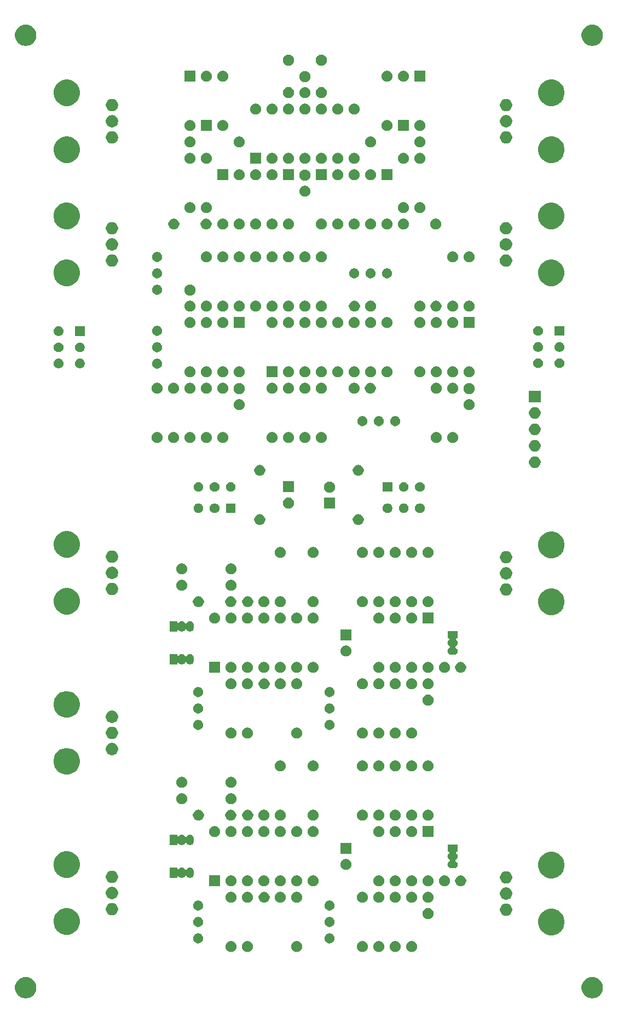
<source format=gbr>
G04 #@! TF.GenerationSoftware,KiCad,Pcbnew,(5.1.5)-3*
G04 #@! TF.CreationDate,2021-04-20T14:43:33+02:00*
G04 #@! TF.ProjectId,AnalogDrum_FM,416e616c-6f67-4447-9275-6d5f464d2e6b,rev?*
G04 #@! TF.SameCoordinates,Original*
G04 #@! TF.FileFunction,Soldermask,Top*
G04 #@! TF.FilePolarity,Negative*
%FSLAX46Y46*%
G04 Gerber Fmt 4.6, Leading zero omitted, Abs format (unit mm)*
G04 Created by KiCad (PCBNEW (5.1.5)-3) date 2021-04-20 14:43:33*
%MOMM*%
%LPD*%
G04 APERTURE LIST*
%ADD10C,0.100000*%
G04 APERTURE END LIST*
D10*
G36*
X65145256Y-171111298D02*
G01*
X65251579Y-171132447D01*
X65552042Y-171256903D01*
X65822451Y-171437585D01*
X66052415Y-171667549D01*
X66233097Y-171937958D01*
X66357553Y-172238421D01*
X66421000Y-172557391D01*
X66421000Y-172882609D01*
X66357553Y-173201579D01*
X66233097Y-173502042D01*
X66052415Y-173772451D01*
X65822451Y-174002415D01*
X65552042Y-174183097D01*
X65251579Y-174307553D01*
X65145256Y-174328702D01*
X64932611Y-174371000D01*
X64607389Y-174371000D01*
X64394744Y-174328702D01*
X64288421Y-174307553D01*
X63987958Y-174183097D01*
X63717549Y-174002415D01*
X63487585Y-173772451D01*
X63306903Y-173502042D01*
X63182447Y-173201579D01*
X63119000Y-172882609D01*
X63119000Y-172557391D01*
X63182447Y-172238421D01*
X63306903Y-171937958D01*
X63487585Y-171667549D01*
X63717549Y-171437585D01*
X63987958Y-171256903D01*
X64288421Y-171132447D01*
X64394744Y-171111298D01*
X64607389Y-171069000D01*
X64932611Y-171069000D01*
X65145256Y-171111298D01*
G37*
G36*
X152775256Y-171111298D02*
G01*
X152881579Y-171132447D01*
X153182042Y-171256903D01*
X153452451Y-171437585D01*
X153682415Y-171667549D01*
X153863097Y-171937958D01*
X153987553Y-172238421D01*
X154051000Y-172557391D01*
X154051000Y-172882609D01*
X153987553Y-173201579D01*
X153863097Y-173502042D01*
X153682415Y-173772451D01*
X153452451Y-174002415D01*
X153182042Y-174183097D01*
X152881579Y-174307553D01*
X152775256Y-174328702D01*
X152562611Y-174371000D01*
X152237389Y-174371000D01*
X152024744Y-174328702D01*
X151918421Y-174307553D01*
X151617958Y-174183097D01*
X151347549Y-174002415D01*
X151117585Y-173772451D01*
X150936903Y-173502042D01*
X150812447Y-173201579D01*
X150749000Y-172882609D01*
X150749000Y-172557391D01*
X150812447Y-172238421D01*
X150936903Y-171937958D01*
X151117585Y-171667549D01*
X151347549Y-171437585D01*
X151617958Y-171256903D01*
X151918421Y-171132447D01*
X152024744Y-171111298D01*
X152237389Y-171069000D01*
X152562611Y-171069000D01*
X152775256Y-171111298D01*
G37*
G36*
X96768228Y-165551703D02*
G01*
X96923100Y-165615853D01*
X97062481Y-165708985D01*
X97181015Y-165827519D01*
X97274147Y-165966900D01*
X97338297Y-166121772D01*
X97371000Y-166286184D01*
X97371000Y-166453816D01*
X97338297Y-166618228D01*
X97274147Y-166773100D01*
X97181015Y-166912481D01*
X97062481Y-167031015D01*
X96923100Y-167124147D01*
X96768228Y-167188297D01*
X96603816Y-167221000D01*
X96436184Y-167221000D01*
X96271772Y-167188297D01*
X96116900Y-167124147D01*
X95977519Y-167031015D01*
X95858985Y-166912481D01*
X95765853Y-166773100D01*
X95701703Y-166618228D01*
X95669000Y-166453816D01*
X95669000Y-166286184D01*
X95701703Y-166121772D01*
X95765853Y-165966900D01*
X95858985Y-165827519D01*
X95977519Y-165708985D01*
X96116900Y-165615853D01*
X96271772Y-165551703D01*
X96436184Y-165519000D01*
X96603816Y-165519000D01*
X96768228Y-165551703D01*
G37*
G36*
X106928228Y-165551703D02*
G01*
X107083100Y-165615853D01*
X107222481Y-165708985D01*
X107341015Y-165827519D01*
X107434147Y-165966900D01*
X107498297Y-166121772D01*
X107531000Y-166286184D01*
X107531000Y-166453816D01*
X107498297Y-166618228D01*
X107434147Y-166773100D01*
X107341015Y-166912481D01*
X107222481Y-167031015D01*
X107083100Y-167124147D01*
X106928228Y-167188297D01*
X106763816Y-167221000D01*
X106596184Y-167221000D01*
X106431772Y-167188297D01*
X106276900Y-167124147D01*
X106137519Y-167031015D01*
X106018985Y-166912481D01*
X105925853Y-166773100D01*
X105861703Y-166618228D01*
X105829000Y-166453816D01*
X105829000Y-166286184D01*
X105861703Y-166121772D01*
X105925853Y-165966900D01*
X106018985Y-165827519D01*
X106137519Y-165708985D01*
X106276900Y-165615853D01*
X106431772Y-165551703D01*
X106596184Y-165519000D01*
X106763816Y-165519000D01*
X106928228Y-165551703D01*
G37*
G36*
X122168228Y-165551703D02*
G01*
X122323100Y-165615853D01*
X122462481Y-165708985D01*
X122581015Y-165827519D01*
X122674147Y-165966900D01*
X122738297Y-166121772D01*
X122771000Y-166286184D01*
X122771000Y-166453816D01*
X122738297Y-166618228D01*
X122674147Y-166773100D01*
X122581015Y-166912481D01*
X122462481Y-167031015D01*
X122323100Y-167124147D01*
X122168228Y-167188297D01*
X122003816Y-167221000D01*
X121836184Y-167221000D01*
X121671772Y-167188297D01*
X121516900Y-167124147D01*
X121377519Y-167031015D01*
X121258985Y-166912481D01*
X121165853Y-166773100D01*
X121101703Y-166618228D01*
X121069000Y-166453816D01*
X121069000Y-166286184D01*
X121101703Y-166121772D01*
X121165853Y-165966900D01*
X121258985Y-165827519D01*
X121377519Y-165708985D01*
X121516900Y-165615853D01*
X121671772Y-165551703D01*
X121836184Y-165519000D01*
X122003816Y-165519000D01*
X122168228Y-165551703D01*
G37*
G36*
X99308228Y-165551703D02*
G01*
X99463100Y-165615853D01*
X99602481Y-165708985D01*
X99721015Y-165827519D01*
X99814147Y-165966900D01*
X99878297Y-166121772D01*
X99911000Y-166286184D01*
X99911000Y-166453816D01*
X99878297Y-166618228D01*
X99814147Y-166773100D01*
X99721015Y-166912481D01*
X99602481Y-167031015D01*
X99463100Y-167124147D01*
X99308228Y-167188297D01*
X99143816Y-167221000D01*
X98976184Y-167221000D01*
X98811772Y-167188297D01*
X98656900Y-167124147D01*
X98517519Y-167031015D01*
X98398985Y-166912481D01*
X98305853Y-166773100D01*
X98241703Y-166618228D01*
X98209000Y-166453816D01*
X98209000Y-166286184D01*
X98241703Y-166121772D01*
X98305853Y-165966900D01*
X98398985Y-165827519D01*
X98517519Y-165708985D01*
X98656900Y-165615853D01*
X98811772Y-165551703D01*
X98976184Y-165519000D01*
X99143816Y-165519000D01*
X99308228Y-165551703D01*
G37*
G36*
X117088228Y-165551703D02*
G01*
X117243100Y-165615853D01*
X117382481Y-165708985D01*
X117501015Y-165827519D01*
X117594147Y-165966900D01*
X117658297Y-166121772D01*
X117691000Y-166286184D01*
X117691000Y-166453816D01*
X117658297Y-166618228D01*
X117594147Y-166773100D01*
X117501015Y-166912481D01*
X117382481Y-167031015D01*
X117243100Y-167124147D01*
X117088228Y-167188297D01*
X116923816Y-167221000D01*
X116756184Y-167221000D01*
X116591772Y-167188297D01*
X116436900Y-167124147D01*
X116297519Y-167031015D01*
X116178985Y-166912481D01*
X116085853Y-166773100D01*
X116021703Y-166618228D01*
X115989000Y-166453816D01*
X115989000Y-166286184D01*
X116021703Y-166121772D01*
X116085853Y-165966900D01*
X116178985Y-165827519D01*
X116297519Y-165708985D01*
X116436900Y-165615853D01*
X116591772Y-165551703D01*
X116756184Y-165519000D01*
X116923816Y-165519000D01*
X117088228Y-165551703D01*
G37*
G36*
X124708228Y-165551703D02*
G01*
X124863100Y-165615853D01*
X125002481Y-165708985D01*
X125121015Y-165827519D01*
X125214147Y-165966900D01*
X125278297Y-166121772D01*
X125311000Y-166286184D01*
X125311000Y-166453816D01*
X125278297Y-166618228D01*
X125214147Y-166773100D01*
X125121015Y-166912481D01*
X125002481Y-167031015D01*
X124863100Y-167124147D01*
X124708228Y-167188297D01*
X124543816Y-167221000D01*
X124376184Y-167221000D01*
X124211772Y-167188297D01*
X124056900Y-167124147D01*
X123917519Y-167031015D01*
X123798985Y-166912481D01*
X123705853Y-166773100D01*
X123641703Y-166618228D01*
X123609000Y-166453816D01*
X123609000Y-166286184D01*
X123641703Y-166121772D01*
X123705853Y-165966900D01*
X123798985Y-165827519D01*
X123917519Y-165708985D01*
X124056900Y-165615853D01*
X124211772Y-165551703D01*
X124376184Y-165519000D01*
X124543816Y-165519000D01*
X124708228Y-165551703D01*
G37*
G36*
X119628228Y-165551703D02*
G01*
X119783100Y-165615853D01*
X119922481Y-165708985D01*
X120041015Y-165827519D01*
X120134147Y-165966900D01*
X120198297Y-166121772D01*
X120231000Y-166286184D01*
X120231000Y-166453816D01*
X120198297Y-166618228D01*
X120134147Y-166773100D01*
X120041015Y-166912481D01*
X119922481Y-167031015D01*
X119783100Y-167124147D01*
X119628228Y-167188297D01*
X119463816Y-167221000D01*
X119296184Y-167221000D01*
X119131772Y-167188297D01*
X118976900Y-167124147D01*
X118837519Y-167031015D01*
X118718985Y-166912481D01*
X118625853Y-166773100D01*
X118561703Y-166618228D01*
X118529000Y-166453816D01*
X118529000Y-166286184D01*
X118561703Y-166121772D01*
X118625853Y-165966900D01*
X118718985Y-165827519D01*
X118837519Y-165708985D01*
X118976900Y-165615853D01*
X119131772Y-165551703D01*
X119296184Y-165519000D01*
X119463816Y-165519000D01*
X119628228Y-165551703D01*
G37*
G36*
X111885589Y-164338876D02*
G01*
X111984893Y-164358629D01*
X112125206Y-164416748D01*
X112251484Y-164501125D01*
X112358875Y-164608516D01*
X112443252Y-164734794D01*
X112501371Y-164875107D01*
X112531000Y-165024063D01*
X112531000Y-165175937D01*
X112501371Y-165324893D01*
X112443252Y-165465206D01*
X112358875Y-165591484D01*
X112251484Y-165698875D01*
X112125206Y-165783252D01*
X111984893Y-165841371D01*
X111885589Y-165861124D01*
X111835938Y-165871000D01*
X111684062Y-165871000D01*
X111634411Y-165861124D01*
X111535107Y-165841371D01*
X111394794Y-165783252D01*
X111268516Y-165698875D01*
X111161125Y-165591484D01*
X111076748Y-165465206D01*
X111018629Y-165324893D01*
X110989000Y-165175937D01*
X110989000Y-165024063D01*
X111018629Y-164875107D01*
X111076748Y-164734794D01*
X111161125Y-164608516D01*
X111268516Y-164501125D01*
X111394794Y-164416748D01*
X111535107Y-164358629D01*
X111634411Y-164338876D01*
X111684062Y-164329000D01*
X111835938Y-164329000D01*
X111885589Y-164338876D01*
G37*
G36*
X91565589Y-164338876D02*
G01*
X91664893Y-164358629D01*
X91805206Y-164416748D01*
X91931484Y-164501125D01*
X92038875Y-164608516D01*
X92123252Y-164734794D01*
X92181371Y-164875107D01*
X92211000Y-165024063D01*
X92211000Y-165175937D01*
X92181371Y-165324893D01*
X92123252Y-165465206D01*
X92038875Y-165591484D01*
X91931484Y-165698875D01*
X91805206Y-165783252D01*
X91664893Y-165841371D01*
X91565589Y-165861124D01*
X91515938Y-165871000D01*
X91364062Y-165871000D01*
X91314411Y-165861124D01*
X91215107Y-165841371D01*
X91074794Y-165783252D01*
X90948516Y-165698875D01*
X90841125Y-165591484D01*
X90756748Y-165465206D01*
X90698629Y-165324893D01*
X90669000Y-165175937D01*
X90669000Y-165024063D01*
X90698629Y-164875107D01*
X90756748Y-164734794D01*
X90841125Y-164608516D01*
X90948516Y-164501125D01*
X91074794Y-164416748D01*
X91215107Y-164358629D01*
X91314411Y-164338876D01*
X91364062Y-164329000D01*
X91515938Y-164329000D01*
X91565589Y-164338876D01*
G37*
G36*
X146663254Y-160582818D02*
G01*
X146964311Y-160707520D01*
X147036513Y-160737427D01*
X147372436Y-160961884D01*
X147658116Y-161247564D01*
X147873196Y-161569453D01*
X147882574Y-161583489D01*
X148037182Y-161956746D01*
X148116000Y-162352993D01*
X148116000Y-162757007D01*
X148037182Y-163153254D01*
X147975830Y-163301371D01*
X147882573Y-163526513D01*
X147658116Y-163862436D01*
X147372436Y-164148116D01*
X147036513Y-164372573D01*
X147036512Y-164372574D01*
X147036511Y-164372574D01*
X146663254Y-164527182D01*
X146267007Y-164606000D01*
X145862993Y-164606000D01*
X145466746Y-164527182D01*
X145093489Y-164372574D01*
X145093488Y-164372574D01*
X145093487Y-164372573D01*
X144757564Y-164148116D01*
X144471884Y-163862436D01*
X144247427Y-163526513D01*
X144154170Y-163301371D01*
X144092818Y-163153254D01*
X144014000Y-162757007D01*
X144014000Y-162352993D01*
X144092818Y-161956746D01*
X144247426Y-161583489D01*
X144256805Y-161569453D01*
X144471884Y-161247564D01*
X144757564Y-160961884D01*
X145093487Y-160737427D01*
X145165689Y-160707520D01*
X145466746Y-160582818D01*
X145862993Y-160504000D01*
X146267007Y-160504000D01*
X146663254Y-160582818D01*
G37*
G36*
X71703254Y-160502818D02*
G01*
X72076511Y-160657426D01*
X72076513Y-160657427D01*
X72412436Y-160881884D01*
X72698116Y-161167564D01*
X72919060Y-161498229D01*
X72922574Y-161503489D01*
X73077182Y-161876746D01*
X73156000Y-162272993D01*
X73156000Y-162677007D01*
X73077182Y-163073254D01*
X72982693Y-163301371D01*
X72922573Y-163446513D01*
X72698116Y-163782436D01*
X72412436Y-164068116D01*
X72076513Y-164292573D01*
X72076512Y-164292574D01*
X72076511Y-164292574D01*
X71703254Y-164447182D01*
X71307007Y-164526000D01*
X70902993Y-164526000D01*
X70506746Y-164447182D01*
X70133489Y-164292574D01*
X70133488Y-164292574D01*
X70133487Y-164292573D01*
X69797564Y-164068116D01*
X69511884Y-163782436D01*
X69287427Y-163446513D01*
X69227307Y-163301371D01*
X69132818Y-163073254D01*
X69054000Y-162677007D01*
X69054000Y-162272993D01*
X69132818Y-161876746D01*
X69287426Y-161503489D01*
X69290941Y-161498229D01*
X69511884Y-161167564D01*
X69797564Y-160881884D01*
X70133487Y-160657427D01*
X70133489Y-160657426D01*
X70506746Y-160502818D01*
X70902993Y-160424000D01*
X71307007Y-160424000D01*
X71703254Y-160502818D01*
G37*
G36*
X111885589Y-161798876D02*
G01*
X111984893Y-161818629D01*
X112125206Y-161876748D01*
X112251484Y-161961125D01*
X112358875Y-162068516D01*
X112443252Y-162194794D01*
X112501371Y-162335107D01*
X112531000Y-162484063D01*
X112531000Y-162635937D01*
X112501371Y-162784893D01*
X112443252Y-162925206D01*
X112358875Y-163051484D01*
X112251484Y-163158875D01*
X112125206Y-163243252D01*
X111984893Y-163301371D01*
X111885589Y-163321124D01*
X111835938Y-163331000D01*
X111684062Y-163331000D01*
X111634411Y-163321124D01*
X111535107Y-163301371D01*
X111394794Y-163243252D01*
X111268516Y-163158875D01*
X111161125Y-163051484D01*
X111076748Y-162925206D01*
X111018629Y-162784893D01*
X110989000Y-162635937D01*
X110989000Y-162484063D01*
X111018629Y-162335107D01*
X111076748Y-162194794D01*
X111161125Y-162068516D01*
X111268516Y-161961125D01*
X111394794Y-161876748D01*
X111535107Y-161818629D01*
X111634411Y-161798876D01*
X111684062Y-161789000D01*
X111835938Y-161789000D01*
X111885589Y-161798876D01*
G37*
G36*
X91565589Y-161798876D02*
G01*
X91664893Y-161818629D01*
X91805206Y-161876748D01*
X91931484Y-161961125D01*
X92038875Y-162068516D01*
X92123252Y-162194794D01*
X92181371Y-162335107D01*
X92211000Y-162484063D01*
X92211000Y-162635937D01*
X92181371Y-162784893D01*
X92123252Y-162925206D01*
X92038875Y-163051484D01*
X91931484Y-163158875D01*
X91805206Y-163243252D01*
X91664893Y-163301371D01*
X91565589Y-163321124D01*
X91515938Y-163331000D01*
X91364062Y-163331000D01*
X91314411Y-163321124D01*
X91215107Y-163301371D01*
X91074794Y-163243252D01*
X90948516Y-163158875D01*
X90841125Y-163051484D01*
X90756748Y-162925206D01*
X90698629Y-162784893D01*
X90669000Y-162635937D01*
X90669000Y-162484063D01*
X90698629Y-162335107D01*
X90756748Y-162194794D01*
X90841125Y-162068516D01*
X90948516Y-161961125D01*
X91074794Y-161876748D01*
X91215107Y-161818629D01*
X91314411Y-161798876D01*
X91364062Y-161789000D01*
X91515938Y-161789000D01*
X91565589Y-161798876D01*
G37*
G36*
X127248228Y-160431703D02*
G01*
X127403100Y-160495853D01*
X127542481Y-160588985D01*
X127661015Y-160707519D01*
X127754147Y-160846900D01*
X127818297Y-161001772D01*
X127851000Y-161166184D01*
X127851000Y-161333816D01*
X127818297Y-161498228D01*
X127754147Y-161653100D01*
X127661015Y-161792481D01*
X127542481Y-161911015D01*
X127403100Y-162004147D01*
X127248228Y-162068297D01*
X127083816Y-162101000D01*
X126916184Y-162101000D01*
X126751772Y-162068297D01*
X126596900Y-162004147D01*
X126457519Y-161911015D01*
X126338985Y-161792481D01*
X126245853Y-161653100D01*
X126181703Y-161498228D01*
X126149000Y-161333816D01*
X126149000Y-161166184D01*
X126181703Y-161001772D01*
X126245853Y-160846900D01*
X126338985Y-160707519D01*
X126457519Y-160588985D01*
X126596900Y-160495853D01*
X126751772Y-160431703D01*
X126916184Y-160399000D01*
X127083816Y-160399000D01*
X127248228Y-160431703D01*
G37*
G36*
X139342395Y-159740546D02*
G01*
X139515466Y-159812234D01*
X139551498Y-159836310D01*
X139671227Y-159916310D01*
X139803690Y-160048773D01*
X139803691Y-160048775D01*
X139907766Y-160204534D01*
X139979454Y-160377605D01*
X140016000Y-160561333D01*
X140016000Y-160748667D01*
X139979454Y-160932395D01*
X139907766Y-161105466D01*
X139907765Y-161105467D01*
X139803690Y-161261227D01*
X139671227Y-161393690D01*
X139592818Y-161446081D01*
X139515466Y-161497766D01*
X139342395Y-161569454D01*
X139158667Y-161606000D01*
X138971333Y-161606000D01*
X138787605Y-161569454D01*
X138614534Y-161497766D01*
X138537182Y-161446081D01*
X138458773Y-161393690D01*
X138326310Y-161261227D01*
X138222235Y-161105467D01*
X138222234Y-161105466D01*
X138150546Y-160932395D01*
X138114000Y-160748667D01*
X138114000Y-160561333D01*
X138150546Y-160377605D01*
X138222234Y-160204534D01*
X138326309Y-160048775D01*
X138326310Y-160048773D01*
X138458773Y-159916310D01*
X138578502Y-159836310D01*
X138614534Y-159812234D01*
X138787605Y-159740546D01*
X138971333Y-159704000D01*
X139158667Y-159704000D01*
X139342395Y-159740546D01*
G37*
G36*
X78382395Y-159660546D02*
G01*
X78555466Y-159732234D01*
X78567907Y-159740547D01*
X78711227Y-159836310D01*
X78843690Y-159968773D01*
X78843691Y-159968775D01*
X78947766Y-160124534D01*
X79019454Y-160297605D01*
X79056000Y-160481333D01*
X79056000Y-160668667D01*
X79019454Y-160852395D01*
X78947766Y-161025466D01*
X78947765Y-161025467D01*
X78843690Y-161181227D01*
X78711227Y-161313690D01*
X78681106Y-161333816D01*
X78555466Y-161417766D01*
X78382395Y-161489454D01*
X78198667Y-161526000D01*
X78011333Y-161526000D01*
X77827605Y-161489454D01*
X77654534Y-161417766D01*
X77528894Y-161333816D01*
X77498773Y-161313690D01*
X77366310Y-161181227D01*
X77262235Y-161025467D01*
X77262234Y-161025466D01*
X77190546Y-160852395D01*
X77154000Y-160668667D01*
X77154000Y-160481333D01*
X77190546Y-160297605D01*
X77262234Y-160124534D01*
X77366309Y-159968775D01*
X77366310Y-159968773D01*
X77498773Y-159836310D01*
X77642093Y-159740547D01*
X77654534Y-159732234D01*
X77827605Y-159660546D01*
X78011333Y-159624000D01*
X78198667Y-159624000D01*
X78382395Y-159660546D01*
G37*
G36*
X111885589Y-159258876D02*
G01*
X111984893Y-159278629D01*
X112125206Y-159336748D01*
X112251484Y-159421125D01*
X112358875Y-159528516D01*
X112443252Y-159654794D01*
X112501371Y-159795107D01*
X112509567Y-159836310D01*
X112525480Y-159916309D01*
X112531000Y-159944063D01*
X112531000Y-160095937D01*
X112501371Y-160244893D01*
X112443252Y-160385206D01*
X112358875Y-160511484D01*
X112251484Y-160618875D01*
X112125206Y-160703252D01*
X111984893Y-160761371D01*
X111885589Y-160781124D01*
X111835938Y-160791000D01*
X111684062Y-160791000D01*
X111634411Y-160781124D01*
X111535107Y-160761371D01*
X111394794Y-160703252D01*
X111268516Y-160618875D01*
X111161125Y-160511484D01*
X111076748Y-160385206D01*
X111018629Y-160244893D01*
X110989000Y-160095937D01*
X110989000Y-159944063D01*
X110994521Y-159916309D01*
X111010433Y-159836310D01*
X111018629Y-159795107D01*
X111076748Y-159654794D01*
X111161125Y-159528516D01*
X111268516Y-159421125D01*
X111394794Y-159336748D01*
X111535107Y-159278629D01*
X111634411Y-159258876D01*
X111684062Y-159249000D01*
X111835938Y-159249000D01*
X111885589Y-159258876D01*
G37*
G36*
X91565589Y-159258876D02*
G01*
X91664893Y-159278629D01*
X91805206Y-159336748D01*
X91931484Y-159421125D01*
X92038875Y-159528516D01*
X92123252Y-159654794D01*
X92181371Y-159795107D01*
X92189567Y-159836310D01*
X92205480Y-159916309D01*
X92211000Y-159944063D01*
X92211000Y-160095937D01*
X92181371Y-160244893D01*
X92123252Y-160385206D01*
X92038875Y-160511484D01*
X91931484Y-160618875D01*
X91805206Y-160703252D01*
X91664893Y-160761371D01*
X91565589Y-160781124D01*
X91515938Y-160791000D01*
X91364062Y-160791000D01*
X91314411Y-160781124D01*
X91215107Y-160761371D01*
X91074794Y-160703252D01*
X90948516Y-160618875D01*
X90841125Y-160511484D01*
X90756748Y-160385206D01*
X90698629Y-160244893D01*
X90669000Y-160095937D01*
X90669000Y-159944063D01*
X90674521Y-159916309D01*
X90690433Y-159836310D01*
X90698629Y-159795107D01*
X90756748Y-159654794D01*
X90841125Y-159528516D01*
X90948516Y-159421125D01*
X91074794Y-159336748D01*
X91215107Y-159278629D01*
X91314411Y-159258876D01*
X91364062Y-159249000D01*
X91515938Y-159249000D01*
X91565589Y-159258876D01*
G37*
G36*
X117088228Y-157931703D02*
G01*
X117243100Y-157995853D01*
X117382481Y-158088985D01*
X117501015Y-158207519D01*
X117594147Y-158346900D01*
X117658297Y-158501772D01*
X117691000Y-158666184D01*
X117691000Y-158833816D01*
X117658297Y-158998228D01*
X117594147Y-159153100D01*
X117501015Y-159292481D01*
X117382481Y-159411015D01*
X117243100Y-159504147D01*
X117088228Y-159568297D01*
X116923816Y-159601000D01*
X116756184Y-159601000D01*
X116591772Y-159568297D01*
X116436900Y-159504147D01*
X116297519Y-159411015D01*
X116178985Y-159292481D01*
X116085853Y-159153100D01*
X116021703Y-158998228D01*
X115989000Y-158833816D01*
X115989000Y-158666184D01*
X116021703Y-158501772D01*
X116085853Y-158346900D01*
X116178985Y-158207519D01*
X116297519Y-158088985D01*
X116436900Y-157995853D01*
X116591772Y-157931703D01*
X116756184Y-157899000D01*
X116923816Y-157899000D01*
X117088228Y-157931703D01*
G37*
G36*
X106928228Y-157931703D02*
G01*
X107083100Y-157995853D01*
X107222481Y-158088985D01*
X107341015Y-158207519D01*
X107434147Y-158346900D01*
X107498297Y-158501772D01*
X107531000Y-158666184D01*
X107531000Y-158833816D01*
X107498297Y-158998228D01*
X107434147Y-159153100D01*
X107341015Y-159292481D01*
X107222481Y-159411015D01*
X107083100Y-159504147D01*
X106928228Y-159568297D01*
X106763816Y-159601000D01*
X106596184Y-159601000D01*
X106431772Y-159568297D01*
X106276900Y-159504147D01*
X106137519Y-159411015D01*
X106018985Y-159292481D01*
X105925853Y-159153100D01*
X105861703Y-158998228D01*
X105829000Y-158833816D01*
X105829000Y-158666184D01*
X105861703Y-158501772D01*
X105925853Y-158346900D01*
X106018985Y-158207519D01*
X106137519Y-158088985D01*
X106276900Y-157995853D01*
X106431772Y-157931703D01*
X106596184Y-157899000D01*
X106763816Y-157899000D01*
X106928228Y-157931703D01*
G37*
G36*
X124708228Y-157931703D02*
G01*
X124863100Y-157995853D01*
X125002481Y-158088985D01*
X125121015Y-158207519D01*
X125214147Y-158346900D01*
X125278297Y-158501772D01*
X125311000Y-158666184D01*
X125311000Y-158833816D01*
X125278297Y-158998228D01*
X125214147Y-159153100D01*
X125121015Y-159292481D01*
X125002481Y-159411015D01*
X124863100Y-159504147D01*
X124708228Y-159568297D01*
X124543816Y-159601000D01*
X124376184Y-159601000D01*
X124211772Y-159568297D01*
X124056900Y-159504147D01*
X123917519Y-159411015D01*
X123798985Y-159292481D01*
X123705853Y-159153100D01*
X123641703Y-158998228D01*
X123609000Y-158833816D01*
X123609000Y-158666184D01*
X123641703Y-158501772D01*
X123705853Y-158346900D01*
X123798985Y-158207519D01*
X123917519Y-158088985D01*
X124056900Y-157995853D01*
X124211772Y-157931703D01*
X124376184Y-157899000D01*
X124543816Y-157899000D01*
X124708228Y-157931703D01*
G37*
G36*
X96768228Y-157931703D02*
G01*
X96923100Y-157995853D01*
X97062481Y-158088985D01*
X97181015Y-158207519D01*
X97274147Y-158346900D01*
X97338297Y-158501772D01*
X97371000Y-158666184D01*
X97371000Y-158833816D01*
X97338297Y-158998228D01*
X97274147Y-159153100D01*
X97181015Y-159292481D01*
X97062481Y-159411015D01*
X96923100Y-159504147D01*
X96768228Y-159568297D01*
X96603816Y-159601000D01*
X96436184Y-159601000D01*
X96271772Y-159568297D01*
X96116900Y-159504147D01*
X95977519Y-159411015D01*
X95858985Y-159292481D01*
X95765853Y-159153100D01*
X95701703Y-158998228D01*
X95669000Y-158833816D01*
X95669000Y-158666184D01*
X95701703Y-158501772D01*
X95765853Y-158346900D01*
X95858985Y-158207519D01*
X95977519Y-158088985D01*
X96116900Y-157995853D01*
X96271772Y-157931703D01*
X96436184Y-157899000D01*
X96603816Y-157899000D01*
X96768228Y-157931703D01*
G37*
G36*
X119628228Y-157931703D02*
G01*
X119783100Y-157995853D01*
X119922481Y-158088985D01*
X120041015Y-158207519D01*
X120134147Y-158346900D01*
X120198297Y-158501772D01*
X120231000Y-158666184D01*
X120231000Y-158833816D01*
X120198297Y-158998228D01*
X120134147Y-159153100D01*
X120041015Y-159292481D01*
X119922481Y-159411015D01*
X119783100Y-159504147D01*
X119628228Y-159568297D01*
X119463816Y-159601000D01*
X119296184Y-159601000D01*
X119131772Y-159568297D01*
X118976900Y-159504147D01*
X118837519Y-159411015D01*
X118718985Y-159292481D01*
X118625853Y-159153100D01*
X118561703Y-158998228D01*
X118529000Y-158833816D01*
X118529000Y-158666184D01*
X118561703Y-158501772D01*
X118625853Y-158346900D01*
X118718985Y-158207519D01*
X118837519Y-158088985D01*
X118976900Y-157995853D01*
X119131772Y-157931703D01*
X119296184Y-157899000D01*
X119463816Y-157899000D01*
X119628228Y-157931703D01*
G37*
G36*
X101888228Y-157931703D02*
G01*
X102043100Y-157995853D01*
X102182481Y-158088985D01*
X102301015Y-158207519D01*
X102394147Y-158346900D01*
X102458297Y-158501772D01*
X102491000Y-158666184D01*
X102491000Y-158833816D01*
X102458297Y-158998228D01*
X102394147Y-159153100D01*
X102301015Y-159292481D01*
X102182481Y-159411015D01*
X102043100Y-159504147D01*
X101888228Y-159568297D01*
X101723816Y-159601000D01*
X101556184Y-159601000D01*
X101391772Y-159568297D01*
X101236900Y-159504147D01*
X101097519Y-159411015D01*
X100978985Y-159292481D01*
X100885853Y-159153100D01*
X100821703Y-158998228D01*
X100789000Y-158833816D01*
X100789000Y-158666184D01*
X100821703Y-158501772D01*
X100885853Y-158346900D01*
X100978985Y-158207519D01*
X101097519Y-158088985D01*
X101236900Y-157995853D01*
X101391772Y-157931703D01*
X101556184Y-157899000D01*
X101723816Y-157899000D01*
X101888228Y-157931703D01*
G37*
G36*
X127248228Y-157931703D02*
G01*
X127403100Y-157995853D01*
X127542481Y-158088985D01*
X127661015Y-158207519D01*
X127754147Y-158346900D01*
X127818297Y-158501772D01*
X127851000Y-158666184D01*
X127851000Y-158833816D01*
X127818297Y-158998228D01*
X127754147Y-159153100D01*
X127661015Y-159292481D01*
X127542481Y-159411015D01*
X127403100Y-159504147D01*
X127248228Y-159568297D01*
X127083816Y-159601000D01*
X126916184Y-159601000D01*
X126751772Y-159568297D01*
X126596900Y-159504147D01*
X126457519Y-159411015D01*
X126338985Y-159292481D01*
X126245853Y-159153100D01*
X126181703Y-158998228D01*
X126149000Y-158833816D01*
X126149000Y-158666184D01*
X126181703Y-158501772D01*
X126245853Y-158346900D01*
X126338985Y-158207519D01*
X126457519Y-158088985D01*
X126596900Y-157995853D01*
X126751772Y-157931703D01*
X126916184Y-157899000D01*
X127083816Y-157899000D01*
X127248228Y-157931703D01*
G37*
G36*
X99308228Y-157931703D02*
G01*
X99463100Y-157995853D01*
X99602481Y-158088985D01*
X99721015Y-158207519D01*
X99814147Y-158346900D01*
X99878297Y-158501772D01*
X99911000Y-158666184D01*
X99911000Y-158833816D01*
X99878297Y-158998228D01*
X99814147Y-159153100D01*
X99721015Y-159292481D01*
X99602481Y-159411015D01*
X99463100Y-159504147D01*
X99308228Y-159568297D01*
X99143816Y-159601000D01*
X98976184Y-159601000D01*
X98811772Y-159568297D01*
X98656900Y-159504147D01*
X98517519Y-159411015D01*
X98398985Y-159292481D01*
X98305853Y-159153100D01*
X98241703Y-158998228D01*
X98209000Y-158833816D01*
X98209000Y-158666184D01*
X98241703Y-158501772D01*
X98305853Y-158346900D01*
X98398985Y-158207519D01*
X98517519Y-158088985D01*
X98656900Y-157995853D01*
X98811772Y-157931703D01*
X98976184Y-157899000D01*
X99143816Y-157899000D01*
X99308228Y-157931703D01*
G37*
G36*
X122168228Y-157931703D02*
G01*
X122323100Y-157995853D01*
X122462481Y-158088985D01*
X122581015Y-158207519D01*
X122674147Y-158346900D01*
X122738297Y-158501772D01*
X122771000Y-158666184D01*
X122771000Y-158833816D01*
X122738297Y-158998228D01*
X122674147Y-159153100D01*
X122581015Y-159292481D01*
X122462481Y-159411015D01*
X122323100Y-159504147D01*
X122168228Y-159568297D01*
X122003816Y-159601000D01*
X121836184Y-159601000D01*
X121671772Y-159568297D01*
X121516900Y-159504147D01*
X121377519Y-159411015D01*
X121258985Y-159292481D01*
X121165853Y-159153100D01*
X121101703Y-158998228D01*
X121069000Y-158833816D01*
X121069000Y-158666184D01*
X121101703Y-158501772D01*
X121165853Y-158346900D01*
X121258985Y-158207519D01*
X121377519Y-158088985D01*
X121516900Y-157995853D01*
X121671772Y-157931703D01*
X121836184Y-157899000D01*
X122003816Y-157899000D01*
X122168228Y-157931703D01*
G37*
G36*
X104388228Y-157931703D02*
G01*
X104543100Y-157995853D01*
X104682481Y-158088985D01*
X104801015Y-158207519D01*
X104894147Y-158346900D01*
X104958297Y-158501772D01*
X104991000Y-158666184D01*
X104991000Y-158833816D01*
X104958297Y-158998228D01*
X104894147Y-159153100D01*
X104801015Y-159292481D01*
X104682481Y-159411015D01*
X104543100Y-159504147D01*
X104388228Y-159568297D01*
X104223816Y-159601000D01*
X104056184Y-159601000D01*
X103891772Y-159568297D01*
X103736900Y-159504147D01*
X103597519Y-159411015D01*
X103478985Y-159292481D01*
X103385853Y-159153100D01*
X103321703Y-158998228D01*
X103289000Y-158833816D01*
X103289000Y-158666184D01*
X103321703Y-158501772D01*
X103385853Y-158346900D01*
X103478985Y-158207519D01*
X103597519Y-158088985D01*
X103736900Y-157995853D01*
X103891772Y-157931703D01*
X104056184Y-157899000D01*
X104223816Y-157899000D01*
X104388228Y-157931703D01*
G37*
G36*
X139342395Y-157240546D02*
G01*
X139515466Y-157312234D01*
X139551498Y-157336310D01*
X139671227Y-157416310D01*
X139803690Y-157548773D01*
X139803691Y-157548775D01*
X139907766Y-157704534D01*
X139979454Y-157877605D01*
X140016000Y-158061333D01*
X140016000Y-158248667D01*
X139979454Y-158432395D01*
X139907766Y-158605466D01*
X139907765Y-158605467D01*
X139803690Y-158761227D01*
X139671227Y-158893690D01*
X139592818Y-158946081D01*
X139515466Y-158997766D01*
X139342395Y-159069454D01*
X139158667Y-159106000D01*
X138971333Y-159106000D01*
X138787605Y-159069454D01*
X138614534Y-158997766D01*
X138537182Y-158946081D01*
X138458773Y-158893690D01*
X138326310Y-158761227D01*
X138222235Y-158605467D01*
X138222234Y-158605466D01*
X138150546Y-158432395D01*
X138114000Y-158248667D01*
X138114000Y-158061333D01*
X138150546Y-157877605D01*
X138222234Y-157704534D01*
X138326309Y-157548775D01*
X138326310Y-157548773D01*
X138458773Y-157416310D01*
X138578502Y-157336310D01*
X138614534Y-157312234D01*
X138787605Y-157240546D01*
X138971333Y-157204000D01*
X139158667Y-157204000D01*
X139342395Y-157240546D01*
G37*
G36*
X78382395Y-157160546D02*
G01*
X78555466Y-157232234D01*
X78567907Y-157240547D01*
X78711227Y-157336310D01*
X78843690Y-157468773D01*
X78843691Y-157468775D01*
X78947766Y-157624534D01*
X79019454Y-157797605D01*
X79056000Y-157981333D01*
X79056000Y-158168667D01*
X79019454Y-158352395D01*
X78947766Y-158525466D01*
X78947765Y-158525467D01*
X78843690Y-158681227D01*
X78711227Y-158813690D01*
X78681106Y-158833816D01*
X78555466Y-158917766D01*
X78382395Y-158989454D01*
X78198667Y-159026000D01*
X78011333Y-159026000D01*
X77827605Y-158989454D01*
X77654534Y-158917766D01*
X77528894Y-158833816D01*
X77498773Y-158813690D01*
X77366310Y-158681227D01*
X77262235Y-158525467D01*
X77262234Y-158525466D01*
X77190546Y-158352395D01*
X77154000Y-158168667D01*
X77154000Y-157981333D01*
X77190546Y-157797605D01*
X77262234Y-157624534D01*
X77366309Y-157468775D01*
X77366310Y-157468773D01*
X77498773Y-157336310D01*
X77642093Y-157240547D01*
X77654534Y-157232234D01*
X77827605Y-157160546D01*
X78011333Y-157124000D01*
X78198667Y-157124000D01*
X78382395Y-157160546D01*
G37*
G36*
X119628228Y-155391703D02*
G01*
X119783100Y-155455853D01*
X119922481Y-155548985D01*
X120041015Y-155667519D01*
X120134147Y-155806900D01*
X120198297Y-155961772D01*
X120231000Y-156126184D01*
X120231000Y-156293816D01*
X120198297Y-156458228D01*
X120134147Y-156613100D01*
X120041015Y-156752481D01*
X119922481Y-156871015D01*
X119783100Y-156964147D01*
X119628228Y-157028297D01*
X119463816Y-157061000D01*
X119296184Y-157061000D01*
X119131772Y-157028297D01*
X118976900Y-156964147D01*
X118837519Y-156871015D01*
X118718985Y-156752481D01*
X118625853Y-156613100D01*
X118561703Y-156458228D01*
X118529000Y-156293816D01*
X118529000Y-156126184D01*
X118561703Y-155961772D01*
X118625853Y-155806900D01*
X118718985Y-155667519D01*
X118837519Y-155548985D01*
X118976900Y-155455853D01*
X119131772Y-155391703D01*
X119296184Y-155359000D01*
X119463816Y-155359000D01*
X119628228Y-155391703D01*
G37*
G36*
X94831000Y-157061000D02*
G01*
X93129000Y-157061000D01*
X93129000Y-155359000D01*
X94831000Y-155359000D01*
X94831000Y-157061000D01*
G37*
G36*
X96768228Y-155391703D02*
G01*
X96923100Y-155455853D01*
X97062481Y-155548985D01*
X97181015Y-155667519D01*
X97274147Y-155806900D01*
X97338297Y-155961772D01*
X97371000Y-156126184D01*
X97371000Y-156293816D01*
X97338297Y-156458228D01*
X97274147Y-156613100D01*
X97181015Y-156752481D01*
X97062481Y-156871015D01*
X96923100Y-156964147D01*
X96768228Y-157028297D01*
X96603816Y-157061000D01*
X96436184Y-157061000D01*
X96271772Y-157028297D01*
X96116900Y-156964147D01*
X95977519Y-156871015D01*
X95858985Y-156752481D01*
X95765853Y-156613100D01*
X95701703Y-156458228D01*
X95669000Y-156293816D01*
X95669000Y-156126184D01*
X95701703Y-155961772D01*
X95765853Y-155806900D01*
X95858985Y-155667519D01*
X95977519Y-155548985D01*
X96116900Y-155455853D01*
X96271772Y-155391703D01*
X96436184Y-155359000D01*
X96603816Y-155359000D01*
X96768228Y-155391703D01*
G37*
G36*
X99308228Y-155391703D02*
G01*
X99463100Y-155455853D01*
X99602481Y-155548985D01*
X99721015Y-155667519D01*
X99814147Y-155806900D01*
X99878297Y-155961772D01*
X99911000Y-156126184D01*
X99911000Y-156293816D01*
X99878297Y-156458228D01*
X99814147Y-156613100D01*
X99721015Y-156752481D01*
X99602481Y-156871015D01*
X99463100Y-156964147D01*
X99308228Y-157028297D01*
X99143816Y-157061000D01*
X98976184Y-157061000D01*
X98811772Y-157028297D01*
X98656900Y-156964147D01*
X98517519Y-156871015D01*
X98398985Y-156752481D01*
X98305853Y-156613100D01*
X98241703Y-156458228D01*
X98209000Y-156293816D01*
X98209000Y-156126184D01*
X98241703Y-155961772D01*
X98305853Y-155806900D01*
X98398985Y-155667519D01*
X98517519Y-155548985D01*
X98656900Y-155455853D01*
X98811772Y-155391703D01*
X98976184Y-155359000D01*
X99143816Y-155359000D01*
X99308228Y-155391703D01*
G37*
G36*
X104388228Y-155391703D02*
G01*
X104543100Y-155455853D01*
X104682481Y-155548985D01*
X104801015Y-155667519D01*
X104894147Y-155806900D01*
X104958297Y-155961772D01*
X104991000Y-156126184D01*
X104991000Y-156293816D01*
X104958297Y-156458228D01*
X104894147Y-156613100D01*
X104801015Y-156752481D01*
X104682481Y-156871015D01*
X104543100Y-156964147D01*
X104388228Y-157028297D01*
X104223816Y-157061000D01*
X104056184Y-157061000D01*
X103891772Y-157028297D01*
X103736900Y-156964147D01*
X103597519Y-156871015D01*
X103478985Y-156752481D01*
X103385853Y-156613100D01*
X103321703Y-156458228D01*
X103289000Y-156293816D01*
X103289000Y-156126184D01*
X103321703Y-155961772D01*
X103385853Y-155806900D01*
X103478985Y-155667519D01*
X103597519Y-155548985D01*
X103736900Y-155455853D01*
X103891772Y-155391703D01*
X104056184Y-155359000D01*
X104223816Y-155359000D01*
X104388228Y-155391703D01*
G37*
G36*
X106928228Y-155391703D02*
G01*
X107083100Y-155455853D01*
X107222481Y-155548985D01*
X107341015Y-155667519D01*
X107434147Y-155806900D01*
X107498297Y-155961772D01*
X107531000Y-156126184D01*
X107531000Y-156293816D01*
X107498297Y-156458228D01*
X107434147Y-156613100D01*
X107341015Y-156752481D01*
X107222481Y-156871015D01*
X107083100Y-156964147D01*
X106928228Y-157028297D01*
X106763816Y-157061000D01*
X106596184Y-157061000D01*
X106431772Y-157028297D01*
X106276900Y-156964147D01*
X106137519Y-156871015D01*
X106018985Y-156752481D01*
X105925853Y-156613100D01*
X105861703Y-156458228D01*
X105829000Y-156293816D01*
X105829000Y-156126184D01*
X105861703Y-155961772D01*
X105925853Y-155806900D01*
X106018985Y-155667519D01*
X106137519Y-155548985D01*
X106276900Y-155455853D01*
X106431772Y-155391703D01*
X106596184Y-155359000D01*
X106763816Y-155359000D01*
X106928228Y-155391703D01*
G37*
G36*
X109468228Y-155391703D02*
G01*
X109623100Y-155455853D01*
X109762481Y-155548985D01*
X109881015Y-155667519D01*
X109974147Y-155806900D01*
X110038297Y-155961772D01*
X110071000Y-156126184D01*
X110071000Y-156293816D01*
X110038297Y-156458228D01*
X109974147Y-156613100D01*
X109881015Y-156752481D01*
X109762481Y-156871015D01*
X109623100Y-156964147D01*
X109468228Y-157028297D01*
X109303816Y-157061000D01*
X109136184Y-157061000D01*
X108971772Y-157028297D01*
X108816900Y-156964147D01*
X108677519Y-156871015D01*
X108558985Y-156752481D01*
X108465853Y-156613100D01*
X108401703Y-156458228D01*
X108369000Y-156293816D01*
X108369000Y-156126184D01*
X108401703Y-155961772D01*
X108465853Y-155806900D01*
X108558985Y-155667519D01*
X108677519Y-155548985D01*
X108816900Y-155455853D01*
X108971772Y-155391703D01*
X109136184Y-155359000D01*
X109303816Y-155359000D01*
X109468228Y-155391703D01*
G37*
G36*
X129788228Y-155391703D02*
G01*
X129943100Y-155455853D01*
X130082481Y-155548985D01*
X130201015Y-155667519D01*
X130294147Y-155806900D01*
X130358297Y-155961772D01*
X130391000Y-156126184D01*
X130391000Y-156293816D01*
X130358297Y-156458228D01*
X130294147Y-156613100D01*
X130201015Y-156752481D01*
X130082481Y-156871015D01*
X129943100Y-156964147D01*
X129788228Y-157028297D01*
X129623816Y-157061000D01*
X129456184Y-157061000D01*
X129291772Y-157028297D01*
X129136900Y-156964147D01*
X128997519Y-156871015D01*
X128878985Y-156752481D01*
X128785853Y-156613100D01*
X128721703Y-156458228D01*
X128689000Y-156293816D01*
X128689000Y-156126184D01*
X128721703Y-155961772D01*
X128785853Y-155806900D01*
X128878985Y-155667519D01*
X128997519Y-155548985D01*
X129136900Y-155455853D01*
X129291772Y-155391703D01*
X129456184Y-155359000D01*
X129623816Y-155359000D01*
X129788228Y-155391703D01*
G37*
G36*
X122168228Y-155391703D02*
G01*
X122323100Y-155455853D01*
X122462481Y-155548985D01*
X122581015Y-155667519D01*
X122674147Y-155806900D01*
X122738297Y-155961772D01*
X122771000Y-156126184D01*
X122771000Y-156293816D01*
X122738297Y-156458228D01*
X122674147Y-156613100D01*
X122581015Y-156752481D01*
X122462481Y-156871015D01*
X122323100Y-156964147D01*
X122168228Y-157028297D01*
X122003816Y-157061000D01*
X121836184Y-157061000D01*
X121671772Y-157028297D01*
X121516900Y-156964147D01*
X121377519Y-156871015D01*
X121258985Y-156752481D01*
X121165853Y-156613100D01*
X121101703Y-156458228D01*
X121069000Y-156293816D01*
X121069000Y-156126184D01*
X121101703Y-155961772D01*
X121165853Y-155806900D01*
X121258985Y-155667519D01*
X121377519Y-155548985D01*
X121516900Y-155455853D01*
X121671772Y-155391703D01*
X121836184Y-155359000D01*
X122003816Y-155359000D01*
X122168228Y-155391703D01*
G37*
G36*
X124708228Y-155391703D02*
G01*
X124863100Y-155455853D01*
X125002481Y-155548985D01*
X125121015Y-155667519D01*
X125214147Y-155806900D01*
X125278297Y-155961772D01*
X125311000Y-156126184D01*
X125311000Y-156293816D01*
X125278297Y-156458228D01*
X125214147Y-156613100D01*
X125121015Y-156752481D01*
X125002481Y-156871015D01*
X124863100Y-156964147D01*
X124708228Y-157028297D01*
X124543816Y-157061000D01*
X124376184Y-157061000D01*
X124211772Y-157028297D01*
X124056900Y-156964147D01*
X123917519Y-156871015D01*
X123798985Y-156752481D01*
X123705853Y-156613100D01*
X123641703Y-156458228D01*
X123609000Y-156293816D01*
X123609000Y-156126184D01*
X123641703Y-155961772D01*
X123705853Y-155806900D01*
X123798985Y-155667519D01*
X123917519Y-155548985D01*
X124056900Y-155455853D01*
X124211772Y-155391703D01*
X124376184Y-155359000D01*
X124543816Y-155359000D01*
X124708228Y-155391703D01*
G37*
G36*
X132288228Y-155391703D02*
G01*
X132443100Y-155455853D01*
X132582481Y-155548985D01*
X132701015Y-155667519D01*
X132794147Y-155806900D01*
X132858297Y-155961772D01*
X132891000Y-156126184D01*
X132891000Y-156293816D01*
X132858297Y-156458228D01*
X132794147Y-156613100D01*
X132701015Y-156752481D01*
X132582481Y-156871015D01*
X132443100Y-156964147D01*
X132288228Y-157028297D01*
X132123816Y-157061000D01*
X131956184Y-157061000D01*
X131791772Y-157028297D01*
X131636900Y-156964147D01*
X131497519Y-156871015D01*
X131378985Y-156752481D01*
X131285853Y-156613100D01*
X131221703Y-156458228D01*
X131189000Y-156293816D01*
X131189000Y-156126184D01*
X131221703Y-155961772D01*
X131285853Y-155806900D01*
X131378985Y-155667519D01*
X131497519Y-155548985D01*
X131636900Y-155455853D01*
X131791772Y-155391703D01*
X131956184Y-155359000D01*
X132123816Y-155359000D01*
X132288228Y-155391703D01*
G37*
G36*
X127248228Y-155391703D02*
G01*
X127403100Y-155455853D01*
X127542481Y-155548985D01*
X127661015Y-155667519D01*
X127754147Y-155806900D01*
X127818297Y-155961772D01*
X127851000Y-156126184D01*
X127851000Y-156293816D01*
X127818297Y-156458228D01*
X127754147Y-156613100D01*
X127661015Y-156752481D01*
X127542481Y-156871015D01*
X127403100Y-156964147D01*
X127248228Y-157028297D01*
X127083816Y-157061000D01*
X126916184Y-157061000D01*
X126751772Y-157028297D01*
X126596900Y-156964147D01*
X126457519Y-156871015D01*
X126338985Y-156752481D01*
X126245853Y-156613100D01*
X126181703Y-156458228D01*
X126149000Y-156293816D01*
X126149000Y-156126184D01*
X126181703Y-155961772D01*
X126245853Y-155806900D01*
X126338985Y-155667519D01*
X126457519Y-155548985D01*
X126596900Y-155455853D01*
X126751772Y-155391703D01*
X126916184Y-155359000D01*
X127083816Y-155359000D01*
X127248228Y-155391703D01*
G37*
G36*
X101848228Y-155391703D02*
G01*
X102003100Y-155455853D01*
X102142481Y-155548985D01*
X102261015Y-155667519D01*
X102354147Y-155806900D01*
X102418297Y-155961772D01*
X102451000Y-156126184D01*
X102451000Y-156293816D01*
X102418297Y-156458228D01*
X102354147Y-156613100D01*
X102261015Y-156752481D01*
X102142481Y-156871015D01*
X102003100Y-156964147D01*
X101848228Y-157028297D01*
X101683816Y-157061000D01*
X101516184Y-157061000D01*
X101351772Y-157028297D01*
X101196900Y-156964147D01*
X101057519Y-156871015D01*
X100938985Y-156752481D01*
X100845853Y-156613100D01*
X100781703Y-156458228D01*
X100749000Y-156293816D01*
X100749000Y-156126184D01*
X100781703Y-155961772D01*
X100845853Y-155806900D01*
X100938985Y-155667519D01*
X101057519Y-155548985D01*
X101196900Y-155455853D01*
X101351772Y-155391703D01*
X101516184Y-155359000D01*
X101683816Y-155359000D01*
X101848228Y-155391703D01*
G37*
G36*
X139342395Y-154740546D02*
G01*
X139515466Y-154812234D01*
X139551498Y-154836310D01*
X139671227Y-154916310D01*
X139803690Y-155048773D01*
X139803691Y-155048775D01*
X139907766Y-155204534D01*
X139979454Y-155377605D01*
X140016000Y-155561333D01*
X140016000Y-155748667D01*
X139979454Y-155932395D01*
X139907766Y-156105466D01*
X139893922Y-156126185D01*
X139803690Y-156261227D01*
X139671227Y-156393690D01*
X139592818Y-156446081D01*
X139515466Y-156497766D01*
X139342395Y-156569454D01*
X139158667Y-156606000D01*
X138971333Y-156606000D01*
X138787605Y-156569454D01*
X138614534Y-156497766D01*
X138537182Y-156446081D01*
X138458773Y-156393690D01*
X138326310Y-156261227D01*
X138236078Y-156126185D01*
X138222234Y-156105466D01*
X138150546Y-155932395D01*
X138114000Y-155748667D01*
X138114000Y-155561333D01*
X138150546Y-155377605D01*
X138222234Y-155204534D01*
X138326309Y-155048775D01*
X138326310Y-155048773D01*
X138458773Y-154916310D01*
X138578502Y-154836310D01*
X138614534Y-154812234D01*
X138787605Y-154740546D01*
X138971333Y-154704000D01*
X139158667Y-154704000D01*
X139342395Y-154740546D01*
G37*
G36*
X78382395Y-154660546D02*
G01*
X78555466Y-154732234D01*
X78567907Y-154740547D01*
X78711227Y-154836310D01*
X78843690Y-154968773D01*
X78843691Y-154968775D01*
X78947766Y-155124534D01*
X79019454Y-155297605D01*
X79056000Y-155481333D01*
X79056000Y-155668667D01*
X79019454Y-155852395D01*
X78947766Y-156025466D01*
X78947765Y-156025467D01*
X78843690Y-156181227D01*
X78711227Y-156313690D01*
X78632818Y-156366081D01*
X78555466Y-156417766D01*
X78382395Y-156489454D01*
X78198667Y-156526000D01*
X78011333Y-156526000D01*
X77827605Y-156489454D01*
X77654534Y-156417766D01*
X77577182Y-156366081D01*
X77498773Y-156313690D01*
X77366310Y-156181227D01*
X77262235Y-156025467D01*
X77262234Y-156025466D01*
X77190546Y-155852395D01*
X77154000Y-155668667D01*
X77154000Y-155481333D01*
X77190546Y-155297605D01*
X77262234Y-155124534D01*
X77366309Y-154968775D01*
X77366310Y-154968773D01*
X77498773Y-154836310D01*
X77642093Y-154740547D01*
X77654534Y-154732234D01*
X77827605Y-154660546D01*
X78011333Y-154624000D01*
X78198667Y-154624000D01*
X78382395Y-154660546D01*
G37*
G36*
X146663254Y-151782818D02*
G01*
X147012849Y-151927625D01*
X147036513Y-151937427D01*
X147372436Y-152161884D01*
X147658116Y-152447564D01*
X147841193Y-152721557D01*
X147882574Y-152783489D01*
X148037182Y-153156746D01*
X148116000Y-153552993D01*
X148116000Y-153957007D01*
X148037182Y-154353254D01*
X147891898Y-154704000D01*
X147882573Y-154726513D01*
X147658116Y-155062436D01*
X147372436Y-155348116D01*
X147036513Y-155572573D01*
X147036512Y-155572574D01*
X147036511Y-155572574D01*
X146663254Y-155727182D01*
X146267007Y-155806000D01*
X145862993Y-155806000D01*
X145466746Y-155727182D01*
X145093489Y-155572574D01*
X145093488Y-155572574D01*
X145093487Y-155572573D01*
X144757564Y-155348116D01*
X144471884Y-155062436D01*
X144247427Y-154726513D01*
X144238102Y-154704000D01*
X144092818Y-154353254D01*
X144014000Y-153957007D01*
X144014000Y-153552993D01*
X144092818Y-153156746D01*
X144247426Y-152783489D01*
X144288808Y-152721557D01*
X144471884Y-152447564D01*
X144757564Y-152161884D01*
X145093487Y-151937427D01*
X145117151Y-151927625D01*
X145466746Y-151782818D01*
X145862993Y-151704000D01*
X146267007Y-151704000D01*
X146663254Y-151782818D01*
G37*
G36*
X90282915Y-154147334D02*
G01*
X90391491Y-154180271D01*
X90391494Y-154180272D01*
X90427600Y-154199571D01*
X90491556Y-154233756D01*
X90579264Y-154305736D01*
X90651244Y-154393443D01*
X90685429Y-154457399D01*
X90704728Y-154493505D01*
X90704729Y-154493508D01*
X90737666Y-154602084D01*
X90746000Y-154686702D01*
X90746000Y-155193297D01*
X90737666Y-155277916D01*
X90705252Y-155384767D01*
X90704728Y-155386495D01*
X90701944Y-155391703D01*
X90651244Y-155486557D01*
X90579264Y-155574264D01*
X90491557Y-155646244D01*
X90427601Y-155680429D01*
X90391495Y-155699728D01*
X90391492Y-155699729D01*
X90282916Y-155732666D01*
X90170000Y-155743787D01*
X90057085Y-155732666D01*
X89948509Y-155699729D01*
X89948506Y-155699728D01*
X89912400Y-155680429D01*
X89848444Y-155646244D01*
X89760737Y-155574264D01*
X89688757Y-155486557D01*
X89645239Y-155405141D01*
X89631625Y-155384766D01*
X89614298Y-155367439D01*
X89593924Y-155353826D01*
X89571285Y-155344448D01*
X89547252Y-155339668D01*
X89522748Y-155339668D01*
X89498715Y-155344448D01*
X89476076Y-155353826D01*
X89455701Y-155367440D01*
X89438374Y-155384767D01*
X89424761Y-155405141D01*
X89381244Y-155486557D01*
X89309264Y-155574264D01*
X89221557Y-155646244D01*
X89157601Y-155680429D01*
X89121495Y-155699728D01*
X89121492Y-155699729D01*
X89012916Y-155732666D01*
X88900000Y-155743787D01*
X88787085Y-155732666D01*
X88678509Y-155699729D01*
X88678506Y-155699728D01*
X88642400Y-155680429D01*
X88578444Y-155646244D01*
X88490737Y-155574264D01*
X88427622Y-155497359D01*
X88410297Y-155480034D01*
X88389923Y-155466420D01*
X88367284Y-155457043D01*
X88343250Y-155452263D01*
X88318746Y-155452263D01*
X88294713Y-155457044D01*
X88272074Y-155466421D01*
X88251700Y-155480035D01*
X88234373Y-155497362D01*
X88220759Y-155517736D01*
X88211382Y-155540375D01*
X88206000Y-155576660D01*
X88206000Y-155741000D01*
X87054000Y-155741000D01*
X87054000Y-154139000D01*
X88206000Y-154139000D01*
X88206000Y-154303341D01*
X88208402Y-154327727D01*
X88215515Y-154351176D01*
X88227066Y-154372787D01*
X88242611Y-154391729D01*
X88261553Y-154407274D01*
X88283164Y-154418825D01*
X88306613Y-154425938D01*
X88330999Y-154428340D01*
X88355385Y-154425938D01*
X88378834Y-154418825D01*
X88400445Y-154407274D01*
X88419387Y-154391729D01*
X88427608Y-154382657D01*
X88490736Y-154305736D01*
X88578443Y-154233756D01*
X88642399Y-154199571D01*
X88678505Y-154180272D01*
X88678508Y-154180271D01*
X88787084Y-154147334D01*
X88900000Y-154136213D01*
X89012915Y-154147334D01*
X89121491Y-154180271D01*
X89121494Y-154180272D01*
X89157600Y-154199571D01*
X89221556Y-154233756D01*
X89309264Y-154305736D01*
X89381244Y-154393443D01*
X89424761Y-154474859D01*
X89438375Y-154495234D01*
X89455702Y-154512561D01*
X89476076Y-154526174D01*
X89498715Y-154535552D01*
X89522748Y-154540332D01*
X89547252Y-154540332D01*
X89571285Y-154535552D01*
X89593924Y-154526174D01*
X89614299Y-154512560D01*
X89631626Y-154495233D01*
X89645239Y-154474860D01*
X89688756Y-154393444D01*
X89760736Y-154305736D01*
X89848443Y-154233756D01*
X89912399Y-154199571D01*
X89948505Y-154180272D01*
X89948508Y-154180271D01*
X90057084Y-154147334D01*
X90170000Y-154136213D01*
X90282915Y-154147334D01*
G37*
G36*
X71703254Y-151702818D02*
G01*
X72076511Y-151857426D01*
X72076513Y-151857427D01*
X72412436Y-152081884D01*
X72698116Y-152367564D01*
X72867788Y-152621495D01*
X72922574Y-152703489D01*
X73077182Y-153076746D01*
X73156000Y-153472993D01*
X73156000Y-153877007D01*
X73077182Y-154273254D01*
X72940976Y-154602084D01*
X72922573Y-154646513D01*
X72698116Y-154982436D01*
X72412436Y-155268116D01*
X72076513Y-155492573D01*
X72076512Y-155492574D01*
X72076511Y-155492574D01*
X71703254Y-155647182D01*
X71307007Y-155726000D01*
X70902993Y-155726000D01*
X70506746Y-155647182D01*
X70133489Y-155492574D01*
X70133488Y-155492574D01*
X70133487Y-155492573D01*
X69797564Y-155268116D01*
X69511884Y-154982436D01*
X69287427Y-154646513D01*
X69269024Y-154602084D01*
X69132818Y-154273254D01*
X69054000Y-153877007D01*
X69054000Y-153472993D01*
X69132818Y-153076746D01*
X69287426Y-152703489D01*
X69342213Y-152621495D01*
X69511884Y-152367564D01*
X69797564Y-152081884D01*
X70133487Y-151857427D01*
X70133489Y-151857426D01*
X70506746Y-151702818D01*
X70902993Y-151624000D01*
X71307007Y-151624000D01*
X71703254Y-151702818D01*
G37*
G36*
X114548228Y-152851703D02*
G01*
X114703100Y-152915853D01*
X114842481Y-153008985D01*
X114961015Y-153127519D01*
X115054147Y-153266900D01*
X115118297Y-153421772D01*
X115151000Y-153586184D01*
X115151000Y-153753816D01*
X115118297Y-153918228D01*
X115054147Y-154073100D01*
X114961015Y-154212481D01*
X114842481Y-154331015D01*
X114703100Y-154424147D01*
X114548228Y-154488297D01*
X114383816Y-154521000D01*
X114216184Y-154521000D01*
X114051772Y-154488297D01*
X113896900Y-154424147D01*
X113757519Y-154331015D01*
X113638985Y-154212481D01*
X113545853Y-154073100D01*
X113481703Y-153918228D01*
X113449000Y-153753816D01*
X113449000Y-153586184D01*
X113481703Y-153421772D01*
X113545853Y-153266900D01*
X113638985Y-153127519D01*
X113757519Y-153008985D01*
X113896900Y-152915853D01*
X114051772Y-152851703D01*
X114216184Y-152819000D01*
X114383816Y-152819000D01*
X114548228Y-152851703D01*
G37*
G36*
X131611000Y-151706000D02*
G01*
X131446660Y-151706000D01*
X131422274Y-151708402D01*
X131398825Y-151715515D01*
X131377214Y-151727066D01*
X131358272Y-151742611D01*
X131342727Y-151761553D01*
X131331176Y-151783164D01*
X131324063Y-151806613D01*
X131321661Y-151830999D01*
X131324063Y-151855385D01*
X131331176Y-151878834D01*
X131342727Y-151900445D01*
X131358272Y-151919387D01*
X131367345Y-151927609D01*
X131444264Y-151990736D01*
X131516244Y-152078443D01*
X131550429Y-152142399D01*
X131569728Y-152178505D01*
X131569729Y-152178508D01*
X131602666Y-152287084D01*
X131613787Y-152400000D01*
X131602666Y-152512916D01*
X131569729Y-152621492D01*
X131569728Y-152621495D01*
X131550429Y-152657601D01*
X131516244Y-152721557D01*
X131444264Y-152809264D01*
X131356557Y-152881244D01*
X131291807Y-152915853D01*
X131275141Y-152924761D01*
X131254766Y-152938375D01*
X131237439Y-152955702D01*
X131223826Y-152976076D01*
X131214448Y-152998715D01*
X131209668Y-153022748D01*
X131209668Y-153047252D01*
X131214448Y-153071285D01*
X131223826Y-153093924D01*
X131237440Y-153114299D01*
X131254767Y-153131626D01*
X131275141Y-153145239D01*
X131356557Y-153188756D01*
X131444264Y-153260736D01*
X131516244Y-153348443D01*
X131550429Y-153412399D01*
X131569728Y-153448505D01*
X131569729Y-153448508D01*
X131602666Y-153557084D01*
X131613787Y-153670000D01*
X131602666Y-153782916D01*
X131574123Y-153877006D01*
X131569728Y-153891495D01*
X131555439Y-153918228D01*
X131516244Y-153991557D01*
X131444264Y-154079264D01*
X131356557Y-154151244D01*
X131292601Y-154185429D01*
X131256495Y-154204728D01*
X131256492Y-154204729D01*
X131147916Y-154237666D01*
X131063298Y-154246000D01*
X130556702Y-154246000D01*
X130472084Y-154237666D01*
X130363508Y-154204729D01*
X130363505Y-154204728D01*
X130327399Y-154185429D01*
X130263443Y-154151244D01*
X130175736Y-154079264D01*
X130103756Y-153991557D01*
X130064561Y-153918228D01*
X130050272Y-153891495D01*
X130045877Y-153877006D01*
X130017334Y-153782916D01*
X130006213Y-153670000D01*
X130017334Y-153557084D01*
X130050271Y-153448508D01*
X130050272Y-153448505D01*
X130069571Y-153412399D01*
X130103756Y-153348443D01*
X130175736Y-153260736D01*
X130263443Y-153188756D01*
X130344859Y-153145239D01*
X130365234Y-153131625D01*
X130382561Y-153114298D01*
X130396174Y-153093924D01*
X130405552Y-153071285D01*
X130410332Y-153047252D01*
X130410332Y-153022748D01*
X130405552Y-152998715D01*
X130396174Y-152976076D01*
X130382560Y-152955701D01*
X130365233Y-152938374D01*
X130344859Y-152924761D01*
X130328193Y-152915853D01*
X130263443Y-152881244D01*
X130175736Y-152809264D01*
X130103756Y-152721557D01*
X130069571Y-152657601D01*
X130050272Y-152621495D01*
X130050271Y-152621492D01*
X130017334Y-152512916D01*
X130006213Y-152400000D01*
X130017334Y-152287084D01*
X130050271Y-152178508D01*
X130050272Y-152178505D01*
X130069571Y-152142399D01*
X130103756Y-152078443D01*
X130175736Y-151990736D01*
X130252646Y-151927617D01*
X130269965Y-151910298D01*
X130283579Y-151889923D01*
X130292957Y-151867284D01*
X130297737Y-151843251D01*
X130297737Y-151818747D01*
X130292957Y-151794714D01*
X130283579Y-151772075D01*
X130269966Y-151751701D01*
X130252639Y-151734374D01*
X130232264Y-151720760D01*
X130209625Y-151711382D01*
X130185592Y-151706602D01*
X130173340Y-151706000D01*
X130009000Y-151706000D01*
X130009000Y-150554000D01*
X131611000Y-150554000D01*
X131611000Y-151706000D01*
G37*
G36*
X115151000Y-152021000D02*
G01*
X113449000Y-152021000D01*
X113449000Y-150319000D01*
X115151000Y-150319000D01*
X115151000Y-152021000D01*
G37*
G36*
X90282915Y-149067334D02*
G01*
X90391491Y-149100271D01*
X90391494Y-149100272D01*
X90427600Y-149119571D01*
X90491556Y-149153756D01*
X90579264Y-149225736D01*
X90651244Y-149313443D01*
X90685429Y-149377399D01*
X90704728Y-149413505D01*
X90704729Y-149413508D01*
X90737666Y-149522084D01*
X90746000Y-149606702D01*
X90746000Y-150113297D01*
X90737666Y-150197916D01*
X90705252Y-150304767D01*
X90704728Y-150306495D01*
X90694761Y-150325141D01*
X90651244Y-150406557D01*
X90579264Y-150494264D01*
X90491557Y-150566244D01*
X90427601Y-150600429D01*
X90391495Y-150619728D01*
X90391492Y-150619729D01*
X90282916Y-150652666D01*
X90170000Y-150663787D01*
X90057085Y-150652666D01*
X89948509Y-150619729D01*
X89948506Y-150619728D01*
X89912400Y-150600429D01*
X89848444Y-150566244D01*
X89760737Y-150494264D01*
X89688757Y-150406557D01*
X89645239Y-150325141D01*
X89631625Y-150304766D01*
X89614298Y-150287439D01*
X89593924Y-150273826D01*
X89571285Y-150264448D01*
X89547252Y-150259668D01*
X89522748Y-150259668D01*
X89498715Y-150264448D01*
X89476076Y-150273826D01*
X89455701Y-150287440D01*
X89438374Y-150304767D01*
X89424761Y-150325141D01*
X89381244Y-150406557D01*
X89309264Y-150494264D01*
X89221557Y-150566244D01*
X89157601Y-150600429D01*
X89121495Y-150619728D01*
X89121492Y-150619729D01*
X89012916Y-150652666D01*
X88900000Y-150663787D01*
X88787085Y-150652666D01*
X88678509Y-150619729D01*
X88678506Y-150619728D01*
X88642400Y-150600429D01*
X88578444Y-150566244D01*
X88490737Y-150494264D01*
X88427622Y-150417359D01*
X88410297Y-150400034D01*
X88389923Y-150386420D01*
X88367284Y-150377043D01*
X88343250Y-150372263D01*
X88318746Y-150372263D01*
X88294713Y-150377044D01*
X88272074Y-150386421D01*
X88251700Y-150400035D01*
X88234373Y-150417362D01*
X88220759Y-150437736D01*
X88211382Y-150460375D01*
X88206000Y-150496660D01*
X88206000Y-150661000D01*
X87054000Y-150661000D01*
X87054000Y-149059000D01*
X88206000Y-149059000D01*
X88206000Y-149223341D01*
X88208402Y-149247727D01*
X88215515Y-149271176D01*
X88227066Y-149292787D01*
X88242611Y-149311729D01*
X88261553Y-149327274D01*
X88283164Y-149338825D01*
X88306613Y-149345938D01*
X88330999Y-149348340D01*
X88355385Y-149345938D01*
X88378834Y-149338825D01*
X88400445Y-149327274D01*
X88419387Y-149311729D01*
X88427608Y-149302657D01*
X88490736Y-149225736D01*
X88578443Y-149153756D01*
X88642399Y-149119571D01*
X88678505Y-149100272D01*
X88678508Y-149100271D01*
X88787084Y-149067334D01*
X88900000Y-149056213D01*
X89012915Y-149067334D01*
X89121491Y-149100271D01*
X89121494Y-149100272D01*
X89157600Y-149119571D01*
X89221556Y-149153756D01*
X89309264Y-149225736D01*
X89381244Y-149313443D01*
X89424761Y-149394859D01*
X89438375Y-149415234D01*
X89455702Y-149432561D01*
X89476076Y-149446174D01*
X89498715Y-149455552D01*
X89522748Y-149460332D01*
X89547252Y-149460332D01*
X89571285Y-149455552D01*
X89593924Y-149446174D01*
X89614299Y-149432560D01*
X89631626Y-149415233D01*
X89645239Y-149394860D01*
X89688756Y-149313444D01*
X89760736Y-149225736D01*
X89848443Y-149153756D01*
X89912399Y-149119571D01*
X89948505Y-149100272D01*
X89948508Y-149100271D01*
X90057084Y-149067334D01*
X90170000Y-149056213D01*
X90282915Y-149067334D01*
G37*
G36*
X101848228Y-147771703D02*
G01*
X102003100Y-147835853D01*
X102142481Y-147928985D01*
X102261015Y-148047519D01*
X102354147Y-148186900D01*
X102418297Y-148341772D01*
X102451000Y-148506184D01*
X102451000Y-148673816D01*
X102418297Y-148838228D01*
X102354147Y-148993100D01*
X102261015Y-149132481D01*
X102142481Y-149251015D01*
X102003100Y-149344147D01*
X101848228Y-149408297D01*
X101683816Y-149441000D01*
X101516184Y-149441000D01*
X101351772Y-149408297D01*
X101196900Y-149344147D01*
X101057519Y-149251015D01*
X100938985Y-149132481D01*
X100845853Y-148993100D01*
X100781703Y-148838228D01*
X100749000Y-148673816D01*
X100749000Y-148506184D01*
X100781703Y-148341772D01*
X100845853Y-148186900D01*
X100938985Y-148047519D01*
X101057519Y-147928985D01*
X101196900Y-147835853D01*
X101351772Y-147771703D01*
X101516184Y-147739000D01*
X101683816Y-147739000D01*
X101848228Y-147771703D01*
G37*
G36*
X106928228Y-147771703D02*
G01*
X107083100Y-147835853D01*
X107222481Y-147928985D01*
X107341015Y-148047519D01*
X107434147Y-148186900D01*
X107498297Y-148341772D01*
X107531000Y-148506184D01*
X107531000Y-148673816D01*
X107498297Y-148838228D01*
X107434147Y-148993100D01*
X107341015Y-149132481D01*
X107222481Y-149251015D01*
X107083100Y-149344147D01*
X106928228Y-149408297D01*
X106763816Y-149441000D01*
X106596184Y-149441000D01*
X106431772Y-149408297D01*
X106276900Y-149344147D01*
X106137519Y-149251015D01*
X106018985Y-149132481D01*
X105925853Y-148993100D01*
X105861703Y-148838228D01*
X105829000Y-148673816D01*
X105829000Y-148506184D01*
X105861703Y-148341772D01*
X105925853Y-148186900D01*
X106018985Y-148047519D01*
X106137519Y-147928985D01*
X106276900Y-147835853D01*
X106431772Y-147771703D01*
X106596184Y-147739000D01*
X106763816Y-147739000D01*
X106928228Y-147771703D01*
G37*
G36*
X109468228Y-147771703D02*
G01*
X109623100Y-147835853D01*
X109762481Y-147928985D01*
X109881015Y-148047519D01*
X109974147Y-148186900D01*
X110038297Y-148341772D01*
X110071000Y-148506184D01*
X110071000Y-148673816D01*
X110038297Y-148838228D01*
X109974147Y-148993100D01*
X109881015Y-149132481D01*
X109762481Y-149251015D01*
X109623100Y-149344147D01*
X109468228Y-149408297D01*
X109303816Y-149441000D01*
X109136184Y-149441000D01*
X108971772Y-149408297D01*
X108816900Y-149344147D01*
X108677519Y-149251015D01*
X108558985Y-149132481D01*
X108465853Y-148993100D01*
X108401703Y-148838228D01*
X108369000Y-148673816D01*
X108369000Y-148506184D01*
X108401703Y-148341772D01*
X108465853Y-148186900D01*
X108558985Y-148047519D01*
X108677519Y-147928985D01*
X108816900Y-147835853D01*
X108971772Y-147771703D01*
X109136184Y-147739000D01*
X109303816Y-147739000D01*
X109468228Y-147771703D01*
G37*
G36*
X104388228Y-147771703D02*
G01*
X104543100Y-147835853D01*
X104682481Y-147928985D01*
X104801015Y-148047519D01*
X104894147Y-148186900D01*
X104958297Y-148341772D01*
X104991000Y-148506184D01*
X104991000Y-148673816D01*
X104958297Y-148838228D01*
X104894147Y-148993100D01*
X104801015Y-149132481D01*
X104682481Y-149251015D01*
X104543100Y-149344147D01*
X104388228Y-149408297D01*
X104223816Y-149441000D01*
X104056184Y-149441000D01*
X103891772Y-149408297D01*
X103736900Y-149344147D01*
X103597519Y-149251015D01*
X103478985Y-149132481D01*
X103385853Y-148993100D01*
X103321703Y-148838228D01*
X103289000Y-148673816D01*
X103289000Y-148506184D01*
X103321703Y-148341772D01*
X103385853Y-148186900D01*
X103478985Y-148047519D01*
X103597519Y-147928985D01*
X103736900Y-147835853D01*
X103891772Y-147771703D01*
X104056184Y-147739000D01*
X104223816Y-147739000D01*
X104388228Y-147771703D01*
G37*
G36*
X119628228Y-147771703D02*
G01*
X119783100Y-147835853D01*
X119922481Y-147928985D01*
X120041015Y-148047519D01*
X120134147Y-148186900D01*
X120198297Y-148341772D01*
X120231000Y-148506184D01*
X120231000Y-148673816D01*
X120198297Y-148838228D01*
X120134147Y-148993100D01*
X120041015Y-149132481D01*
X119922481Y-149251015D01*
X119783100Y-149344147D01*
X119628228Y-149408297D01*
X119463816Y-149441000D01*
X119296184Y-149441000D01*
X119131772Y-149408297D01*
X118976900Y-149344147D01*
X118837519Y-149251015D01*
X118718985Y-149132481D01*
X118625853Y-148993100D01*
X118561703Y-148838228D01*
X118529000Y-148673816D01*
X118529000Y-148506184D01*
X118561703Y-148341772D01*
X118625853Y-148186900D01*
X118718985Y-148047519D01*
X118837519Y-147928985D01*
X118976900Y-147835853D01*
X119131772Y-147771703D01*
X119296184Y-147739000D01*
X119463816Y-147739000D01*
X119628228Y-147771703D01*
G37*
G36*
X94228228Y-147771703D02*
G01*
X94383100Y-147835853D01*
X94522481Y-147928985D01*
X94641015Y-148047519D01*
X94734147Y-148186900D01*
X94798297Y-148341772D01*
X94831000Y-148506184D01*
X94831000Y-148673816D01*
X94798297Y-148838228D01*
X94734147Y-148993100D01*
X94641015Y-149132481D01*
X94522481Y-149251015D01*
X94383100Y-149344147D01*
X94228228Y-149408297D01*
X94063816Y-149441000D01*
X93896184Y-149441000D01*
X93731772Y-149408297D01*
X93576900Y-149344147D01*
X93437519Y-149251015D01*
X93318985Y-149132481D01*
X93225853Y-148993100D01*
X93161703Y-148838228D01*
X93129000Y-148673816D01*
X93129000Y-148506184D01*
X93161703Y-148341772D01*
X93225853Y-148186900D01*
X93318985Y-148047519D01*
X93437519Y-147928985D01*
X93576900Y-147835853D01*
X93731772Y-147771703D01*
X93896184Y-147739000D01*
X94063816Y-147739000D01*
X94228228Y-147771703D01*
G37*
G36*
X96768228Y-147771703D02*
G01*
X96923100Y-147835853D01*
X97062481Y-147928985D01*
X97181015Y-148047519D01*
X97274147Y-148186900D01*
X97338297Y-148341772D01*
X97371000Y-148506184D01*
X97371000Y-148673816D01*
X97338297Y-148838228D01*
X97274147Y-148993100D01*
X97181015Y-149132481D01*
X97062481Y-149251015D01*
X96923100Y-149344147D01*
X96768228Y-149408297D01*
X96603816Y-149441000D01*
X96436184Y-149441000D01*
X96271772Y-149408297D01*
X96116900Y-149344147D01*
X95977519Y-149251015D01*
X95858985Y-149132481D01*
X95765853Y-148993100D01*
X95701703Y-148838228D01*
X95669000Y-148673816D01*
X95669000Y-148506184D01*
X95701703Y-148341772D01*
X95765853Y-148186900D01*
X95858985Y-148047519D01*
X95977519Y-147928985D01*
X96116900Y-147835853D01*
X96271772Y-147771703D01*
X96436184Y-147739000D01*
X96603816Y-147739000D01*
X96768228Y-147771703D01*
G37*
G36*
X127851000Y-149441000D02*
G01*
X126149000Y-149441000D01*
X126149000Y-147739000D01*
X127851000Y-147739000D01*
X127851000Y-149441000D01*
G37*
G36*
X122168228Y-147771703D02*
G01*
X122323100Y-147835853D01*
X122462481Y-147928985D01*
X122581015Y-148047519D01*
X122674147Y-148186900D01*
X122738297Y-148341772D01*
X122771000Y-148506184D01*
X122771000Y-148673816D01*
X122738297Y-148838228D01*
X122674147Y-148993100D01*
X122581015Y-149132481D01*
X122462481Y-149251015D01*
X122323100Y-149344147D01*
X122168228Y-149408297D01*
X122003816Y-149441000D01*
X121836184Y-149441000D01*
X121671772Y-149408297D01*
X121516900Y-149344147D01*
X121377519Y-149251015D01*
X121258985Y-149132481D01*
X121165853Y-148993100D01*
X121101703Y-148838228D01*
X121069000Y-148673816D01*
X121069000Y-148506184D01*
X121101703Y-148341772D01*
X121165853Y-148186900D01*
X121258985Y-148047519D01*
X121377519Y-147928985D01*
X121516900Y-147835853D01*
X121671772Y-147771703D01*
X121836184Y-147739000D01*
X122003816Y-147739000D01*
X122168228Y-147771703D01*
G37*
G36*
X124708228Y-147771703D02*
G01*
X124863100Y-147835853D01*
X125002481Y-147928985D01*
X125121015Y-148047519D01*
X125214147Y-148186900D01*
X125278297Y-148341772D01*
X125311000Y-148506184D01*
X125311000Y-148673816D01*
X125278297Y-148838228D01*
X125214147Y-148993100D01*
X125121015Y-149132481D01*
X125002481Y-149251015D01*
X124863100Y-149344147D01*
X124708228Y-149408297D01*
X124543816Y-149441000D01*
X124376184Y-149441000D01*
X124211772Y-149408297D01*
X124056900Y-149344147D01*
X123917519Y-149251015D01*
X123798985Y-149132481D01*
X123705853Y-148993100D01*
X123641703Y-148838228D01*
X123609000Y-148673816D01*
X123609000Y-148506184D01*
X123641703Y-148341772D01*
X123705853Y-148186900D01*
X123798985Y-148047519D01*
X123917519Y-147928985D01*
X124056900Y-147835853D01*
X124211772Y-147771703D01*
X124376184Y-147739000D01*
X124543816Y-147739000D01*
X124708228Y-147771703D01*
G37*
G36*
X99308228Y-147771703D02*
G01*
X99463100Y-147835853D01*
X99602481Y-147928985D01*
X99721015Y-148047519D01*
X99814147Y-148186900D01*
X99878297Y-148341772D01*
X99911000Y-148506184D01*
X99911000Y-148673816D01*
X99878297Y-148838228D01*
X99814147Y-148993100D01*
X99721015Y-149132481D01*
X99602481Y-149251015D01*
X99463100Y-149344147D01*
X99308228Y-149408297D01*
X99143816Y-149441000D01*
X98976184Y-149441000D01*
X98811772Y-149408297D01*
X98656900Y-149344147D01*
X98517519Y-149251015D01*
X98398985Y-149132481D01*
X98305853Y-148993100D01*
X98241703Y-148838228D01*
X98209000Y-148673816D01*
X98209000Y-148506184D01*
X98241703Y-148341772D01*
X98305853Y-148186900D01*
X98398985Y-148047519D01*
X98517519Y-147928985D01*
X98656900Y-147835853D01*
X98811772Y-147771703D01*
X98976184Y-147739000D01*
X99143816Y-147739000D01*
X99308228Y-147771703D01*
G37*
G36*
X127248228Y-145231703D02*
G01*
X127403100Y-145295853D01*
X127542481Y-145388985D01*
X127661015Y-145507519D01*
X127754147Y-145646900D01*
X127818297Y-145801772D01*
X127851000Y-145966184D01*
X127851000Y-146133816D01*
X127818297Y-146298228D01*
X127754147Y-146453100D01*
X127661015Y-146592481D01*
X127542481Y-146711015D01*
X127403100Y-146804147D01*
X127248228Y-146868297D01*
X127083816Y-146901000D01*
X126916184Y-146901000D01*
X126751772Y-146868297D01*
X126596900Y-146804147D01*
X126457519Y-146711015D01*
X126338985Y-146592481D01*
X126245853Y-146453100D01*
X126181703Y-146298228D01*
X126149000Y-146133816D01*
X126149000Y-145966184D01*
X126181703Y-145801772D01*
X126245853Y-145646900D01*
X126338985Y-145507519D01*
X126457519Y-145388985D01*
X126596900Y-145295853D01*
X126751772Y-145231703D01*
X126916184Y-145199000D01*
X127083816Y-145199000D01*
X127248228Y-145231703D01*
G37*
G36*
X104388228Y-145231703D02*
G01*
X104543100Y-145295853D01*
X104682481Y-145388985D01*
X104801015Y-145507519D01*
X104894147Y-145646900D01*
X104958297Y-145801772D01*
X104991000Y-145966184D01*
X104991000Y-146133816D01*
X104958297Y-146298228D01*
X104894147Y-146453100D01*
X104801015Y-146592481D01*
X104682481Y-146711015D01*
X104543100Y-146804147D01*
X104388228Y-146868297D01*
X104223816Y-146901000D01*
X104056184Y-146901000D01*
X103891772Y-146868297D01*
X103736900Y-146804147D01*
X103597519Y-146711015D01*
X103478985Y-146592481D01*
X103385853Y-146453100D01*
X103321703Y-146298228D01*
X103289000Y-146133816D01*
X103289000Y-145966184D01*
X103321703Y-145801772D01*
X103385853Y-145646900D01*
X103478985Y-145507519D01*
X103597519Y-145388985D01*
X103736900Y-145295853D01*
X103891772Y-145231703D01*
X104056184Y-145199000D01*
X104223816Y-145199000D01*
X104388228Y-145231703D01*
G37*
G36*
X99348228Y-145231703D02*
G01*
X99503100Y-145295853D01*
X99642481Y-145388985D01*
X99761015Y-145507519D01*
X99854147Y-145646900D01*
X99918297Y-145801772D01*
X99951000Y-145966184D01*
X99951000Y-146133816D01*
X99918297Y-146298228D01*
X99854147Y-146453100D01*
X99761015Y-146592481D01*
X99642481Y-146711015D01*
X99503100Y-146804147D01*
X99348228Y-146868297D01*
X99183816Y-146901000D01*
X99016184Y-146901000D01*
X98851772Y-146868297D01*
X98696900Y-146804147D01*
X98557519Y-146711015D01*
X98438985Y-146592481D01*
X98345853Y-146453100D01*
X98281703Y-146298228D01*
X98249000Y-146133816D01*
X98249000Y-145966184D01*
X98281703Y-145801772D01*
X98345853Y-145646900D01*
X98438985Y-145507519D01*
X98557519Y-145388985D01*
X98696900Y-145295853D01*
X98851772Y-145231703D01*
X99016184Y-145199000D01*
X99183816Y-145199000D01*
X99348228Y-145231703D01*
G37*
G36*
X122168228Y-145231703D02*
G01*
X122323100Y-145295853D01*
X122462481Y-145388985D01*
X122581015Y-145507519D01*
X122674147Y-145646900D01*
X122738297Y-145801772D01*
X122771000Y-145966184D01*
X122771000Y-146133816D01*
X122738297Y-146298228D01*
X122674147Y-146453100D01*
X122581015Y-146592481D01*
X122462481Y-146711015D01*
X122323100Y-146804147D01*
X122168228Y-146868297D01*
X122003816Y-146901000D01*
X121836184Y-146901000D01*
X121671772Y-146868297D01*
X121516900Y-146804147D01*
X121377519Y-146711015D01*
X121258985Y-146592481D01*
X121165853Y-146453100D01*
X121101703Y-146298228D01*
X121069000Y-146133816D01*
X121069000Y-145966184D01*
X121101703Y-145801772D01*
X121165853Y-145646900D01*
X121258985Y-145507519D01*
X121377519Y-145388985D01*
X121516900Y-145295853D01*
X121671772Y-145231703D01*
X121836184Y-145199000D01*
X122003816Y-145199000D01*
X122168228Y-145231703D01*
G37*
G36*
X117088228Y-145231703D02*
G01*
X117243100Y-145295853D01*
X117382481Y-145388985D01*
X117501015Y-145507519D01*
X117594147Y-145646900D01*
X117658297Y-145801772D01*
X117691000Y-145966184D01*
X117691000Y-146133816D01*
X117658297Y-146298228D01*
X117594147Y-146453100D01*
X117501015Y-146592481D01*
X117382481Y-146711015D01*
X117243100Y-146804147D01*
X117088228Y-146868297D01*
X116923816Y-146901000D01*
X116756184Y-146901000D01*
X116591772Y-146868297D01*
X116436900Y-146804147D01*
X116297519Y-146711015D01*
X116178985Y-146592481D01*
X116085853Y-146453100D01*
X116021703Y-146298228D01*
X115989000Y-146133816D01*
X115989000Y-145966184D01*
X116021703Y-145801772D01*
X116085853Y-145646900D01*
X116178985Y-145507519D01*
X116297519Y-145388985D01*
X116436900Y-145295853D01*
X116591772Y-145231703D01*
X116756184Y-145199000D01*
X116923816Y-145199000D01*
X117088228Y-145231703D01*
G37*
G36*
X119628228Y-145231703D02*
G01*
X119783100Y-145295853D01*
X119922481Y-145388985D01*
X120041015Y-145507519D01*
X120134147Y-145646900D01*
X120198297Y-145801772D01*
X120231000Y-145966184D01*
X120231000Y-146133816D01*
X120198297Y-146298228D01*
X120134147Y-146453100D01*
X120041015Y-146592481D01*
X119922481Y-146711015D01*
X119783100Y-146804147D01*
X119628228Y-146868297D01*
X119463816Y-146901000D01*
X119296184Y-146901000D01*
X119131772Y-146868297D01*
X118976900Y-146804147D01*
X118837519Y-146711015D01*
X118718985Y-146592481D01*
X118625853Y-146453100D01*
X118561703Y-146298228D01*
X118529000Y-146133816D01*
X118529000Y-145966184D01*
X118561703Y-145801772D01*
X118625853Y-145646900D01*
X118718985Y-145507519D01*
X118837519Y-145388985D01*
X118976900Y-145295853D01*
X119131772Y-145231703D01*
X119296184Y-145199000D01*
X119463816Y-145199000D01*
X119628228Y-145231703D01*
G37*
G36*
X109468228Y-145231703D02*
G01*
X109623100Y-145295853D01*
X109762481Y-145388985D01*
X109881015Y-145507519D01*
X109974147Y-145646900D01*
X110038297Y-145801772D01*
X110071000Y-145966184D01*
X110071000Y-146133816D01*
X110038297Y-146298228D01*
X109974147Y-146453100D01*
X109881015Y-146592481D01*
X109762481Y-146711015D01*
X109623100Y-146804147D01*
X109468228Y-146868297D01*
X109303816Y-146901000D01*
X109136184Y-146901000D01*
X108971772Y-146868297D01*
X108816900Y-146804147D01*
X108677519Y-146711015D01*
X108558985Y-146592481D01*
X108465853Y-146453100D01*
X108401703Y-146298228D01*
X108369000Y-146133816D01*
X108369000Y-145966184D01*
X108401703Y-145801772D01*
X108465853Y-145646900D01*
X108558985Y-145507519D01*
X108677519Y-145388985D01*
X108816900Y-145295853D01*
X108971772Y-145231703D01*
X109136184Y-145199000D01*
X109303816Y-145199000D01*
X109468228Y-145231703D01*
G37*
G36*
X91728228Y-145231703D02*
G01*
X91883100Y-145295853D01*
X92022481Y-145388985D01*
X92141015Y-145507519D01*
X92234147Y-145646900D01*
X92298297Y-145801772D01*
X92331000Y-145966184D01*
X92331000Y-146133816D01*
X92298297Y-146298228D01*
X92234147Y-146453100D01*
X92141015Y-146592481D01*
X92022481Y-146711015D01*
X91883100Y-146804147D01*
X91728228Y-146868297D01*
X91563816Y-146901000D01*
X91396184Y-146901000D01*
X91231772Y-146868297D01*
X91076900Y-146804147D01*
X90937519Y-146711015D01*
X90818985Y-146592481D01*
X90725853Y-146453100D01*
X90661703Y-146298228D01*
X90629000Y-146133816D01*
X90629000Y-145966184D01*
X90661703Y-145801772D01*
X90725853Y-145646900D01*
X90818985Y-145507519D01*
X90937519Y-145388985D01*
X91076900Y-145295853D01*
X91231772Y-145231703D01*
X91396184Y-145199000D01*
X91563816Y-145199000D01*
X91728228Y-145231703D01*
G37*
G36*
X124708228Y-145231703D02*
G01*
X124863100Y-145295853D01*
X125002481Y-145388985D01*
X125121015Y-145507519D01*
X125214147Y-145646900D01*
X125278297Y-145801772D01*
X125311000Y-145966184D01*
X125311000Y-146133816D01*
X125278297Y-146298228D01*
X125214147Y-146453100D01*
X125121015Y-146592481D01*
X125002481Y-146711015D01*
X124863100Y-146804147D01*
X124708228Y-146868297D01*
X124543816Y-146901000D01*
X124376184Y-146901000D01*
X124211772Y-146868297D01*
X124056900Y-146804147D01*
X123917519Y-146711015D01*
X123798985Y-146592481D01*
X123705853Y-146453100D01*
X123641703Y-146298228D01*
X123609000Y-146133816D01*
X123609000Y-145966184D01*
X123641703Y-145801772D01*
X123705853Y-145646900D01*
X123798985Y-145507519D01*
X123917519Y-145388985D01*
X124056900Y-145295853D01*
X124211772Y-145231703D01*
X124376184Y-145199000D01*
X124543816Y-145199000D01*
X124708228Y-145231703D01*
G37*
G36*
X101848228Y-145231703D02*
G01*
X102003100Y-145295853D01*
X102142481Y-145388985D01*
X102261015Y-145507519D01*
X102354147Y-145646900D01*
X102418297Y-145801772D01*
X102451000Y-145966184D01*
X102451000Y-146133816D01*
X102418297Y-146298228D01*
X102354147Y-146453100D01*
X102261015Y-146592481D01*
X102142481Y-146711015D01*
X102003100Y-146804147D01*
X101848228Y-146868297D01*
X101683816Y-146901000D01*
X101516184Y-146901000D01*
X101351772Y-146868297D01*
X101196900Y-146804147D01*
X101057519Y-146711015D01*
X100938985Y-146592481D01*
X100845853Y-146453100D01*
X100781703Y-146298228D01*
X100749000Y-146133816D01*
X100749000Y-145966184D01*
X100781703Y-145801772D01*
X100845853Y-145646900D01*
X100938985Y-145507519D01*
X101057519Y-145388985D01*
X101196900Y-145295853D01*
X101351772Y-145231703D01*
X101516184Y-145199000D01*
X101683816Y-145199000D01*
X101848228Y-145231703D01*
G37*
G36*
X96728228Y-145231703D02*
G01*
X96883100Y-145295853D01*
X97022481Y-145388985D01*
X97141015Y-145507519D01*
X97234147Y-145646900D01*
X97298297Y-145801772D01*
X97331000Y-145966184D01*
X97331000Y-146133816D01*
X97298297Y-146298228D01*
X97234147Y-146453100D01*
X97141015Y-146592481D01*
X97022481Y-146711015D01*
X96883100Y-146804147D01*
X96728228Y-146868297D01*
X96563816Y-146901000D01*
X96396184Y-146901000D01*
X96231772Y-146868297D01*
X96076900Y-146804147D01*
X95937519Y-146711015D01*
X95818985Y-146592481D01*
X95725853Y-146453100D01*
X95661703Y-146298228D01*
X95629000Y-146133816D01*
X95629000Y-145966184D01*
X95661703Y-145801772D01*
X95725853Y-145646900D01*
X95818985Y-145507519D01*
X95937519Y-145388985D01*
X96076900Y-145295853D01*
X96231772Y-145231703D01*
X96396184Y-145199000D01*
X96563816Y-145199000D01*
X96728228Y-145231703D01*
G37*
G36*
X89148228Y-142691703D02*
G01*
X89303100Y-142755853D01*
X89442481Y-142848985D01*
X89561015Y-142967519D01*
X89654147Y-143106900D01*
X89718297Y-143261772D01*
X89751000Y-143426184D01*
X89751000Y-143593816D01*
X89718297Y-143758228D01*
X89654147Y-143913100D01*
X89561015Y-144052481D01*
X89442481Y-144171015D01*
X89303100Y-144264147D01*
X89148228Y-144328297D01*
X88983816Y-144361000D01*
X88816184Y-144361000D01*
X88651772Y-144328297D01*
X88496900Y-144264147D01*
X88357519Y-144171015D01*
X88238985Y-144052481D01*
X88145853Y-143913100D01*
X88081703Y-143758228D01*
X88049000Y-143593816D01*
X88049000Y-143426184D01*
X88081703Y-143261772D01*
X88145853Y-143106900D01*
X88238985Y-142967519D01*
X88357519Y-142848985D01*
X88496900Y-142755853D01*
X88651772Y-142691703D01*
X88816184Y-142659000D01*
X88983816Y-142659000D01*
X89148228Y-142691703D01*
G37*
G36*
X96768228Y-142691703D02*
G01*
X96923100Y-142755853D01*
X97062481Y-142848985D01*
X97181015Y-142967519D01*
X97274147Y-143106900D01*
X97338297Y-143261772D01*
X97371000Y-143426184D01*
X97371000Y-143593816D01*
X97338297Y-143758228D01*
X97274147Y-143913100D01*
X97181015Y-144052481D01*
X97062481Y-144171015D01*
X96923100Y-144264147D01*
X96768228Y-144328297D01*
X96603816Y-144361000D01*
X96436184Y-144361000D01*
X96271772Y-144328297D01*
X96116900Y-144264147D01*
X95977519Y-144171015D01*
X95858985Y-144052481D01*
X95765853Y-143913100D01*
X95701703Y-143758228D01*
X95669000Y-143593816D01*
X95669000Y-143426184D01*
X95701703Y-143261772D01*
X95765853Y-143106900D01*
X95858985Y-142967519D01*
X95977519Y-142848985D01*
X96116900Y-142755853D01*
X96271772Y-142691703D01*
X96436184Y-142659000D01*
X96603816Y-142659000D01*
X96768228Y-142691703D01*
G37*
G36*
X96768228Y-140151703D02*
G01*
X96923100Y-140215853D01*
X97062481Y-140308985D01*
X97181015Y-140427519D01*
X97274147Y-140566900D01*
X97338297Y-140721772D01*
X97371000Y-140886184D01*
X97371000Y-141053816D01*
X97338297Y-141218228D01*
X97274147Y-141373100D01*
X97181015Y-141512481D01*
X97062481Y-141631015D01*
X96923100Y-141724147D01*
X96768228Y-141788297D01*
X96603816Y-141821000D01*
X96436184Y-141821000D01*
X96271772Y-141788297D01*
X96116900Y-141724147D01*
X95977519Y-141631015D01*
X95858985Y-141512481D01*
X95765853Y-141373100D01*
X95701703Y-141218228D01*
X95669000Y-141053816D01*
X95669000Y-140886184D01*
X95701703Y-140721772D01*
X95765853Y-140566900D01*
X95858985Y-140427519D01*
X95977519Y-140308985D01*
X96116900Y-140215853D01*
X96271772Y-140151703D01*
X96436184Y-140119000D01*
X96603816Y-140119000D01*
X96768228Y-140151703D01*
G37*
G36*
X89148228Y-140151703D02*
G01*
X89303100Y-140215853D01*
X89442481Y-140308985D01*
X89561015Y-140427519D01*
X89654147Y-140566900D01*
X89718297Y-140721772D01*
X89751000Y-140886184D01*
X89751000Y-141053816D01*
X89718297Y-141218228D01*
X89654147Y-141373100D01*
X89561015Y-141512481D01*
X89442481Y-141631015D01*
X89303100Y-141724147D01*
X89148228Y-141788297D01*
X88983816Y-141821000D01*
X88816184Y-141821000D01*
X88651772Y-141788297D01*
X88496900Y-141724147D01*
X88357519Y-141631015D01*
X88238985Y-141512481D01*
X88145853Y-141373100D01*
X88081703Y-141218228D01*
X88049000Y-141053816D01*
X88049000Y-140886184D01*
X88081703Y-140721772D01*
X88145853Y-140566900D01*
X88238985Y-140427519D01*
X88357519Y-140308985D01*
X88496900Y-140215853D01*
X88651772Y-140151703D01*
X88816184Y-140119000D01*
X88983816Y-140119000D01*
X89148228Y-140151703D01*
G37*
G36*
X71703254Y-135737818D02*
G01*
X72076511Y-135892426D01*
X72076513Y-135892427D01*
X72412436Y-136116884D01*
X72698116Y-136402564D01*
X72913196Y-136724453D01*
X72922574Y-136738489D01*
X73077182Y-137111746D01*
X73156000Y-137507993D01*
X73156000Y-137912007D01*
X73077182Y-138308254D01*
X73061470Y-138346185D01*
X72922573Y-138681513D01*
X72698116Y-139017436D01*
X72412436Y-139303116D01*
X72076513Y-139527573D01*
X72076512Y-139527574D01*
X72076511Y-139527574D01*
X71703254Y-139682182D01*
X71307007Y-139761000D01*
X70902993Y-139761000D01*
X70506746Y-139682182D01*
X70133489Y-139527574D01*
X70133488Y-139527574D01*
X70133487Y-139527573D01*
X69797564Y-139303116D01*
X69511884Y-139017436D01*
X69287427Y-138681513D01*
X69148530Y-138346185D01*
X69132818Y-138308254D01*
X69054000Y-137912007D01*
X69054000Y-137507993D01*
X69132818Y-137111746D01*
X69287426Y-136738489D01*
X69296805Y-136724453D01*
X69511884Y-136402564D01*
X69797564Y-136116884D01*
X70133487Y-135892427D01*
X70133489Y-135892426D01*
X70506746Y-135737818D01*
X70902993Y-135659000D01*
X71307007Y-135659000D01*
X71703254Y-135737818D01*
G37*
G36*
X104388228Y-137611703D02*
G01*
X104543100Y-137675853D01*
X104682481Y-137768985D01*
X104801015Y-137887519D01*
X104894147Y-138026900D01*
X104958297Y-138181772D01*
X104991000Y-138346184D01*
X104991000Y-138513816D01*
X104958297Y-138678228D01*
X104894147Y-138833100D01*
X104801015Y-138972481D01*
X104682481Y-139091015D01*
X104543100Y-139184147D01*
X104388228Y-139248297D01*
X104223816Y-139281000D01*
X104056184Y-139281000D01*
X103891772Y-139248297D01*
X103736900Y-139184147D01*
X103597519Y-139091015D01*
X103478985Y-138972481D01*
X103385853Y-138833100D01*
X103321703Y-138678228D01*
X103289000Y-138513816D01*
X103289000Y-138346184D01*
X103321703Y-138181772D01*
X103385853Y-138026900D01*
X103478985Y-137887519D01*
X103597519Y-137768985D01*
X103736900Y-137675853D01*
X103891772Y-137611703D01*
X104056184Y-137579000D01*
X104223816Y-137579000D01*
X104388228Y-137611703D01*
G37*
G36*
X127248228Y-137611703D02*
G01*
X127403100Y-137675853D01*
X127542481Y-137768985D01*
X127661015Y-137887519D01*
X127754147Y-138026900D01*
X127818297Y-138181772D01*
X127851000Y-138346184D01*
X127851000Y-138513816D01*
X127818297Y-138678228D01*
X127754147Y-138833100D01*
X127661015Y-138972481D01*
X127542481Y-139091015D01*
X127403100Y-139184147D01*
X127248228Y-139248297D01*
X127083816Y-139281000D01*
X126916184Y-139281000D01*
X126751772Y-139248297D01*
X126596900Y-139184147D01*
X126457519Y-139091015D01*
X126338985Y-138972481D01*
X126245853Y-138833100D01*
X126181703Y-138678228D01*
X126149000Y-138513816D01*
X126149000Y-138346184D01*
X126181703Y-138181772D01*
X126245853Y-138026900D01*
X126338985Y-137887519D01*
X126457519Y-137768985D01*
X126596900Y-137675853D01*
X126751772Y-137611703D01*
X126916184Y-137579000D01*
X127083816Y-137579000D01*
X127248228Y-137611703D01*
G37*
G36*
X124708228Y-137611703D02*
G01*
X124863100Y-137675853D01*
X125002481Y-137768985D01*
X125121015Y-137887519D01*
X125214147Y-138026900D01*
X125278297Y-138181772D01*
X125311000Y-138346184D01*
X125311000Y-138513816D01*
X125278297Y-138678228D01*
X125214147Y-138833100D01*
X125121015Y-138972481D01*
X125002481Y-139091015D01*
X124863100Y-139184147D01*
X124708228Y-139248297D01*
X124543816Y-139281000D01*
X124376184Y-139281000D01*
X124211772Y-139248297D01*
X124056900Y-139184147D01*
X123917519Y-139091015D01*
X123798985Y-138972481D01*
X123705853Y-138833100D01*
X123641703Y-138678228D01*
X123609000Y-138513816D01*
X123609000Y-138346184D01*
X123641703Y-138181772D01*
X123705853Y-138026900D01*
X123798985Y-137887519D01*
X123917519Y-137768985D01*
X124056900Y-137675853D01*
X124211772Y-137611703D01*
X124376184Y-137579000D01*
X124543816Y-137579000D01*
X124708228Y-137611703D01*
G37*
G36*
X122168228Y-137611703D02*
G01*
X122323100Y-137675853D01*
X122462481Y-137768985D01*
X122581015Y-137887519D01*
X122674147Y-138026900D01*
X122738297Y-138181772D01*
X122771000Y-138346184D01*
X122771000Y-138513816D01*
X122738297Y-138678228D01*
X122674147Y-138833100D01*
X122581015Y-138972481D01*
X122462481Y-139091015D01*
X122323100Y-139184147D01*
X122168228Y-139248297D01*
X122003816Y-139281000D01*
X121836184Y-139281000D01*
X121671772Y-139248297D01*
X121516900Y-139184147D01*
X121377519Y-139091015D01*
X121258985Y-138972481D01*
X121165853Y-138833100D01*
X121101703Y-138678228D01*
X121069000Y-138513816D01*
X121069000Y-138346184D01*
X121101703Y-138181772D01*
X121165853Y-138026900D01*
X121258985Y-137887519D01*
X121377519Y-137768985D01*
X121516900Y-137675853D01*
X121671772Y-137611703D01*
X121836184Y-137579000D01*
X122003816Y-137579000D01*
X122168228Y-137611703D01*
G37*
G36*
X119628228Y-137611703D02*
G01*
X119783100Y-137675853D01*
X119922481Y-137768985D01*
X120041015Y-137887519D01*
X120134147Y-138026900D01*
X120198297Y-138181772D01*
X120231000Y-138346184D01*
X120231000Y-138513816D01*
X120198297Y-138678228D01*
X120134147Y-138833100D01*
X120041015Y-138972481D01*
X119922481Y-139091015D01*
X119783100Y-139184147D01*
X119628228Y-139248297D01*
X119463816Y-139281000D01*
X119296184Y-139281000D01*
X119131772Y-139248297D01*
X118976900Y-139184147D01*
X118837519Y-139091015D01*
X118718985Y-138972481D01*
X118625853Y-138833100D01*
X118561703Y-138678228D01*
X118529000Y-138513816D01*
X118529000Y-138346184D01*
X118561703Y-138181772D01*
X118625853Y-138026900D01*
X118718985Y-137887519D01*
X118837519Y-137768985D01*
X118976900Y-137675853D01*
X119131772Y-137611703D01*
X119296184Y-137579000D01*
X119463816Y-137579000D01*
X119628228Y-137611703D01*
G37*
G36*
X109468228Y-137611703D02*
G01*
X109623100Y-137675853D01*
X109762481Y-137768985D01*
X109881015Y-137887519D01*
X109974147Y-138026900D01*
X110038297Y-138181772D01*
X110071000Y-138346184D01*
X110071000Y-138513816D01*
X110038297Y-138678228D01*
X109974147Y-138833100D01*
X109881015Y-138972481D01*
X109762481Y-139091015D01*
X109623100Y-139184147D01*
X109468228Y-139248297D01*
X109303816Y-139281000D01*
X109136184Y-139281000D01*
X108971772Y-139248297D01*
X108816900Y-139184147D01*
X108677519Y-139091015D01*
X108558985Y-138972481D01*
X108465853Y-138833100D01*
X108401703Y-138678228D01*
X108369000Y-138513816D01*
X108369000Y-138346184D01*
X108401703Y-138181772D01*
X108465853Y-138026900D01*
X108558985Y-137887519D01*
X108677519Y-137768985D01*
X108816900Y-137675853D01*
X108971772Y-137611703D01*
X109136184Y-137579000D01*
X109303816Y-137579000D01*
X109468228Y-137611703D01*
G37*
G36*
X117088228Y-137611703D02*
G01*
X117243100Y-137675853D01*
X117382481Y-137768985D01*
X117501015Y-137887519D01*
X117594147Y-138026900D01*
X117658297Y-138181772D01*
X117691000Y-138346184D01*
X117691000Y-138513816D01*
X117658297Y-138678228D01*
X117594147Y-138833100D01*
X117501015Y-138972481D01*
X117382481Y-139091015D01*
X117243100Y-139184147D01*
X117088228Y-139248297D01*
X116923816Y-139281000D01*
X116756184Y-139281000D01*
X116591772Y-139248297D01*
X116436900Y-139184147D01*
X116297519Y-139091015D01*
X116178985Y-138972481D01*
X116085853Y-138833100D01*
X116021703Y-138678228D01*
X115989000Y-138513816D01*
X115989000Y-138346184D01*
X116021703Y-138181772D01*
X116085853Y-138026900D01*
X116178985Y-137887519D01*
X116297519Y-137768985D01*
X116436900Y-137675853D01*
X116591772Y-137611703D01*
X116756184Y-137579000D01*
X116923816Y-137579000D01*
X117088228Y-137611703D01*
G37*
G36*
X78382395Y-134895546D02*
G01*
X78555466Y-134967234D01*
X78555467Y-134967235D01*
X78711227Y-135071310D01*
X78843690Y-135203773D01*
X78843691Y-135203775D01*
X78947766Y-135359534D01*
X79019454Y-135532605D01*
X79056000Y-135716333D01*
X79056000Y-135903667D01*
X79019454Y-136087395D01*
X78947766Y-136260466D01*
X78947765Y-136260467D01*
X78843690Y-136416227D01*
X78711227Y-136548690D01*
X78632818Y-136601081D01*
X78555466Y-136652766D01*
X78382395Y-136724454D01*
X78198667Y-136761000D01*
X78011333Y-136761000D01*
X77827605Y-136724454D01*
X77654534Y-136652766D01*
X77577182Y-136601081D01*
X77498773Y-136548690D01*
X77366310Y-136416227D01*
X77262235Y-136260467D01*
X77262234Y-136260466D01*
X77190546Y-136087395D01*
X77154000Y-135903667D01*
X77154000Y-135716333D01*
X77190546Y-135532605D01*
X77262234Y-135359534D01*
X77366309Y-135203775D01*
X77366310Y-135203773D01*
X77498773Y-135071310D01*
X77654533Y-134967235D01*
X77654534Y-134967234D01*
X77827605Y-134895546D01*
X78011333Y-134859000D01*
X78198667Y-134859000D01*
X78382395Y-134895546D01*
G37*
G36*
X78382395Y-132395546D02*
G01*
X78555466Y-132467234D01*
X78555467Y-132467235D01*
X78711227Y-132571310D01*
X78843690Y-132703773D01*
X78843691Y-132703775D01*
X78947766Y-132859534D01*
X79019454Y-133032605D01*
X79056000Y-133216333D01*
X79056000Y-133403667D01*
X79019454Y-133587395D01*
X78947766Y-133760466D01*
X78947765Y-133760467D01*
X78843690Y-133916227D01*
X78711227Y-134048690D01*
X78632818Y-134101081D01*
X78555466Y-134152766D01*
X78382395Y-134224454D01*
X78198667Y-134261000D01*
X78011333Y-134261000D01*
X77827605Y-134224454D01*
X77654534Y-134152766D01*
X77577182Y-134101081D01*
X77498773Y-134048690D01*
X77366310Y-133916227D01*
X77262235Y-133760467D01*
X77262234Y-133760466D01*
X77190546Y-133587395D01*
X77154000Y-133403667D01*
X77154000Y-133216333D01*
X77190546Y-133032605D01*
X77262234Y-132859534D01*
X77366309Y-132703775D01*
X77366310Y-132703773D01*
X77498773Y-132571310D01*
X77654533Y-132467235D01*
X77654534Y-132467234D01*
X77827605Y-132395546D01*
X78011333Y-132359000D01*
X78198667Y-132359000D01*
X78382395Y-132395546D01*
G37*
G36*
X124708228Y-132531703D02*
G01*
X124863100Y-132595853D01*
X125002481Y-132688985D01*
X125121015Y-132807519D01*
X125214147Y-132946900D01*
X125278297Y-133101772D01*
X125311000Y-133266184D01*
X125311000Y-133433816D01*
X125278297Y-133598228D01*
X125214147Y-133753100D01*
X125121015Y-133892481D01*
X125002481Y-134011015D01*
X124863100Y-134104147D01*
X124708228Y-134168297D01*
X124543816Y-134201000D01*
X124376184Y-134201000D01*
X124211772Y-134168297D01*
X124056900Y-134104147D01*
X123917519Y-134011015D01*
X123798985Y-133892481D01*
X123705853Y-133753100D01*
X123641703Y-133598228D01*
X123609000Y-133433816D01*
X123609000Y-133266184D01*
X123641703Y-133101772D01*
X123705853Y-132946900D01*
X123798985Y-132807519D01*
X123917519Y-132688985D01*
X124056900Y-132595853D01*
X124211772Y-132531703D01*
X124376184Y-132499000D01*
X124543816Y-132499000D01*
X124708228Y-132531703D01*
G37*
G36*
X119628228Y-132531703D02*
G01*
X119783100Y-132595853D01*
X119922481Y-132688985D01*
X120041015Y-132807519D01*
X120134147Y-132946900D01*
X120198297Y-133101772D01*
X120231000Y-133266184D01*
X120231000Y-133433816D01*
X120198297Y-133598228D01*
X120134147Y-133753100D01*
X120041015Y-133892481D01*
X119922481Y-134011015D01*
X119783100Y-134104147D01*
X119628228Y-134168297D01*
X119463816Y-134201000D01*
X119296184Y-134201000D01*
X119131772Y-134168297D01*
X118976900Y-134104147D01*
X118837519Y-134011015D01*
X118718985Y-133892481D01*
X118625853Y-133753100D01*
X118561703Y-133598228D01*
X118529000Y-133433816D01*
X118529000Y-133266184D01*
X118561703Y-133101772D01*
X118625853Y-132946900D01*
X118718985Y-132807519D01*
X118837519Y-132688985D01*
X118976900Y-132595853D01*
X119131772Y-132531703D01*
X119296184Y-132499000D01*
X119463816Y-132499000D01*
X119628228Y-132531703D01*
G37*
G36*
X117088228Y-132531703D02*
G01*
X117243100Y-132595853D01*
X117382481Y-132688985D01*
X117501015Y-132807519D01*
X117594147Y-132946900D01*
X117658297Y-133101772D01*
X117691000Y-133266184D01*
X117691000Y-133433816D01*
X117658297Y-133598228D01*
X117594147Y-133753100D01*
X117501015Y-133892481D01*
X117382481Y-134011015D01*
X117243100Y-134104147D01*
X117088228Y-134168297D01*
X116923816Y-134201000D01*
X116756184Y-134201000D01*
X116591772Y-134168297D01*
X116436900Y-134104147D01*
X116297519Y-134011015D01*
X116178985Y-133892481D01*
X116085853Y-133753100D01*
X116021703Y-133598228D01*
X115989000Y-133433816D01*
X115989000Y-133266184D01*
X116021703Y-133101772D01*
X116085853Y-132946900D01*
X116178985Y-132807519D01*
X116297519Y-132688985D01*
X116436900Y-132595853D01*
X116591772Y-132531703D01*
X116756184Y-132499000D01*
X116923816Y-132499000D01*
X117088228Y-132531703D01*
G37*
G36*
X99308228Y-132531703D02*
G01*
X99463100Y-132595853D01*
X99602481Y-132688985D01*
X99721015Y-132807519D01*
X99814147Y-132946900D01*
X99878297Y-133101772D01*
X99911000Y-133266184D01*
X99911000Y-133433816D01*
X99878297Y-133598228D01*
X99814147Y-133753100D01*
X99721015Y-133892481D01*
X99602481Y-134011015D01*
X99463100Y-134104147D01*
X99308228Y-134168297D01*
X99143816Y-134201000D01*
X98976184Y-134201000D01*
X98811772Y-134168297D01*
X98656900Y-134104147D01*
X98517519Y-134011015D01*
X98398985Y-133892481D01*
X98305853Y-133753100D01*
X98241703Y-133598228D01*
X98209000Y-133433816D01*
X98209000Y-133266184D01*
X98241703Y-133101772D01*
X98305853Y-132946900D01*
X98398985Y-132807519D01*
X98517519Y-132688985D01*
X98656900Y-132595853D01*
X98811772Y-132531703D01*
X98976184Y-132499000D01*
X99143816Y-132499000D01*
X99308228Y-132531703D01*
G37*
G36*
X106928228Y-132531703D02*
G01*
X107083100Y-132595853D01*
X107222481Y-132688985D01*
X107341015Y-132807519D01*
X107434147Y-132946900D01*
X107498297Y-133101772D01*
X107531000Y-133266184D01*
X107531000Y-133433816D01*
X107498297Y-133598228D01*
X107434147Y-133753100D01*
X107341015Y-133892481D01*
X107222481Y-134011015D01*
X107083100Y-134104147D01*
X106928228Y-134168297D01*
X106763816Y-134201000D01*
X106596184Y-134201000D01*
X106431772Y-134168297D01*
X106276900Y-134104147D01*
X106137519Y-134011015D01*
X106018985Y-133892481D01*
X105925853Y-133753100D01*
X105861703Y-133598228D01*
X105829000Y-133433816D01*
X105829000Y-133266184D01*
X105861703Y-133101772D01*
X105925853Y-132946900D01*
X106018985Y-132807519D01*
X106137519Y-132688985D01*
X106276900Y-132595853D01*
X106431772Y-132531703D01*
X106596184Y-132499000D01*
X106763816Y-132499000D01*
X106928228Y-132531703D01*
G37*
G36*
X122168228Y-132531703D02*
G01*
X122323100Y-132595853D01*
X122462481Y-132688985D01*
X122581015Y-132807519D01*
X122674147Y-132946900D01*
X122738297Y-133101772D01*
X122771000Y-133266184D01*
X122771000Y-133433816D01*
X122738297Y-133598228D01*
X122674147Y-133753100D01*
X122581015Y-133892481D01*
X122462481Y-134011015D01*
X122323100Y-134104147D01*
X122168228Y-134168297D01*
X122003816Y-134201000D01*
X121836184Y-134201000D01*
X121671772Y-134168297D01*
X121516900Y-134104147D01*
X121377519Y-134011015D01*
X121258985Y-133892481D01*
X121165853Y-133753100D01*
X121101703Y-133598228D01*
X121069000Y-133433816D01*
X121069000Y-133266184D01*
X121101703Y-133101772D01*
X121165853Y-132946900D01*
X121258985Y-132807519D01*
X121377519Y-132688985D01*
X121516900Y-132595853D01*
X121671772Y-132531703D01*
X121836184Y-132499000D01*
X122003816Y-132499000D01*
X122168228Y-132531703D01*
G37*
G36*
X96768228Y-132531703D02*
G01*
X96923100Y-132595853D01*
X97062481Y-132688985D01*
X97181015Y-132807519D01*
X97274147Y-132946900D01*
X97338297Y-133101772D01*
X97371000Y-133266184D01*
X97371000Y-133433816D01*
X97338297Y-133598228D01*
X97274147Y-133753100D01*
X97181015Y-133892481D01*
X97062481Y-134011015D01*
X96923100Y-134104147D01*
X96768228Y-134168297D01*
X96603816Y-134201000D01*
X96436184Y-134201000D01*
X96271772Y-134168297D01*
X96116900Y-134104147D01*
X95977519Y-134011015D01*
X95858985Y-133892481D01*
X95765853Y-133753100D01*
X95701703Y-133598228D01*
X95669000Y-133433816D01*
X95669000Y-133266184D01*
X95701703Y-133101772D01*
X95765853Y-132946900D01*
X95858985Y-132807519D01*
X95977519Y-132688985D01*
X96116900Y-132595853D01*
X96271772Y-132531703D01*
X96436184Y-132499000D01*
X96603816Y-132499000D01*
X96768228Y-132531703D01*
G37*
G36*
X91565589Y-131318876D02*
G01*
X91664893Y-131338629D01*
X91805206Y-131396748D01*
X91931484Y-131481125D01*
X92038875Y-131588516D01*
X92123252Y-131714794D01*
X92181371Y-131855107D01*
X92211000Y-132004063D01*
X92211000Y-132155937D01*
X92181371Y-132304893D01*
X92123252Y-132445206D01*
X92038875Y-132571484D01*
X91931484Y-132678875D01*
X91805206Y-132763252D01*
X91664893Y-132821371D01*
X91565589Y-132841124D01*
X91515938Y-132851000D01*
X91364062Y-132851000D01*
X91314411Y-132841124D01*
X91215107Y-132821371D01*
X91074794Y-132763252D01*
X90948516Y-132678875D01*
X90841125Y-132571484D01*
X90756748Y-132445206D01*
X90698629Y-132304893D01*
X90669000Y-132155937D01*
X90669000Y-132004063D01*
X90698629Y-131855107D01*
X90756748Y-131714794D01*
X90841125Y-131588516D01*
X90948516Y-131481125D01*
X91074794Y-131396748D01*
X91215107Y-131338629D01*
X91314411Y-131318876D01*
X91364062Y-131309000D01*
X91515938Y-131309000D01*
X91565589Y-131318876D01*
G37*
G36*
X111885589Y-131318876D02*
G01*
X111984893Y-131338629D01*
X112125206Y-131396748D01*
X112251484Y-131481125D01*
X112358875Y-131588516D01*
X112443252Y-131714794D01*
X112501371Y-131855107D01*
X112531000Y-132004063D01*
X112531000Y-132155937D01*
X112501371Y-132304893D01*
X112443252Y-132445206D01*
X112358875Y-132571484D01*
X112251484Y-132678875D01*
X112125206Y-132763252D01*
X111984893Y-132821371D01*
X111885589Y-132841124D01*
X111835938Y-132851000D01*
X111684062Y-132851000D01*
X111634411Y-132841124D01*
X111535107Y-132821371D01*
X111394794Y-132763252D01*
X111268516Y-132678875D01*
X111161125Y-132571484D01*
X111076748Y-132445206D01*
X111018629Y-132304893D01*
X110989000Y-132155937D01*
X110989000Y-132004063D01*
X111018629Y-131855107D01*
X111076748Y-131714794D01*
X111161125Y-131588516D01*
X111268516Y-131481125D01*
X111394794Y-131396748D01*
X111535107Y-131338629D01*
X111634411Y-131318876D01*
X111684062Y-131309000D01*
X111835938Y-131309000D01*
X111885589Y-131318876D01*
G37*
G36*
X78382395Y-129895546D02*
G01*
X78555466Y-129967234D01*
X78555467Y-129967235D01*
X78711227Y-130071310D01*
X78843690Y-130203773D01*
X78843691Y-130203775D01*
X78947766Y-130359534D01*
X79019454Y-130532605D01*
X79056000Y-130716333D01*
X79056000Y-130903667D01*
X79019454Y-131087395D01*
X78947766Y-131260466D01*
X78896081Y-131337818D01*
X78843690Y-131416227D01*
X78711227Y-131548690D01*
X78651623Y-131588516D01*
X78555466Y-131652766D01*
X78382395Y-131724454D01*
X78198667Y-131761000D01*
X78011333Y-131761000D01*
X77827605Y-131724454D01*
X77654534Y-131652766D01*
X77558377Y-131588516D01*
X77498773Y-131548690D01*
X77366310Y-131416227D01*
X77313919Y-131337818D01*
X77262234Y-131260466D01*
X77190546Y-131087395D01*
X77154000Y-130903667D01*
X77154000Y-130716333D01*
X77190546Y-130532605D01*
X77262234Y-130359534D01*
X77366309Y-130203775D01*
X77366310Y-130203773D01*
X77498773Y-130071310D01*
X77654533Y-129967235D01*
X77654534Y-129967234D01*
X77827605Y-129895546D01*
X78011333Y-129859000D01*
X78198667Y-129859000D01*
X78382395Y-129895546D01*
G37*
G36*
X71703254Y-126937818D02*
G01*
X72036705Y-127075938D01*
X72076513Y-127092427D01*
X72412436Y-127316884D01*
X72698116Y-127602564D01*
X72810662Y-127771000D01*
X72922574Y-127938489D01*
X73077182Y-128311746D01*
X73156000Y-128707993D01*
X73156000Y-129112007D01*
X73077182Y-129508254D01*
X72931898Y-129859000D01*
X72922573Y-129881513D01*
X72698116Y-130217436D01*
X72412436Y-130503116D01*
X72076513Y-130727573D01*
X72076512Y-130727574D01*
X72076511Y-130727574D01*
X71703254Y-130882182D01*
X71307007Y-130961000D01*
X70902993Y-130961000D01*
X70506746Y-130882182D01*
X70133489Y-130727574D01*
X70133488Y-130727574D01*
X70133487Y-130727573D01*
X69797564Y-130503116D01*
X69511884Y-130217436D01*
X69287427Y-129881513D01*
X69278102Y-129859000D01*
X69132818Y-129508254D01*
X69054000Y-129112007D01*
X69054000Y-128707993D01*
X69132818Y-128311746D01*
X69287426Y-127938489D01*
X69399339Y-127771000D01*
X69511884Y-127602564D01*
X69797564Y-127316884D01*
X70133487Y-127092427D01*
X70173295Y-127075938D01*
X70506746Y-126937818D01*
X70902993Y-126859000D01*
X71307007Y-126859000D01*
X71703254Y-126937818D01*
G37*
G36*
X111885589Y-128778876D02*
G01*
X111984893Y-128798629D01*
X112125206Y-128856748D01*
X112251484Y-128941125D01*
X112358875Y-129048516D01*
X112443252Y-129174794D01*
X112501371Y-129315107D01*
X112531000Y-129464063D01*
X112531000Y-129615937D01*
X112501371Y-129764893D01*
X112443252Y-129905206D01*
X112358875Y-130031484D01*
X112251484Y-130138875D01*
X112125206Y-130223252D01*
X111984893Y-130281371D01*
X111885589Y-130301124D01*
X111835938Y-130311000D01*
X111684062Y-130311000D01*
X111634411Y-130301124D01*
X111535107Y-130281371D01*
X111394794Y-130223252D01*
X111268516Y-130138875D01*
X111161125Y-130031484D01*
X111076748Y-129905206D01*
X111018629Y-129764893D01*
X110989000Y-129615937D01*
X110989000Y-129464063D01*
X111018629Y-129315107D01*
X111076748Y-129174794D01*
X111161125Y-129048516D01*
X111268516Y-128941125D01*
X111394794Y-128856748D01*
X111535107Y-128798629D01*
X111634411Y-128778876D01*
X111684062Y-128769000D01*
X111835938Y-128769000D01*
X111885589Y-128778876D01*
G37*
G36*
X91565589Y-128778876D02*
G01*
X91664893Y-128798629D01*
X91805206Y-128856748D01*
X91931484Y-128941125D01*
X92038875Y-129048516D01*
X92123252Y-129174794D01*
X92181371Y-129315107D01*
X92211000Y-129464063D01*
X92211000Y-129615937D01*
X92181371Y-129764893D01*
X92123252Y-129905206D01*
X92038875Y-130031484D01*
X91931484Y-130138875D01*
X91805206Y-130223252D01*
X91664893Y-130281371D01*
X91565589Y-130301124D01*
X91515938Y-130311000D01*
X91364062Y-130311000D01*
X91314411Y-130301124D01*
X91215107Y-130281371D01*
X91074794Y-130223252D01*
X90948516Y-130138875D01*
X90841125Y-130031484D01*
X90756748Y-129905206D01*
X90698629Y-129764893D01*
X90669000Y-129615937D01*
X90669000Y-129464063D01*
X90698629Y-129315107D01*
X90756748Y-129174794D01*
X90841125Y-129048516D01*
X90948516Y-128941125D01*
X91074794Y-128856748D01*
X91215107Y-128798629D01*
X91314411Y-128778876D01*
X91364062Y-128769000D01*
X91515938Y-128769000D01*
X91565589Y-128778876D01*
G37*
G36*
X127248228Y-127411703D02*
G01*
X127403100Y-127475853D01*
X127542481Y-127568985D01*
X127661015Y-127687519D01*
X127754147Y-127826900D01*
X127818297Y-127981772D01*
X127851000Y-128146184D01*
X127851000Y-128313816D01*
X127818297Y-128478228D01*
X127754147Y-128633100D01*
X127661015Y-128772481D01*
X127542481Y-128891015D01*
X127403100Y-128984147D01*
X127248228Y-129048297D01*
X127083816Y-129081000D01*
X126916184Y-129081000D01*
X126751772Y-129048297D01*
X126596900Y-128984147D01*
X126457519Y-128891015D01*
X126338985Y-128772481D01*
X126245853Y-128633100D01*
X126181703Y-128478228D01*
X126149000Y-128313816D01*
X126149000Y-128146184D01*
X126181703Y-127981772D01*
X126245853Y-127826900D01*
X126338985Y-127687519D01*
X126457519Y-127568985D01*
X126596900Y-127475853D01*
X126751772Y-127411703D01*
X126916184Y-127379000D01*
X127083816Y-127379000D01*
X127248228Y-127411703D01*
G37*
G36*
X111885589Y-126238876D02*
G01*
X111984893Y-126258629D01*
X112125206Y-126316748D01*
X112251484Y-126401125D01*
X112358875Y-126508516D01*
X112443252Y-126634794D01*
X112501371Y-126775107D01*
X112531000Y-126924063D01*
X112531000Y-127075937D01*
X112501371Y-127224893D01*
X112443252Y-127365206D01*
X112358875Y-127491484D01*
X112251484Y-127598875D01*
X112125206Y-127683252D01*
X111984893Y-127741371D01*
X111885589Y-127761124D01*
X111835938Y-127771000D01*
X111684062Y-127771000D01*
X111634411Y-127761124D01*
X111535107Y-127741371D01*
X111394794Y-127683252D01*
X111268516Y-127598875D01*
X111161125Y-127491484D01*
X111076748Y-127365206D01*
X111018629Y-127224893D01*
X110989000Y-127075937D01*
X110989000Y-126924063D01*
X111018629Y-126775107D01*
X111076748Y-126634794D01*
X111161125Y-126508516D01*
X111268516Y-126401125D01*
X111394794Y-126316748D01*
X111535107Y-126258629D01*
X111634411Y-126238876D01*
X111684062Y-126229000D01*
X111835938Y-126229000D01*
X111885589Y-126238876D01*
G37*
G36*
X91565589Y-126238876D02*
G01*
X91664893Y-126258629D01*
X91805206Y-126316748D01*
X91931484Y-126401125D01*
X92038875Y-126508516D01*
X92123252Y-126634794D01*
X92181371Y-126775107D01*
X92211000Y-126924063D01*
X92211000Y-127075937D01*
X92181371Y-127224893D01*
X92123252Y-127365206D01*
X92038875Y-127491484D01*
X91931484Y-127598875D01*
X91805206Y-127683252D01*
X91664893Y-127741371D01*
X91565589Y-127761124D01*
X91515938Y-127771000D01*
X91364062Y-127771000D01*
X91314411Y-127761124D01*
X91215107Y-127741371D01*
X91074794Y-127683252D01*
X90948516Y-127598875D01*
X90841125Y-127491484D01*
X90756748Y-127365206D01*
X90698629Y-127224893D01*
X90669000Y-127075937D01*
X90669000Y-126924063D01*
X90698629Y-126775107D01*
X90756748Y-126634794D01*
X90841125Y-126508516D01*
X90948516Y-126401125D01*
X91074794Y-126316748D01*
X91215107Y-126258629D01*
X91314411Y-126238876D01*
X91364062Y-126229000D01*
X91515938Y-126229000D01*
X91565589Y-126238876D01*
G37*
G36*
X122168228Y-124911703D02*
G01*
X122323100Y-124975853D01*
X122462481Y-125068985D01*
X122581015Y-125187519D01*
X122674147Y-125326900D01*
X122738297Y-125481772D01*
X122771000Y-125646184D01*
X122771000Y-125813816D01*
X122738297Y-125978228D01*
X122674147Y-126133100D01*
X122581015Y-126272481D01*
X122462481Y-126391015D01*
X122323100Y-126484147D01*
X122168228Y-126548297D01*
X122003816Y-126581000D01*
X121836184Y-126581000D01*
X121671772Y-126548297D01*
X121516900Y-126484147D01*
X121377519Y-126391015D01*
X121258985Y-126272481D01*
X121165853Y-126133100D01*
X121101703Y-125978228D01*
X121069000Y-125813816D01*
X121069000Y-125646184D01*
X121101703Y-125481772D01*
X121165853Y-125326900D01*
X121258985Y-125187519D01*
X121377519Y-125068985D01*
X121516900Y-124975853D01*
X121671772Y-124911703D01*
X121836184Y-124879000D01*
X122003816Y-124879000D01*
X122168228Y-124911703D01*
G37*
G36*
X117088228Y-124911703D02*
G01*
X117243100Y-124975853D01*
X117382481Y-125068985D01*
X117501015Y-125187519D01*
X117594147Y-125326900D01*
X117658297Y-125481772D01*
X117691000Y-125646184D01*
X117691000Y-125813816D01*
X117658297Y-125978228D01*
X117594147Y-126133100D01*
X117501015Y-126272481D01*
X117382481Y-126391015D01*
X117243100Y-126484147D01*
X117088228Y-126548297D01*
X116923816Y-126581000D01*
X116756184Y-126581000D01*
X116591772Y-126548297D01*
X116436900Y-126484147D01*
X116297519Y-126391015D01*
X116178985Y-126272481D01*
X116085853Y-126133100D01*
X116021703Y-125978228D01*
X115989000Y-125813816D01*
X115989000Y-125646184D01*
X116021703Y-125481772D01*
X116085853Y-125326900D01*
X116178985Y-125187519D01*
X116297519Y-125068985D01*
X116436900Y-124975853D01*
X116591772Y-124911703D01*
X116756184Y-124879000D01*
X116923816Y-124879000D01*
X117088228Y-124911703D01*
G37*
G36*
X124708228Y-124911703D02*
G01*
X124863100Y-124975853D01*
X125002481Y-125068985D01*
X125121015Y-125187519D01*
X125214147Y-125326900D01*
X125278297Y-125481772D01*
X125311000Y-125646184D01*
X125311000Y-125813816D01*
X125278297Y-125978228D01*
X125214147Y-126133100D01*
X125121015Y-126272481D01*
X125002481Y-126391015D01*
X124863100Y-126484147D01*
X124708228Y-126548297D01*
X124543816Y-126581000D01*
X124376184Y-126581000D01*
X124211772Y-126548297D01*
X124056900Y-126484147D01*
X123917519Y-126391015D01*
X123798985Y-126272481D01*
X123705853Y-126133100D01*
X123641703Y-125978228D01*
X123609000Y-125813816D01*
X123609000Y-125646184D01*
X123641703Y-125481772D01*
X123705853Y-125326900D01*
X123798985Y-125187519D01*
X123917519Y-125068985D01*
X124056900Y-124975853D01*
X124211772Y-124911703D01*
X124376184Y-124879000D01*
X124543816Y-124879000D01*
X124708228Y-124911703D01*
G37*
G36*
X127248228Y-124911703D02*
G01*
X127403100Y-124975853D01*
X127542481Y-125068985D01*
X127661015Y-125187519D01*
X127754147Y-125326900D01*
X127818297Y-125481772D01*
X127851000Y-125646184D01*
X127851000Y-125813816D01*
X127818297Y-125978228D01*
X127754147Y-126133100D01*
X127661015Y-126272481D01*
X127542481Y-126391015D01*
X127403100Y-126484147D01*
X127248228Y-126548297D01*
X127083816Y-126581000D01*
X126916184Y-126581000D01*
X126751772Y-126548297D01*
X126596900Y-126484147D01*
X126457519Y-126391015D01*
X126338985Y-126272481D01*
X126245853Y-126133100D01*
X126181703Y-125978228D01*
X126149000Y-125813816D01*
X126149000Y-125646184D01*
X126181703Y-125481772D01*
X126245853Y-125326900D01*
X126338985Y-125187519D01*
X126457519Y-125068985D01*
X126596900Y-124975853D01*
X126751772Y-124911703D01*
X126916184Y-124879000D01*
X127083816Y-124879000D01*
X127248228Y-124911703D01*
G37*
G36*
X119628228Y-124911703D02*
G01*
X119783100Y-124975853D01*
X119922481Y-125068985D01*
X120041015Y-125187519D01*
X120134147Y-125326900D01*
X120198297Y-125481772D01*
X120231000Y-125646184D01*
X120231000Y-125813816D01*
X120198297Y-125978228D01*
X120134147Y-126133100D01*
X120041015Y-126272481D01*
X119922481Y-126391015D01*
X119783100Y-126484147D01*
X119628228Y-126548297D01*
X119463816Y-126581000D01*
X119296184Y-126581000D01*
X119131772Y-126548297D01*
X118976900Y-126484147D01*
X118837519Y-126391015D01*
X118718985Y-126272481D01*
X118625853Y-126133100D01*
X118561703Y-125978228D01*
X118529000Y-125813816D01*
X118529000Y-125646184D01*
X118561703Y-125481772D01*
X118625853Y-125326900D01*
X118718985Y-125187519D01*
X118837519Y-125068985D01*
X118976900Y-124975853D01*
X119131772Y-124911703D01*
X119296184Y-124879000D01*
X119463816Y-124879000D01*
X119628228Y-124911703D01*
G37*
G36*
X104388228Y-124911703D02*
G01*
X104543100Y-124975853D01*
X104682481Y-125068985D01*
X104801015Y-125187519D01*
X104894147Y-125326900D01*
X104958297Y-125481772D01*
X104991000Y-125646184D01*
X104991000Y-125813816D01*
X104958297Y-125978228D01*
X104894147Y-126133100D01*
X104801015Y-126272481D01*
X104682481Y-126391015D01*
X104543100Y-126484147D01*
X104388228Y-126548297D01*
X104223816Y-126581000D01*
X104056184Y-126581000D01*
X103891772Y-126548297D01*
X103736900Y-126484147D01*
X103597519Y-126391015D01*
X103478985Y-126272481D01*
X103385853Y-126133100D01*
X103321703Y-125978228D01*
X103289000Y-125813816D01*
X103289000Y-125646184D01*
X103321703Y-125481772D01*
X103385853Y-125326900D01*
X103478985Y-125187519D01*
X103597519Y-125068985D01*
X103736900Y-124975853D01*
X103891772Y-124911703D01*
X104056184Y-124879000D01*
X104223816Y-124879000D01*
X104388228Y-124911703D01*
G37*
G36*
X101888228Y-124911703D02*
G01*
X102043100Y-124975853D01*
X102182481Y-125068985D01*
X102301015Y-125187519D01*
X102394147Y-125326900D01*
X102458297Y-125481772D01*
X102491000Y-125646184D01*
X102491000Y-125813816D01*
X102458297Y-125978228D01*
X102394147Y-126133100D01*
X102301015Y-126272481D01*
X102182481Y-126391015D01*
X102043100Y-126484147D01*
X101888228Y-126548297D01*
X101723816Y-126581000D01*
X101556184Y-126581000D01*
X101391772Y-126548297D01*
X101236900Y-126484147D01*
X101097519Y-126391015D01*
X100978985Y-126272481D01*
X100885853Y-126133100D01*
X100821703Y-125978228D01*
X100789000Y-125813816D01*
X100789000Y-125646184D01*
X100821703Y-125481772D01*
X100885853Y-125326900D01*
X100978985Y-125187519D01*
X101097519Y-125068985D01*
X101236900Y-124975853D01*
X101391772Y-124911703D01*
X101556184Y-124879000D01*
X101723816Y-124879000D01*
X101888228Y-124911703D01*
G37*
G36*
X106928228Y-124911703D02*
G01*
X107083100Y-124975853D01*
X107222481Y-125068985D01*
X107341015Y-125187519D01*
X107434147Y-125326900D01*
X107498297Y-125481772D01*
X107531000Y-125646184D01*
X107531000Y-125813816D01*
X107498297Y-125978228D01*
X107434147Y-126133100D01*
X107341015Y-126272481D01*
X107222481Y-126391015D01*
X107083100Y-126484147D01*
X106928228Y-126548297D01*
X106763816Y-126581000D01*
X106596184Y-126581000D01*
X106431772Y-126548297D01*
X106276900Y-126484147D01*
X106137519Y-126391015D01*
X106018985Y-126272481D01*
X105925853Y-126133100D01*
X105861703Y-125978228D01*
X105829000Y-125813816D01*
X105829000Y-125646184D01*
X105861703Y-125481772D01*
X105925853Y-125326900D01*
X106018985Y-125187519D01*
X106137519Y-125068985D01*
X106276900Y-124975853D01*
X106431772Y-124911703D01*
X106596184Y-124879000D01*
X106763816Y-124879000D01*
X106928228Y-124911703D01*
G37*
G36*
X96768228Y-124911703D02*
G01*
X96923100Y-124975853D01*
X97062481Y-125068985D01*
X97181015Y-125187519D01*
X97274147Y-125326900D01*
X97338297Y-125481772D01*
X97371000Y-125646184D01*
X97371000Y-125813816D01*
X97338297Y-125978228D01*
X97274147Y-126133100D01*
X97181015Y-126272481D01*
X97062481Y-126391015D01*
X96923100Y-126484147D01*
X96768228Y-126548297D01*
X96603816Y-126581000D01*
X96436184Y-126581000D01*
X96271772Y-126548297D01*
X96116900Y-126484147D01*
X95977519Y-126391015D01*
X95858985Y-126272481D01*
X95765853Y-126133100D01*
X95701703Y-125978228D01*
X95669000Y-125813816D01*
X95669000Y-125646184D01*
X95701703Y-125481772D01*
X95765853Y-125326900D01*
X95858985Y-125187519D01*
X95977519Y-125068985D01*
X96116900Y-124975853D01*
X96271772Y-124911703D01*
X96436184Y-124879000D01*
X96603816Y-124879000D01*
X96768228Y-124911703D01*
G37*
G36*
X99308228Y-124911703D02*
G01*
X99463100Y-124975853D01*
X99602481Y-125068985D01*
X99721015Y-125187519D01*
X99814147Y-125326900D01*
X99878297Y-125481772D01*
X99911000Y-125646184D01*
X99911000Y-125813816D01*
X99878297Y-125978228D01*
X99814147Y-126133100D01*
X99721015Y-126272481D01*
X99602481Y-126391015D01*
X99463100Y-126484147D01*
X99308228Y-126548297D01*
X99143816Y-126581000D01*
X98976184Y-126581000D01*
X98811772Y-126548297D01*
X98656900Y-126484147D01*
X98517519Y-126391015D01*
X98398985Y-126272481D01*
X98305853Y-126133100D01*
X98241703Y-125978228D01*
X98209000Y-125813816D01*
X98209000Y-125646184D01*
X98241703Y-125481772D01*
X98305853Y-125326900D01*
X98398985Y-125187519D01*
X98517519Y-125068985D01*
X98656900Y-124975853D01*
X98811772Y-124911703D01*
X98976184Y-124879000D01*
X99143816Y-124879000D01*
X99308228Y-124911703D01*
G37*
G36*
X106928228Y-122371703D02*
G01*
X107083100Y-122435853D01*
X107222481Y-122528985D01*
X107341015Y-122647519D01*
X107434147Y-122786900D01*
X107498297Y-122941772D01*
X107531000Y-123106184D01*
X107531000Y-123273816D01*
X107498297Y-123438228D01*
X107434147Y-123593100D01*
X107341015Y-123732481D01*
X107222481Y-123851015D01*
X107083100Y-123944147D01*
X106928228Y-124008297D01*
X106763816Y-124041000D01*
X106596184Y-124041000D01*
X106431772Y-124008297D01*
X106276900Y-123944147D01*
X106137519Y-123851015D01*
X106018985Y-123732481D01*
X105925853Y-123593100D01*
X105861703Y-123438228D01*
X105829000Y-123273816D01*
X105829000Y-123106184D01*
X105861703Y-122941772D01*
X105925853Y-122786900D01*
X106018985Y-122647519D01*
X106137519Y-122528985D01*
X106276900Y-122435853D01*
X106431772Y-122371703D01*
X106596184Y-122339000D01*
X106763816Y-122339000D01*
X106928228Y-122371703D01*
G37*
G36*
X129788228Y-122371703D02*
G01*
X129943100Y-122435853D01*
X130082481Y-122528985D01*
X130201015Y-122647519D01*
X130294147Y-122786900D01*
X130358297Y-122941772D01*
X130391000Y-123106184D01*
X130391000Y-123273816D01*
X130358297Y-123438228D01*
X130294147Y-123593100D01*
X130201015Y-123732481D01*
X130082481Y-123851015D01*
X129943100Y-123944147D01*
X129788228Y-124008297D01*
X129623816Y-124041000D01*
X129456184Y-124041000D01*
X129291772Y-124008297D01*
X129136900Y-123944147D01*
X128997519Y-123851015D01*
X128878985Y-123732481D01*
X128785853Y-123593100D01*
X128721703Y-123438228D01*
X128689000Y-123273816D01*
X128689000Y-123106184D01*
X128721703Y-122941772D01*
X128785853Y-122786900D01*
X128878985Y-122647519D01*
X128997519Y-122528985D01*
X129136900Y-122435853D01*
X129291772Y-122371703D01*
X129456184Y-122339000D01*
X129623816Y-122339000D01*
X129788228Y-122371703D01*
G37*
G36*
X132288228Y-122371703D02*
G01*
X132443100Y-122435853D01*
X132582481Y-122528985D01*
X132701015Y-122647519D01*
X132794147Y-122786900D01*
X132858297Y-122941772D01*
X132891000Y-123106184D01*
X132891000Y-123273816D01*
X132858297Y-123438228D01*
X132794147Y-123593100D01*
X132701015Y-123732481D01*
X132582481Y-123851015D01*
X132443100Y-123944147D01*
X132288228Y-124008297D01*
X132123816Y-124041000D01*
X131956184Y-124041000D01*
X131791772Y-124008297D01*
X131636900Y-123944147D01*
X131497519Y-123851015D01*
X131378985Y-123732481D01*
X131285853Y-123593100D01*
X131221703Y-123438228D01*
X131189000Y-123273816D01*
X131189000Y-123106184D01*
X131221703Y-122941772D01*
X131285853Y-122786900D01*
X131378985Y-122647519D01*
X131497519Y-122528985D01*
X131636900Y-122435853D01*
X131791772Y-122371703D01*
X131956184Y-122339000D01*
X132123816Y-122339000D01*
X132288228Y-122371703D01*
G37*
G36*
X127248228Y-122371703D02*
G01*
X127403100Y-122435853D01*
X127542481Y-122528985D01*
X127661015Y-122647519D01*
X127754147Y-122786900D01*
X127818297Y-122941772D01*
X127851000Y-123106184D01*
X127851000Y-123273816D01*
X127818297Y-123438228D01*
X127754147Y-123593100D01*
X127661015Y-123732481D01*
X127542481Y-123851015D01*
X127403100Y-123944147D01*
X127248228Y-124008297D01*
X127083816Y-124041000D01*
X126916184Y-124041000D01*
X126751772Y-124008297D01*
X126596900Y-123944147D01*
X126457519Y-123851015D01*
X126338985Y-123732481D01*
X126245853Y-123593100D01*
X126181703Y-123438228D01*
X126149000Y-123273816D01*
X126149000Y-123106184D01*
X126181703Y-122941772D01*
X126245853Y-122786900D01*
X126338985Y-122647519D01*
X126457519Y-122528985D01*
X126596900Y-122435853D01*
X126751772Y-122371703D01*
X126916184Y-122339000D01*
X127083816Y-122339000D01*
X127248228Y-122371703D01*
G37*
G36*
X94831000Y-124041000D02*
G01*
X93129000Y-124041000D01*
X93129000Y-122339000D01*
X94831000Y-122339000D01*
X94831000Y-124041000D01*
G37*
G36*
X96768228Y-122371703D02*
G01*
X96923100Y-122435853D01*
X97062481Y-122528985D01*
X97181015Y-122647519D01*
X97274147Y-122786900D01*
X97338297Y-122941772D01*
X97371000Y-123106184D01*
X97371000Y-123273816D01*
X97338297Y-123438228D01*
X97274147Y-123593100D01*
X97181015Y-123732481D01*
X97062481Y-123851015D01*
X96923100Y-123944147D01*
X96768228Y-124008297D01*
X96603816Y-124041000D01*
X96436184Y-124041000D01*
X96271772Y-124008297D01*
X96116900Y-123944147D01*
X95977519Y-123851015D01*
X95858985Y-123732481D01*
X95765853Y-123593100D01*
X95701703Y-123438228D01*
X95669000Y-123273816D01*
X95669000Y-123106184D01*
X95701703Y-122941772D01*
X95765853Y-122786900D01*
X95858985Y-122647519D01*
X95977519Y-122528985D01*
X96116900Y-122435853D01*
X96271772Y-122371703D01*
X96436184Y-122339000D01*
X96603816Y-122339000D01*
X96768228Y-122371703D01*
G37*
G36*
X101848228Y-122371703D02*
G01*
X102003100Y-122435853D01*
X102142481Y-122528985D01*
X102261015Y-122647519D01*
X102354147Y-122786900D01*
X102418297Y-122941772D01*
X102451000Y-123106184D01*
X102451000Y-123273816D01*
X102418297Y-123438228D01*
X102354147Y-123593100D01*
X102261015Y-123732481D01*
X102142481Y-123851015D01*
X102003100Y-123944147D01*
X101848228Y-124008297D01*
X101683816Y-124041000D01*
X101516184Y-124041000D01*
X101351772Y-124008297D01*
X101196900Y-123944147D01*
X101057519Y-123851015D01*
X100938985Y-123732481D01*
X100845853Y-123593100D01*
X100781703Y-123438228D01*
X100749000Y-123273816D01*
X100749000Y-123106184D01*
X100781703Y-122941772D01*
X100845853Y-122786900D01*
X100938985Y-122647519D01*
X101057519Y-122528985D01*
X101196900Y-122435853D01*
X101351772Y-122371703D01*
X101516184Y-122339000D01*
X101683816Y-122339000D01*
X101848228Y-122371703D01*
G37*
G36*
X109468228Y-122371703D02*
G01*
X109623100Y-122435853D01*
X109762481Y-122528985D01*
X109881015Y-122647519D01*
X109974147Y-122786900D01*
X110038297Y-122941772D01*
X110071000Y-123106184D01*
X110071000Y-123273816D01*
X110038297Y-123438228D01*
X109974147Y-123593100D01*
X109881015Y-123732481D01*
X109762481Y-123851015D01*
X109623100Y-123944147D01*
X109468228Y-124008297D01*
X109303816Y-124041000D01*
X109136184Y-124041000D01*
X108971772Y-124008297D01*
X108816900Y-123944147D01*
X108677519Y-123851015D01*
X108558985Y-123732481D01*
X108465853Y-123593100D01*
X108401703Y-123438228D01*
X108369000Y-123273816D01*
X108369000Y-123106184D01*
X108401703Y-122941772D01*
X108465853Y-122786900D01*
X108558985Y-122647519D01*
X108677519Y-122528985D01*
X108816900Y-122435853D01*
X108971772Y-122371703D01*
X109136184Y-122339000D01*
X109303816Y-122339000D01*
X109468228Y-122371703D01*
G37*
G36*
X119628228Y-122371703D02*
G01*
X119783100Y-122435853D01*
X119922481Y-122528985D01*
X120041015Y-122647519D01*
X120134147Y-122786900D01*
X120198297Y-122941772D01*
X120231000Y-123106184D01*
X120231000Y-123273816D01*
X120198297Y-123438228D01*
X120134147Y-123593100D01*
X120041015Y-123732481D01*
X119922481Y-123851015D01*
X119783100Y-123944147D01*
X119628228Y-124008297D01*
X119463816Y-124041000D01*
X119296184Y-124041000D01*
X119131772Y-124008297D01*
X118976900Y-123944147D01*
X118837519Y-123851015D01*
X118718985Y-123732481D01*
X118625853Y-123593100D01*
X118561703Y-123438228D01*
X118529000Y-123273816D01*
X118529000Y-123106184D01*
X118561703Y-122941772D01*
X118625853Y-122786900D01*
X118718985Y-122647519D01*
X118837519Y-122528985D01*
X118976900Y-122435853D01*
X119131772Y-122371703D01*
X119296184Y-122339000D01*
X119463816Y-122339000D01*
X119628228Y-122371703D01*
G37*
G36*
X122168228Y-122371703D02*
G01*
X122323100Y-122435853D01*
X122462481Y-122528985D01*
X122581015Y-122647519D01*
X122674147Y-122786900D01*
X122738297Y-122941772D01*
X122771000Y-123106184D01*
X122771000Y-123273816D01*
X122738297Y-123438228D01*
X122674147Y-123593100D01*
X122581015Y-123732481D01*
X122462481Y-123851015D01*
X122323100Y-123944147D01*
X122168228Y-124008297D01*
X122003816Y-124041000D01*
X121836184Y-124041000D01*
X121671772Y-124008297D01*
X121516900Y-123944147D01*
X121377519Y-123851015D01*
X121258985Y-123732481D01*
X121165853Y-123593100D01*
X121101703Y-123438228D01*
X121069000Y-123273816D01*
X121069000Y-123106184D01*
X121101703Y-122941772D01*
X121165853Y-122786900D01*
X121258985Y-122647519D01*
X121377519Y-122528985D01*
X121516900Y-122435853D01*
X121671772Y-122371703D01*
X121836184Y-122339000D01*
X122003816Y-122339000D01*
X122168228Y-122371703D01*
G37*
G36*
X99308228Y-122371703D02*
G01*
X99463100Y-122435853D01*
X99602481Y-122528985D01*
X99721015Y-122647519D01*
X99814147Y-122786900D01*
X99878297Y-122941772D01*
X99911000Y-123106184D01*
X99911000Y-123273816D01*
X99878297Y-123438228D01*
X99814147Y-123593100D01*
X99721015Y-123732481D01*
X99602481Y-123851015D01*
X99463100Y-123944147D01*
X99308228Y-124008297D01*
X99143816Y-124041000D01*
X98976184Y-124041000D01*
X98811772Y-124008297D01*
X98656900Y-123944147D01*
X98517519Y-123851015D01*
X98398985Y-123732481D01*
X98305853Y-123593100D01*
X98241703Y-123438228D01*
X98209000Y-123273816D01*
X98209000Y-123106184D01*
X98241703Y-122941772D01*
X98305853Y-122786900D01*
X98398985Y-122647519D01*
X98517519Y-122528985D01*
X98656900Y-122435853D01*
X98811772Y-122371703D01*
X98976184Y-122339000D01*
X99143816Y-122339000D01*
X99308228Y-122371703D01*
G37*
G36*
X124708228Y-122371703D02*
G01*
X124863100Y-122435853D01*
X125002481Y-122528985D01*
X125121015Y-122647519D01*
X125214147Y-122786900D01*
X125278297Y-122941772D01*
X125311000Y-123106184D01*
X125311000Y-123273816D01*
X125278297Y-123438228D01*
X125214147Y-123593100D01*
X125121015Y-123732481D01*
X125002481Y-123851015D01*
X124863100Y-123944147D01*
X124708228Y-124008297D01*
X124543816Y-124041000D01*
X124376184Y-124041000D01*
X124211772Y-124008297D01*
X124056900Y-123944147D01*
X123917519Y-123851015D01*
X123798985Y-123732481D01*
X123705853Y-123593100D01*
X123641703Y-123438228D01*
X123609000Y-123273816D01*
X123609000Y-123106184D01*
X123641703Y-122941772D01*
X123705853Y-122786900D01*
X123798985Y-122647519D01*
X123917519Y-122528985D01*
X124056900Y-122435853D01*
X124211772Y-122371703D01*
X124376184Y-122339000D01*
X124543816Y-122339000D01*
X124708228Y-122371703D01*
G37*
G36*
X104388228Y-122371703D02*
G01*
X104543100Y-122435853D01*
X104682481Y-122528985D01*
X104801015Y-122647519D01*
X104894147Y-122786900D01*
X104958297Y-122941772D01*
X104991000Y-123106184D01*
X104991000Y-123273816D01*
X104958297Y-123438228D01*
X104894147Y-123593100D01*
X104801015Y-123732481D01*
X104682481Y-123851015D01*
X104543100Y-123944147D01*
X104388228Y-124008297D01*
X104223816Y-124041000D01*
X104056184Y-124041000D01*
X103891772Y-124008297D01*
X103736900Y-123944147D01*
X103597519Y-123851015D01*
X103478985Y-123732481D01*
X103385853Y-123593100D01*
X103321703Y-123438228D01*
X103289000Y-123273816D01*
X103289000Y-123106184D01*
X103321703Y-122941772D01*
X103385853Y-122786900D01*
X103478985Y-122647519D01*
X103597519Y-122528985D01*
X103736900Y-122435853D01*
X103891772Y-122371703D01*
X104056184Y-122339000D01*
X104223816Y-122339000D01*
X104388228Y-122371703D01*
G37*
G36*
X90282915Y-121127334D02*
G01*
X90391491Y-121160271D01*
X90391494Y-121160272D01*
X90427600Y-121179571D01*
X90491556Y-121213756D01*
X90579264Y-121285736D01*
X90651244Y-121373443D01*
X90685429Y-121437399D01*
X90704728Y-121473505D01*
X90704729Y-121473508D01*
X90737666Y-121582084D01*
X90746000Y-121666702D01*
X90746000Y-122173297D01*
X90737666Y-122257916D01*
X90705252Y-122364767D01*
X90704728Y-122366495D01*
X90701944Y-122371703D01*
X90651244Y-122466557D01*
X90579264Y-122554264D01*
X90491557Y-122626244D01*
X90427601Y-122660429D01*
X90391495Y-122679728D01*
X90391492Y-122679729D01*
X90282916Y-122712666D01*
X90170000Y-122723787D01*
X90057085Y-122712666D01*
X89948509Y-122679729D01*
X89948506Y-122679728D01*
X89912400Y-122660429D01*
X89848444Y-122626244D01*
X89760737Y-122554264D01*
X89688757Y-122466557D01*
X89645239Y-122385141D01*
X89631625Y-122364766D01*
X89614298Y-122347439D01*
X89593924Y-122333826D01*
X89571285Y-122324448D01*
X89547252Y-122319668D01*
X89522748Y-122319668D01*
X89498715Y-122324448D01*
X89476076Y-122333826D01*
X89455701Y-122347440D01*
X89438374Y-122364767D01*
X89424761Y-122385141D01*
X89381244Y-122466557D01*
X89309264Y-122554264D01*
X89221557Y-122626244D01*
X89157601Y-122660429D01*
X89121495Y-122679728D01*
X89121492Y-122679729D01*
X89012916Y-122712666D01*
X88900000Y-122723787D01*
X88787085Y-122712666D01*
X88678509Y-122679729D01*
X88678506Y-122679728D01*
X88642400Y-122660429D01*
X88578444Y-122626244D01*
X88490737Y-122554264D01*
X88427622Y-122477359D01*
X88410297Y-122460034D01*
X88389923Y-122446420D01*
X88367284Y-122437043D01*
X88343250Y-122432263D01*
X88318746Y-122432263D01*
X88294713Y-122437044D01*
X88272074Y-122446421D01*
X88251700Y-122460035D01*
X88234373Y-122477362D01*
X88220759Y-122497736D01*
X88211382Y-122520375D01*
X88206000Y-122556660D01*
X88206000Y-122721000D01*
X87054000Y-122721000D01*
X87054000Y-121119000D01*
X88206000Y-121119000D01*
X88206000Y-121283341D01*
X88208402Y-121307727D01*
X88215515Y-121331176D01*
X88227066Y-121352787D01*
X88242611Y-121371729D01*
X88261553Y-121387274D01*
X88283164Y-121398825D01*
X88306613Y-121405938D01*
X88330999Y-121408340D01*
X88355385Y-121405938D01*
X88378834Y-121398825D01*
X88400445Y-121387274D01*
X88419387Y-121371729D01*
X88427608Y-121362657D01*
X88490736Y-121285736D01*
X88578443Y-121213756D01*
X88642399Y-121179571D01*
X88678505Y-121160272D01*
X88678508Y-121160271D01*
X88787084Y-121127334D01*
X88900000Y-121116213D01*
X89012915Y-121127334D01*
X89121491Y-121160271D01*
X89121494Y-121160272D01*
X89157600Y-121179571D01*
X89221556Y-121213756D01*
X89309264Y-121285736D01*
X89381244Y-121373443D01*
X89424761Y-121454859D01*
X89438375Y-121475234D01*
X89455702Y-121492561D01*
X89476076Y-121506174D01*
X89498715Y-121515552D01*
X89522748Y-121520332D01*
X89547252Y-121520332D01*
X89571285Y-121515552D01*
X89593924Y-121506174D01*
X89614299Y-121492560D01*
X89631626Y-121475233D01*
X89645239Y-121454860D01*
X89688756Y-121373444D01*
X89760736Y-121285736D01*
X89848443Y-121213756D01*
X89912399Y-121179571D01*
X89948505Y-121160272D01*
X89948508Y-121160271D01*
X90057084Y-121127334D01*
X90170000Y-121116213D01*
X90282915Y-121127334D01*
G37*
G36*
X114548228Y-119831703D02*
G01*
X114703100Y-119895853D01*
X114842481Y-119988985D01*
X114961015Y-120107519D01*
X115054147Y-120246900D01*
X115118297Y-120401772D01*
X115151000Y-120566184D01*
X115151000Y-120733816D01*
X115118297Y-120898228D01*
X115054147Y-121053100D01*
X114961015Y-121192481D01*
X114842481Y-121311015D01*
X114703100Y-121404147D01*
X114548228Y-121468297D01*
X114383816Y-121501000D01*
X114216184Y-121501000D01*
X114051772Y-121468297D01*
X113896900Y-121404147D01*
X113757519Y-121311015D01*
X113638985Y-121192481D01*
X113545853Y-121053100D01*
X113481703Y-120898228D01*
X113449000Y-120733816D01*
X113449000Y-120566184D01*
X113481703Y-120401772D01*
X113545853Y-120246900D01*
X113638985Y-120107519D01*
X113757519Y-119988985D01*
X113896900Y-119895853D01*
X114051772Y-119831703D01*
X114216184Y-119799000D01*
X114383816Y-119799000D01*
X114548228Y-119831703D01*
G37*
G36*
X131611000Y-118686000D02*
G01*
X131446660Y-118686000D01*
X131422274Y-118688402D01*
X131398825Y-118695515D01*
X131377214Y-118707066D01*
X131358272Y-118722611D01*
X131342727Y-118741553D01*
X131331176Y-118763164D01*
X131324063Y-118786613D01*
X131321661Y-118810999D01*
X131324063Y-118835385D01*
X131331176Y-118858834D01*
X131342727Y-118880445D01*
X131358272Y-118899387D01*
X131367345Y-118907609D01*
X131444264Y-118970736D01*
X131516244Y-119058443D01*
X131550429Y-119122399D01*
X131569728Y-119158505D01*
X131569729Y-119158508D01*
X131602666Y-119267084D01*
X131613787Y-119380000D01*
X131602666Y-119492916D01*
X131569729Y-119601492D01*
X131569728Y-119601495D01*
X131550429Y-119637601D01*
X131516244Y-119701557D01*
X131444264Y-119789264D01*
X131356557Y-119861244D01*
X131291807Y-119895853D01*
X131275141Y-119904761D01*
X131254766Y-119918375D01*
X131237439Y-119935702D01*
X131223826Y-119956076D01*
X131214448Y-119978715D01*
X131209668Y-120002748D01*
X131209668Y-120027252D01*
X131214448Y-120051285D01*
X131223826Y-120073924D01*
X131237440Y-120094299D01*
X131254767Y-120111626D01*
X131275141Y-120125239D01*
X131356557Y-120168756D01*
X131444264Y-120240736D01*
X131516244Y-120328443D01*
X131550429Y-120392399D01*
X131569728Y-120428505D01*
X131569729Y-120428508D01*
X131602666Y-120537084D01*
X131613787Y-120650000D01*
X131602666Y-120762916D01*
X131569729Y-120871492D01*
X131569728Y-120871495D01*
X131555439Y-120898228D01*
X131516244Y-120971557D01*
X131444264Y-121059264D01*
X131356557Y-121131244D01*
X131292601Y-121165429D01*
X131256495Y-121184728D01*
X131256492Y-121184729D01*
X131147916Y-121217666D01*
X131063298Y-121226000D01*
X130556702Y-121226000D01*
X130472084Y-121217666D01*
X130363508Y-121184729D01*
X130363505Y-121184728D01*
X130327399Y-121165429D01*
X130263443Y-121131244D01*
X130175736Y-121059264D01*
X130103756Y-120971557D01*
X130064561Y-120898228D01*
X130050272Y-120871495D01*
X130050271Y-120871492D01*
X130017334Y-120762916D01*
X130006213Y-120650000D01*
X130017334Y-120537084D01*
X130050271Y-120428508D01*
X130050272Y-120428505D01*
X130069571Y-120392399D01*
X130103756Y-120328443D01*
X130175736Y-120240736D01*
X130263443Y-120168756D01*
X130344859Y-120125239D01*
X130365234Y-120111625D01*
X130382561Y-120094298D01*
X130396174Y-120073924D01*
X130405552Y-120051285D01*
X130410332Y-120027252D01*
X130410332Y-120002748D01*
X130405552Y-119978715D01*
X130396174Y-119956076D01*
X130382560Y-119935701D01*
X130365233Y-119918374D01*
X130344859Y-119904761D01*
X130328193Y-119895853D01*
X130263443Y-119861244D01*
X130175736Y-119789264D01*
X130103756Y-119701557D01*
X130069571Y-119637601D01*
X130050272Y-119601495D01*
X130050271Y-119601492D01*
X130017334Y-119492916D01*
X130006213Y-119380000D01*
X130017334Y-119267084D01*
X130050271Y-119158508D01*
X130050272Y-119158505D01*
X130069571Y-119122399D01*
X130103756Y-119058443D01*
X130175736Y-118970736D01*
X130252646Y-118907617D01*
X130269965Y-118890298D01*
X130283579Y-118869923D01*
X130292957Y-118847284D01*
X130297737Y-118823251D01*
X130297737Y-118798747D01*
X130292957Y-118774714D01*
X130283579Y-118752075D01*
X130269966Y-118731701D01*
X130252639Y-118714374D01*
X130232264Y-118700760D01*
X130209625Y-118691382D01*
X130185592Y-118686602D01*
X130173340Y-118686000D01*
X130009000Y-118686000D01*
X130009000Y-117534000D01*
X131611000Y-117534000D01*
X131611000Y-118686000D01*
G37*
G36*
X115151000Y-119001000D02*
G01*
X113449000Y-119001000D01*
X113449000Y-117299000D01*
X115151000Y-117299000D01*
X115151000Y-119001000D01*
G37*
G36*
X90282915Y-116047334D02*
G01*
X90391491Y-116080271D01*
X90391494Y-116080272D01*
X90427600Y-116099571D01*
X90491556Y-116133756D01*
X90579264Y-116205736D01*
X90651244Y-116293443D01*
X90685429Y-116357399D01*
X90704728Y-116393505D01*
X90704729Y-116393508D01*
X90737666Y-116502084D01*
X90746000Y-116586702D01*
X90746000Y-117093297D01*
X90737666Y-117177916D01*
X90705252Y-117284767D01*
X90704728Y-117286495D01*
X90694761Y-117305141D01*
X90651244Y-117386557D01*
X90579264Y-117474264D01*
X90491557Y-117546244D01*
X90427601Y-117580429D01*
X90391495Y-117599728D01*
X90391492Y-117599729D01*
X90282916Y-117632666D01*
X90170000Y-117643787D01*
X90057085Y-117632666D01*
X89948509Y-117599729D01*
X89948506Y-117599728D01*
X89912400Y-117580429D01*
X89848444Y-117546244D01*
X89760737Y-117474264D01*
X89688757Y-117386557D01*
X89645239Y-117305141D01*
X89631625Y-117284766D01*
X89614298Y-117267439D01*
X89593924Y-117253826D01*
X89571285Y-117244448D01*
X89547252Y-117239668D01*
X89522748Y-117239668D01*
X89498715Y-117244448D01*
X89476076Y-117253826D01*
X89455701Y-117267440D01*
X89438374Y-117284767D01*
X89424761Y-117305141D01*
X89381244Y-117386557D01*
X89309264Y-117474264D01*
X89221557Y-117546244D01*
X89157601Y-117580429D01*
X89121495Y-117599728D01*
X89121492Y-117599729D01*
X89012916Y-117632666D01*
X88900000Y-117643787D01*
X88787085Y-117632666D01*
X88678509Y-117599729D01*
X88678506Y-117599728D01*
X88642400Y-117580429D01*
X88578444Y-117546244D01*
X88490737Y-117474264D01*
X88427622Y-117397359D01*
X88410297Y-117380034D01*
X88389923Y-117366420D01*
X88367284Y-117357043D01*
X88343250Y-117352263D01*
X88318746Y-117352263D01*
X88294713Y-117357044D01*
X88272074Y-117366421D01*
X88251700Y-117380035D01*
X88234373Y-117397362D01*
X88220759Y-117417736D01*
X88211382Y-117440375D01*
X88206000Y-117476660D01*
X88206000Y-117641000D01*
X87054000Y-117641000D01*
X87054000Y-116039000D01*
X88206000Y-116039000D01*
X88206000Y-116203341D01*
X88208402Y-116227727D01*
X88215515Y-116251176D01*
X88227066Y-116272787D01*
X88242611Y-116291729D01*
X88261553Y-116307274D01*
X88283164Y-116318825D01*
X88306613Y-116325938D01*
X88330999Y-116328340D01*
X88355385Y-116325938D01*
X88378834Y-116318825D01*
X88400445Y-116307274D01*
X88419387Y-116291729D01*
X88427608Y-116282657D01*
X88490736Y-116205736D01*
X88578443Y-116133756D01*
X88642399Y-116099571D01*
X88678505Y-116080272D01*
X88678508Y-116080271D01*
X88787084Y-116047334D01*
X88900000Y-116036213D01*
X89012915Y-116047334D01*
X89121491Y-116080271D01*
X89121494Y-116080272D01*
X89157600Y-116099571D01*
X89221556Y-116133756D01*
X89309264Y-116205736D01*
X89381244Y-116293443D01*
X89424761Y-116374859D01*
X89438375Y-116395234D01*
X89455702Y-116412561D01*
X89476076Y-116426174D01*
X89498715Y-116435552D01*
X89522748Y-116440332D01*
X89547252Y-116440332D01*
X89571285Y-116435552D01*
X89593924Y-116426174D01*
X89614299Y-116412560D01*
X89631626Y-116395233D01*
X89645239Y-116374860D01*
X89688756Y-116293444D01*
X89760736Y-116205736D01*
X89848443Y-116133756D01*
X89912399Y-116099571D01*
X89948505Y-116080272D01*
X89948508Y-116080271D01*
X90057084Y-116047334D01*
X90170000Y-116036213D01*
X90282915Y-116047334D01*
G37*
G36*
X96768228Y-114751703D02*
G01*
X96923100Y-114815853D01*
X97062481Y-114908985D01*
X97181015Y-115027519D01*
X97274147Y-115166900D01*
X97338297Y-115321772D01*
X97371000Y-115486184D01*
X97371000Y-115653816D01*
X97338297Y-115818228D01*
X97274147Y-115973100D01*
X97181015Y-116112481D01*
X97062481Y-116231015D01*
X96923100Y-116324147D01*
X96768228Y-116388297D01*
X96603816Y-116421000D01*
X96436184Y-116421000D01*
X96271772Y-116388297D01*
X96116900Y-116324147D01*
X95977519Y-116231015D01*
X95858985Y-116112481D01*
X95765853Y-115973100D01*
X95701703Y-115818228D01*
X95669000Y-115653816D01*
X95669000Y-115486184D01*
X95701703Y-115321772D01*
X95765853Y-115166900D01*
X95858985Y-115027519D01*
X95977519Y-114908985D01*
X96116900Y-114815853D01*
X96271772Y-114751703D01*
X96436184Y-114719000D01*
X96603816Y-114719000D01*
X96768228Y-114751703D01*
G37*
G36*
X127851000Y-116421000D02*
G01*
X126149000Y-116421000D01*
X126149000Y-114719000D01*
X127851000Y-114719000D01*
X127851000Y-116421000D01*
G37*
G36*
X122168228Y-114751703D02*
G01*
X122323100Y-114815853D01*
X122462481Y-114908985D01*
X122581015Y-115027519D01*
X122674147Y-115166900D01*
X122738297Y-115321772D01*
X122771000Y-115486184D01*
X122771000Y-115653816D01*
X122738297Y-115818228D01*
X122674147Y-115973100D01*
X122581015Y-116112481D01*
X122462481Y-116231015D01*
X122323100Y-116324147D01*
X122168228Y-116388297D01*
X122003816Y-116421000D01*
X121836184Y-116421000D01*
X121671772Y-116388297D01*
X121516900Y-116324147D01*
X121377519Y-116231015D01*
X121258985Y-116112481D01*
X121165853Y-115973100D01*
X121101703Y-115818228D01*
X121069000Y-115653816D01*
X121069000Y-115486184D01*
X121101703Y-115321772D01*
X121165853Y-115166900D01*
X121258985Y-115027519D01*
X121377519Y-114908985D01*
X121516900Y-114815853D01*
X121671772Y-114751703D01*
X121836184Y-114719000D01*
X122003816Y-114719000D01*
X122168228Y-114751703D01*
G37*
G36*
X124708228Y-114751703D02*
G01*
X124863100Y-114815853D01*
X125002481Y-114908985D01*
X125121015Y-115027519D01*
X125214147Y-115166900D01*
X125278297Y-115321772D01*
X125311000Y-115486184D01*
X125311000Y-115653816D01*
X125278297Y-115818228D01*
X125214147Y-115973100D01*
X125121015Y-116112481D01*
X125002481Y-116231015D01*
X124863100Y-116324147D01*
X124708228Y-116388297D01*
X124543816Y-116421000D01*
X124376184Y-116421000D01*
X124211772Y-116388297D01*
X124056900Y-116324147D01*
X123917519Y-116231015D01*
X123798985Y-116112481D01*
X123705853Y-115973100D01*
X123641703Y-115818228D01*
X123609000Y-115653816D01*
X123609000Y-115486184D01*
X123641703Y-115321772D01*
X123705853Y-115166900D01*
X123798985Y-115027519D01*
X123917519Y-114908985D01*
X124056900Y-114815853D01*
X124211772Y-114751703D01*
X124376184Y-114719000D01*
X124543816Y-114719000D01*
X124708228Y-114751703D01*
G37*
G36*
X106928228Y-114751703D02*
G01*
X107083100Y-114815853D01*
X107222481Y-114908985D01*
X107341015Y-115027519D01*
X107434147Y-115166900D01*
X107498297Y-115321772D01*
X107531000Y-115486184D01*
X107531000Y-115653816D01*
X107498297Y-115818228D01*
X107434147Y-115973100D01*
X107341015Y-116112481D01*
X107222481Y-116231015D01*
X107083100Y-116324147D01*
X106928228Y-116388297D01*
X106763816Y-116421000D01*
X106596184Y-116421000D01*
X106431772Y-116388297D01*
X106276900Y-116324147D01*
X106137519Y-116231015D01*
X106018985Y-116112481D01*
X105925853Y-115973100D01*
X105861703Y-115818228D01*
X105829000Y-115653816D01*
X105829000Y-115486184D01*
X105861703Y-115321772D01*
X105925853Y-115166900D01*
X106018985Y-115027519D01*
X106137519Y-114908985D01*
X106276900Y-114815853D01*
X106431772Y-114751703D01*
X106596184Y-114719000D01*
X106763816Y-114719000D01*
X106928228Y-114751703D01*
G37*
G36*
X104388228Y-114751703D02*
G01*
X104543100Y-114815853D01*
X104682481Y-114908985D01*
X104801015Y-115027519D01*
X104894147Y-115166900D01*
X104958297Y-115321772D01*
X104991000Y-115486184D01*
X104991000Y-115653816D01*
X104958297Y-115818228D01*
X104894147Y-115973100D01*
X104801015Y-116112481D01*
X104682481Y-116231015D01*
X104543100Y-116324147D01*
X104388228Y-116388297D01*
X104223816Y-116421000D01*
X104056184Y-116421000D01*
X103891772Y-116388297D01*
X103736900Y-116324147D01*
X103597519Y-116231015D01*
X103478985Y-116112481D01*
X103385853Y-115973100D01*
X103321703Y-115818228D01*
X103289000Y-115653816D01*
X103289000Y-115486184D01*
X103321703Y-115321772D01*
X103385853Y-115166900D01*
X103478985Y-115027519D01*
X103597519Y-114908985D01*
X103736900Y-114815853D01*
X103891772Y-114751703D01*
X104056184Y-114719000D01*
X104223816Y-114719000D01*
X104388228Y-114751703D01*
G37*
G36*
X101848228Y-114751703D02*
G01*
X102003100Y-114815853D01*
X102142481Y-114908985D01*
X102261015Y-115027519D01*
X102354147Y-115166900D01*
X102418297Y-115321772D01*
X102451000Y-115486184D01*
X102451000Y-115653816D01*
X102418297Y-115818228D01*
X102354147Y-115973100D01*
X102261015Y-116112481D01*
X102142481Y-116231015D01*
X102003100Y-116324147D01*
X101848228Y-116388297D01*
X101683816Y-116421000D01*
X101516184Y-116421000D01*
X101351772Y-116388297D01*
X101196900Y-116324147D01*
X101057519Y-116231015D01*
X100938985Y-116112481D01*
X100845853Y-115973100D01*
X100781703Y-115818228D01*
X100749000Y-115653816D01*
X100749000Y-115486184D01*
X100781703Y-115321772D01*
X100845853Y-115166900D01*
X100938985Y-115027519D01*
X101057519Y-114908985D01*
X101196900Y-114815853D01*
X101351772Y-114751703D01*
X101516184Y-114719000D01*
X101683816Y-114719000D01*
X101848228Y-114751703D01*
G37*
G36*
X119628228Y-114751703D02*
G01*
X119783100Y-114815853D01*
X119922481Y-114908985D01*
X120041015Y-115027519D01*
X120134147Y-115166900D01*
X120198297Y-115321772D01*
X120231000Y-115486184D01*
X120231000Y-115653816D01*
X120198297Y-115818228D01*
X120134147Y-115973100D01*
X120041015Y-116112481D01*
X119922481Y-116231015D01*
X119783100Y-116324147D01*
X119628228Y-116388297D01*
X119463816Y-116421000D01*
X119296184Y-116421000D01*
X119131772Y-116388297D01*
X118976900Y-116324147D01*
X118837519Y-116231015D01*
X118718985Y-116112481D01*
X118625853Y-115973100D01*
X118561703Y-115818228D01*
X118529000Y-115653816D01*
X118529000Y-115486184D01*
X118561703Y-115321772D01*
X118625853Y-115166900D01*
X118718985Y-115027519D01*
X118837519Y-114908985D01*
X118976900Y-114815853D01*
X119131772Y-114751703D01*
X119296184Y-114719000D01*
X119463816Y-114719000D01*
X119628228Y-114751703D01*
G37*
G36*
X109468228Y-114751703D02*
G01*
X109623100Y-114815853D01*
X109762481Y-114908985D01*
X109881015Y-115027519D01*
X109974147Y-115166900D01*
X110038297Y-115321772D01*
X110071000Y-115486184D01*
X110071000Y-115653816D01*
X110038297Y-115818228D01*
X109974147Y-115973100D01*
X109881015Y-116112481D01*
X109762481Y-116231015D01*
X109623100Y-116324147D01*
X109468228Y-116388297D01*
X109303816Y-116421000D01*
X109136184Y-116421000D01*
X108971772Y-116388297D01*
X108816900Y-116324147D01*
X108677519Y-116231015D01*
X108558985Y-116112481D01*
X108465853Y-115973100D01*
X108401703Y-115818228D01*
X108369000Y-115653816D01*
X108369000Y-115486184D01*
X108401703Y-115321772D01*
X108465853Y-115166900D01*
X108558985Y-115027519D01*
X108677519Y-114908985D01*
X108816900Y-114815853D01*
X108971772Y-114751703D01*
X109136184Y-114719000D01*
X109303816Y-114719000D01*
X109468228Y-114751703D01*
G37*
G36*
X99308228Y-114751703D02*
G01*
X99463100Y-114815853D01*
X99602481Y-114908985D01*
X99721015Y-115027519D01*
X99814147Y-115166900D01*
X99878297Y-115321772D01*
X99911000Y-115486184D01*
X99911000Y-115653816D01*
X99878297Y-115818228D01*
X99814147Y-115973100D01*
X99721015Y-116112481D01*
X99602481Y-116231015D01*
X99463100Y-116324147D01*
X99308228Y-116388297D01*
X99143816Y-116421000D01*
X98976184Y-116421000D01*
X98811772Y-116388297D01*
X98656900Y-116324147D01*
X98517519Y-116231015D01*
X98398985Y-116112481D01*
X98305853Y-115973100D01*
X98241703Y-115818228D01*
X98209000Y-115653816D01*
X98209000Y-115486184D01*
X98241703Y-115321772D01*
X98305853Y-115166900D01*
X98398985Y-115027519D01*
X98517519Y-114908985D01*
X98656900Y-114815853D01*
X98811772Y-114751703D01*
X98976184Y-114719000D01*
X99143816Y-114719000D01*
X99308228Y-114751703D01*
G37*
G36*
X94228228Y-114751703D02*
G01*
X94383100Y-114815853D01*
X94522481Y-114908985D01*
X94641015Y-115027519D01*
X94734147Y-115166900D01*
X94798297Y-115321772D01*
X94831000Y-115486184D01*
X94831000Y-115653816D01*
X94798297Y-115818228D01*
X94734147Y-115973100D01*
X94641015Y-116112481D01*
X94522481Y-116231015D01*
X94383100Y-116324147D01*
X94228228Y-116388297D01*
X94063816Y-116421000D01*
X93896184Y-116421000D01*
X93731772Y-116388297D01*
X93576900Y-116324147D01*
X93437519Y-116231015D01*
X93318985Y-116112481D01*
X93225853Y-115973100D01*
X93161703Y-115818228D01*
X93129000Y-115653816D01*
X93129000Y-115486184D01*
X93161703Y-115321772D01*
X93225853Y-115166900D01*
X93318985Y-115027519D01*
X93437519Y-114908985D01*
X93576900Y-114815853D01*
X93731772Y-114751703D01*
X93896184Y-114719000D01*
X94063816Y-114719000D01*
X94228228Y-114751703D01*
G37*
G36*
X146663254Y-111052818D02*
G01*
X147036511Y-111207426D01*
X147036513Y-111207427D01*
X147372436Y-111431884D01*
X147658116Y-111717564D01*
X147873196Y-112039453D01*
X147882574Y-112053489D01*
X148037182Y-112426746D01*
X148116000Y-112822993D01*
X148116000Y-113227007D01*
X148037182Y-113623254D01*
X147943967Y-113848295D01*
X147882573Y-113996513D01*
X147658116Y-114332436D01*
X147372436Y-114618116D01*
X147036513Y-114842573D01*
X147036512Y-114842574D01*
X147036511Y-114842574D01*
X146663254Y-114997182D01*
X146267007Y-115076000D01*
X145862993Y-115076000D01*
X145466746Y-114997182D01*
X145093489Y-114842574D01*
X145093488Y-114842574D01*
X145093487Y-114842573D01*
X144757564Y-114618116D01*
X144471884Y-114332436D01*
X144247427Y-113996513D01*
X144186033Y-113848295D01*
X144092818Y-113623254D01*
X144014000Y-113227007D01*
X144014000Y-112822993D01*
X144092818Y-112426746D01*
X144247426Y-112053489D01*
X144256805Y-112039453D01*
X144471884Y-111717564D01*
X144757564Y-111431884D01*
X145093487Y-111207427D01*
X145093489Y-111207426D01*
X145466746Y-111052818D01*
X145862993Y-110974000D01*
X146267007Y-110974000D01*
X146663254Y-111052818D01*
G37*
G36*
X71718254Y-110967818D02*
G01*
X72091511Y-111122426D01*
X72091513Y-111122427D01*
X72427436Y-111346884D01*
X72713116Y-111632564D01*
X72937091Y-111967765D01*
X72937574Y-111968489D01*
X73092182Y-112341746D01*
X73171000Y-112737993D01*
X73171000Y-113142007D01*
X73092182Y-113538254D01*
X73056973Y-113623255D01*
X72937573Y-113911513D01*
X72713116Y-114247436D01*
X72427436Y-114533116D01*
X72091513Y-114757573D01*
X72091512Y-114757574D01*
X72091511Y-114757574D01*
X71718254Y-114912182D01*
X71322007Y-114991000D01*
X70917993Y-114991000D01*
X70521746Y-114912182D01*
X70148489Y-114757574D01*
X70148488Y-114757574D01*
X70148487Y-114757573D01*
X69812564Y-114533116D01*
X69526884Y-114247436D01*
X69302427Y-113911513D01*
X69183027Y-113623255D01*
X69147818Y-113538254D01*
X69069000Y-113142007D01*
X69069000Y-112737993D01*
X69147818Y-112341746D01*
X69302426Y-111968489D01*
X69302910Y-111967765D01*
X69526884Y-111632564D01*
X69812564Y-111346884D01*
X70148487Y-111122427D01*
X70148489Y-111122426D01*
X70521746Y-110967818D01*
X70917993Y-110889000D01*
X71322007Y-110889000D01*
X71718254Y-110967818D01*
G37*
G36*
X117088228Y-112211703D02*
G01*
X117243100Y-112275853D01*
X117382481Y-112368985D01*
X117501015Y-112487519D01*
X117594147Y-112626900D01*
X117658297Y-112781772D01*
X117691000Y-112946184D01*
X117691000Y-113113816D01*
X117658297Y-113278228D01*
X117594147Y-113433100D01*
X117501015Y-113572481D01*
X117382481Y-113691015D01*
X117243100Y-113784147D01*
X117088228Y-113848297D01*
X116923816Y-113881000D01*
X116756184Y-113881000D01*
X116591772Y-113848297D01*
X116436900Y-113784147D01*
X116297519Y-113691015D01*
X116178985Y-113572481D01*
X116085853Y-113433100D01*
X116021703Y-113278228D01*
X115989000Y-113113816D01*
X115989000Y-112946184D01*
X116021703Y-112781772D01*
X116085853Y-112626900D01*
X116178985Y-112487519D01*
X116297519Y-112368985D01*
X116436900Y-112275853D01*
X116591772Y-112211703D01*
X116756184Y-112179000D01*
X116923816Y-112179000D01*
X117088228Y-112211703D01*
G37*
G36*
X119628228Y-112211703D02*
G01*
X119783100Y-112275853D01*
X119922481Y-112368985D01*
X120041015Y-112487519D01*
X120134147Y-112626900D01*
X120198297Y-112781772D01*
X120231000Y-112946184D01*
X120231000Y-113113816D01*
X120198297Y-113278228D01*
X120134147Y-113433100D01*
X120041015Y-113572481D01*
X119922481Y-113691015D01*
X119783100Y-113784147D01*
X119628228Y-113848297D01*
X119463816Y-113881000D01*
X119296184Y-113881000D01*
X119131772Y-113848297D01*
X118976900Y-113784147D01*
X118837519Y-113691015D01*
X118718985Y-113572481D01*
X118625853Y-113433100D01*
X118561703Y-113278228D01*
X118529000Y-113113816D01*
X118529000Y-112946184D01*
X118561703Y-112781772D01*
X118625853Y-112626900D01*
X118718985Y-112487519D01*
X118837519Y-112368985D01*
X118976900Y-112275853D01*
X119131772Y-112211703D01*
X119296184Y-112179000D01*
X119463816Y-112179000D01*
X119628228Y-112211703D01*
G37*
G36*
X122168228Y-112211703D02*
G01*
X122323100Y-112275853D01*
X122462481Y-112368985D01*
X122581015Y-112487519D01*
X122674147Y-112626900D01*
X122738297Y-112781772D01*
X122771000Y-112946184D01*
X122771000Y-113113816D01*
X122738297Y-113278228D01*
X122674147Y-113433100D01*
X122581015Y-113572481D01*
X122462481Y-113691015D01*
X122323100Y-113784147D01*
X122168228Y-113848297D01*
X122003816Y-113881000D01*
X121836184Y-113881000D01*
X121671772Y-113848297D01*
X121516900Y-113784147D01*
X121377519Y-113691015D01*
X121258985Y-113572481D01*
X121165853Y-113433100D01*
X121101703Y-113278228D01*
X121069000Y-113113816D01*
X121069000Y-112946184D01*
X121101703Y-112781772D01*
X121165853Y-112626900D01*
X121258985Y-112487519D01*
X121377519Y-112368985D01*
X121516900Y-112275853D01*
X121671772Y-112211703D01*
X121836184Y-112179000D01*
X122003816Y-112179000D01*
X122168228Y-112211703D01*
G37*
G36*
X109468228Y-112211703D02*
G01*
X109623100Y-112275853D01*
X109762481Y-112368985D01*
X109881015Y-112487519D01*
X109974147Y-112626900D01*
X110038297Y-112781772D01*
X110071000Y-112946184D01*
X110071000Y-113113816D01*
X110038297Y-113278228D01*
X109974147Y-113433100D01*
X109881015Y-113572481D01*
X109762481Y-113691015D01*
X109623100Y-113784147D01*
X109468228Y-113848297D01*
X109303816Y-113881000D01*
X109136184Y-113881000D01*
X108971772Y-113848297D01*
X108816900Y-113784147D01*
X108677519Y-113691015D01*
X108558985Y-113572481D01*
X108465853Y-113433100D01*
X108401703Y-113278228D01*
X108369000Y-113113816D01*
X108369000Y-112946184D01*
X108401703Y-112781772D01*
X108465853Y-112626900D01*
X108558985Y-112487519D01*
X108677519Y-112368985D01*
X108816900Y-112275853D01*
X108971772Y-112211703D01*
X109136184Y-112179000D01*
X109303816Y-112179000D01*
X109468228Y-112211703D01*
G37*
G36*
X104388228Y-112211703D02*
G01*
X104543100Y-112275853D01*
X104682481Y-112368985D01*
X104801015Y-112487519D01*
X104894147Y-112626900D01*
X104958297Y-112781772D01*
X104991000Y-112946184D01*
X104991000Y-113113816D01*
X104958297Y-113278228D01*
X104894147Y-113433100D01*
X104801015Y-113572481D01*
X104682481Y-113691015D01*
X104543100Y-113784147D01*
X104388228Y-113848297D01*
X104223816Y-113881000D01*
X104056184Y-113881000D01*
X103891772Y-113848297D01*
X103736900Y-113784147D01*
X103597519Y-113691015D01*
X103478985Y-113572481D01*
X103385853Y-113433100D01*
X103321703Y-113278228D01*
X103289000Y-113113816D01*
X103289000Y-112946184D01*
X103321703Y-112781772D01*
X103385853Y-112626900D01*
X103478985Y-112487519D01*
X103597519Y-112368985D01*
X103736900Y-112275853D01*
X103891772Y-112211703D01*
X104056184Y-112179000D01*
X104223816Y-112179000D01*
X104388228Y-112211703D01*
G37*
G36*
X91728228Y-112211703D02*
G01*
X91883100Y-112275853D01*
X92022481Y-112368985D01*
X92141015Y-112487519D01*
X92234147Y-112626900D01*
X92298297Y-112781772D01*
X92331000Y-112946184D01*
X92331000Y-113113816D01*
X92298297Y-113278228D01*
X92234147Y-113433100D01*
X92141015Y-113572481D01*
X92022481Y-113691015D01*
X91883100Y-113784147D01*
X91728228Y-113848297D01*
X91563816Y-113881000D01*
X91396184Y-113881000D01*
X91231772Y-113848297D01*
X91076900Y-113784147D01*
X90937519Y-113691015D01*
X90818985Y-113572481D01*
X90725853Y-113433100D01*
X90661703Y-113278228D01*
X90629000Y-113113816D01*
X90629000Y-112946184D01*
X90661703Y-112781772D01*
X90725853Y-112626900D01*
X90818985Y-112487519D01*
X90937519Y-112368985D01*
X91076900Y-112275853D01*
X91231772Y-112211703D01*
X91396184Y-112179000D01*
X91563816Y-112179000D01*
X91728228Y-112211703D01*
G37*
G36*
X96728228Y-112211703D02*
G01*
X96883100Y-112275853D01*
X97022481Y-112368985D01*
X97141015Y-112487519D01*
X97234147Y-112626900D01*
X97298297Y-112781772D01*
X97331000Y-112946184D01*
X97331000Y-113113816D01*
X97298297Y-113278228D01*
X97234147Y-113433100D01*
X97141015Y-113572481D01*
X97022481Y-113691015D01*
X96883100Y-113784147D01*
X96728228Y-113848297D01*
X96563816Y-113881000D01*
X96396184Y-113881000D01*
X96231772Y-113848297D01*
X96076900Y-113784147D01*
X95937519Y-113691015D01*
X95818985Y-113572481D01*
X95725853Y-113433100D01*
X95661703Y-113278228D01*
X95629000Y-113113816D01*
X95629000Y-112946184D01*
X95661703Y-112781772D01*
X95725853Y-112626900D01*
X95818985Y-112487519D01*
X95937519Y-112368985D01*
X96076900Y-112275853D01*
X96231772Y-112211703D01*
X96396184Y-112179000D01*
X96563816Y-112179000D01*
X96728228Y-112211703D01*
G37*
G36*
X99348228Y-112211703D02*
G01*
X99503100Y-112275853D01*
X99642481Y-112368985D01*
X99761015Y-112487519D01*
X99854147Y-112626900D01*
X99918297Y-112781772D01*
X99951000Y-112946184D01*
X99951000Y-113113816D01*
X99918297Y-113278228D01*
X99854147Y-113433100D01*
X99761015Y-113572481D01*
X99642481Y-113691015D01*
X99503100Y-113784147D01*
X99348228Y-113848297D01*
X99183816Y-113881000D01*
X99016184Y-113881000D01*
X98851772Y-113848297D01*
X98696900Y-113784147D01*
X98557519Y-113691015D01*
X98438985Y-113572481D01*
X98345853Y-113433100D01*
X98281703Y-113278228D01*
X98249000Y-113113816D01*
X98249000Y-112946184D01*
X98281703Y-112781772D01*
X98345853Y-112626900D01*
X98438985Y-112487519D01*
X98557519Y-112368985D01*
X98696900Y-112275853D01*
X98851772Y-112211703D01*
X99016184Y-112179000D01*
X99183816Y-112179000D01*
X99348228Y-112211703D01*
G37*
G36*
X124708228Y-112211703D02*
G01*
X124863100Y-112275853D01*
X125002481Y-112368985D01*
X125121015Y-112487519D01*
X125214147Y-112626900D01*
X125278297Y-112781772D01*
X125311000Y-112946184D01*
X125311000Y-113113816D01*
X125278297Y-113278228D01*
X125214147Y-113433100D01*
X125121015Y-113572481D01*
X125002481Y-113691015D01*
X124863100Y-113784147D01*
X124708228Y-113848297D01*
X124543816Y-113881000D01*
X124376184Y-113881000D01*
X124211772Y-113848297D01*
X124056900Y-113784147D01*
X123917519Y-113691015D01*
X123798985Y-113572481D01*
X123705853Y-113433100D01*
X123641703Y-113278228D01*
X123609000Y-113113816D01*
X123609000Y-112946184D01*
X123641703Y-112781772D01*
X123705853Y-112626900D01*
X123798985Y-112487519D01*
X123917519Y-112368985D01*
X124056900Y-112275853D01*
X124211772Y-112211703D01*
X124376184Y-112179000D01*
X124543816Y-112179000D01*
X124708228Y-112211703D01*
G37*
G36*
X127248228Y-112211703D02*
G01*
X127403100Y-112275853D01*
X127542481Y-112368985D01*
X127661015Y-112487519D01*
X127754147Y-112626900D01*
X127818297Y-112781772D01*
X127851000Y-112946184D01*
X127851000Y-113113816D01*
X127818297Y-113278228D01*
X127754147Y-113433100D01*
X127661015Y-113572481D01*
X127542481Y-113691015D01*
X127403100Y-113784147D01*
X127248228Y-113848297D01*
X127083816Y-113881000D01*
X126916184Y-113881000D01*
X126751772Y-113848297D01*
X126596900Y-113784147D01*
X126457519Y-113691015D01*
X126338985Y-113572481D01*
X126245853Y-113433100D01*
X126181703Y-113278228D01*
X126149000Y-113113816D01*
X126149000Y-112946184D01*
X126181703Y-112781772D01*
X126245853Y-112626900D01*
X126338985Y-112487519D01*
X126457519Y-112368985D01*
X126596900Y-112275853D01*
X126751772Y-112211703D01*
X126916184Y-112179000D01*
X127083816Y-112179000D01*
X127248228Y-112211703D01*
G37*
G36*
X101848228Y-112211703D02*
G01*
X102003100Y-112275853D01*
X102142481Y-112368985D01*
X102261015Y-112487519D01*
X102354147Y-112626900D01*
X102418297Y-112781772D01*
X102451000Y-112946184D01*
X102451000Y-113113816D01*
X102418297Y-113278228D01*
X102354147Y-113433100D01*
X102261015Y-113572481D01*
X102142481Y-113691015D01*
X102003100Y-113784147D01*
X101848228Y-113848297D01*
X101683816Y-113881000D01*
X101516184Y-113881000D01*
X101351772Y-113848297D01*
X101196900Y-113784147D01*
X101057519Y-113691015D01*
X100938985Y-113572481D01*
X100845853Y-113433100D01*
X100781703Y-113278228D01*
X100749000Y-113113816D01*
X100749000Y-112946184D01*
X100781703Y-112781772D01*
X100845853Y-112626900D01*
X100938985Y-112487519D01*
X101057519Y-112368985D01*
X101196900Y-112275853D01*
X101351772Y-112211703D01*
X101516184Y-112179000D01*
X101683816Y-112179000D01*
X101848228Y-112211703D01*
G37*
G36*
X139342395Y-110210546D02*
G01*
X139515466Y-110282234D01*
X139544015Y-110301310D01*
X139671227Y-110386310D01*
X139803690Y-110518773D01*
X139803691Y-110518775D01*
X139907766Y-110674534D01*
X139979454Y-110847605D01*
X140016000Y-111031333D01*
X140016000Y-111218667D01*
X139979454Y-111402395D01*
X139907766Y-111575466D01*
X139907765Y-111575467D01*
X139803690Y-111731227D01*
X139671227Y-111863690D01*
X139592818Y-111916081D01*
X139515466Y-111967766D01*
X139342395Y-112039454D01*
X139158667Y-112076000D01*
X138971333Y-112076000D01*
X138787605Y-112039454D01*
X138614534Y-111967766D01*
X138537182Y-111916081D01*
X138458773Y-111863690D01*
X138326310Y-111731227D01*
X138222235Y-111575467D01*
X138222234Y-111575466D01*
X138150546Y-111402395D01*
X138114000Y-111218667D01*
X138114000Y-111031333D01*
X138150546Y-110847605D01*
X138222234Y-110674534D01*
X138326309Y-110518775D01*
X138326310Y-110518773D01*
X138458773Y-110386310D01*
X138585985Y-110301310D01*
X138614534Y-110282234D01*
X138787605Y-110210546D01*
X138971333Y-110174000D01*
X139158667Y-110174000D01*
X139342395Y-110210546D01*
G37*
G36*
X78397395Y-110125546D02*
G01*
X78570466Y-110197234D01*
X78590390Y-110210547D01*
X78726227Y-110301310D01*
X78858690Y-110433773D01*
X78858691Y-110433775D01*
X78962766Y-110589534D01*
X79034454Y-110762605D01*
X79071000Y-110946333D01*
X79071000Y-111133667D01*
X79034454Y-111317395D01*
X78962766Y-111490466D01*
X78962765Y-111490467D01*
X78858690Y-111646227D01*
X78726227Y-111778690D01*
X78647818Y-111831081D01*
X78570466Y-111882766D01*
X78397395Y-111954454D01*
X78213667Y-111991000D01*
X78026333Y-111991000D01*
X77842605Y-111954454D01*
X77669534Y-111882766D01*
X77592182Y-111831081D01*
X77513773Y-111778690D01*
X77381310Y-111646227D01*
X77277235Y-111490467D01*
X77277234Y-111490466D01*
X77205546Y-111317395D01*
X77169000Y-111133667D01*
X77169000Y-110946333D01*
X77205546Y-110762605D01*
X77277234Y-110589534D01*
X77381309Y-110433775D01*
X77381310Y-110433773D01*
X77513773Y-110301310D01*
X77649610Y-110210547D01*
X77669534Y-110197234D01*
X77842605Y-110125546D01*
X78026333Y-110089000D01*
X78213667Y-110089000D01*
X78397395Y-110125546D01*
G37*
G36*
X89148228Y-109671703D02*
G01*
X89303100Y-109735853D01*
X89442481Y-109828985D01*
X89561015Y-109947519D01*
X89654147Y-110086900D01*
X89718297Y-110241772D01*
X89751000Y-110406184D01*
X89751000Y-110573816D01*
X89718297Y-110738228D01*
X89654147Y-110893100D01*
X89561015Y-111032481D01*
X89442481Y-111151015D01*
X89303100Y-111244147D01*
X89148228Y-111308297D01*
X88983816Y-111341000D01*
X88816184Y-111341000D01*
X88651772Y-111308297D01*
X88496900Y-111244147D01*
X88357519Y-111151015D01*
X88238985Y-111032481D01*
X88145853Y-110893100D01*
X88081703Y-110738228D01*
X88049000Y-110573816D01*
X88049000Y-110406184D01*
X88081703Y-110241772D01*
X88145853Y-110086900D01*
X88238985Y-109947519D01*
X88357519Y-109828985D01*
X88496900Y-109735853D01*
X88651772Y-109671703D01*
X88816184Y-109639000D01*
X88983816Y-109639000D01*
X89148228Y-109671703D01*
G37*
G36*
X96768228Y-109671703D02*
G01*
X96923100Y-109735853D01*
X97062481Y-109828985D01*
X97181015Y-109947519D01*
X97274147Y-110086900D01*
X97338297Y-110241772D01*
X97371000Y-110406184D01*
X97371000Y-110573816D01*
X97338297Y-110738228D01*
X97274147Y-110893100D01*
X97181015Y-111032481D01*
X97062481Y-111151015D01*
X96923100Y-111244147D01*
X96768228Y-111308297D01*
X96603816Y-111341000D01*
X96436184Y-111341000D01*
X96271772Y-111308297D01*
X96116900Y-111244147D01*
X95977519Y-111151015D01*
X95858985Y-111032481D01*
X95765853Y-110893100D01*
X95701703Y-110738228D01*
X95669000Y-110573816D01*
X95669000Y-110406184D01*
X95701703Y-110241772D01*
X95765853Y-110086900D01*
X95858985Y-109947519D01*
X95977519Y-109828985D01*
X96116900Y-109735853D01*
X96271772Y-109671703D01*
X96436184Y-109639000D01*
X96603816Y-109639000D01*
X96768228Y-109671703D01*
G37*
G36*
X139342395Y-107710546D02*
G01*
X139515466Y-107782234D01*
X139544015Y-107801310D01*
X139671227Y-107886310D01*
X139803690Y-108018773D01*
X139813741Y-108033816D01*
X139907766Y-108174534D01*
X139979454Y-108347605D01*
X140016000Y-108531333D01*
X140016000Y-108718667D01*
X139979454Y-108902395D01*
X139907766Y-109075466D01*
X139907765Y-109075467D01*
X139803690Y-109231227D01*
X139671227Y-109363690D01*
X139592818Y-109416081D01*
X139515466Y-109467766D01*
X139342395Y-109539454D01*
X139158667Y-109576000D01*
X138971333Y-109576000D01*
X138787605Y-109539454D01*
X138614534Y-109467766D01*
X138537182Y-109416081D01*
X138458773Y-109363690D01*
X138326310Y-109231227D01*
X138222235Y-109075467D01*
X138222234Y-109075466D01*
X138150546Y-108902395D01*
X138114000Y-108718667D01*
X138114000Y-108531333D01*
X138150546Y-108347605D01*
X138222234Y-108174534D01*
X138316259Y-108033816D01*
X138326310Y-108018773D01*
X138458773Y-107886310D01*
X138585985Y-107801310D01*
X138614534Y-107782234D01*
X138787605Y-107710546D01*
X138971333Y-107674000D01*
X139158667Y-107674000D01*
X139342395Y-107710546D01*
G37*
G36*
X78397395Y-107625546D02*
G01*
X78570466Y-107697234D01*
X78590390Y-107710547D01*
X78726227Y-107801310D01*
X78858690Y-107933773D01*
X78858691Y-107933775D01*
X78962766Y-108089534D01*
X79034454Y-108262605D01*
X79071000Y-108446333D01*
X79071000Y-108633667D01*
X79034454Y-108817395D01*
X78962766Y-108990466D01*
X78962765Y-108990467D01*
X78858690Y-109146227D01*
X78726227Y-109278690D01*
X78647818Y-109331081D01*
X78570466Y-109382766D01*
X78397395Y-109454454D01*
X78213667Y-109491000D01*
X78026333Y-109491000D01*
X77842605Y-109454454D01*
X77669534Y-109382766D01*
X77592182Y-109331081D01*
X77513773Y-109278690D01*
X77381310Y-109146227D01*
X77277235Y-108990467D01*
X77277234Y-108990466D01*
X77205546Y-108817395D01*
X77169000Y-108633667D01*
X77169000Y-108446333D01*
X77205546Y-108262605D01*
X77277234Y-108089534D01*
X77381309Y-107933775D01*
X77381310Y-107933773D01*
X77513773Y-107801310D01*
X77649610Y-107710547D01*
X77669534Y-107697234D01*
X77842605Y-107625546D01*
X78026333Y-107589000D01*
X78213667Y-107589000D01*
X78397395Y-107625546D01*
G37*
G36*
X89148228Y-107131703D02*
G01*
X89303100Y-107195853D01*
X89442481Y-107288985D01*
X89561015Y-107407519D01*
X89654147Y-107546900D01*
X89718297Y-107701772D01*
X89751000Y-107866184D01*
X89751000Y-108033816D01*
X89718297Y-108198228D01*
X89654147Y-108353100D01*
X89561015Y-108492481D01*
X89442481Y-108611015D01*
X89303100Y-108704147D01*
X89148228Y-108768297D01*
X88983816Y-108801000D01*
X88816184Y-108801000D01*
X88651772Y-108768297D01*
X88496900Y-108704147D01*
X88357519Y-108611015D01*
X88238985Y-108492481D01*
X88145853Y-108353100D01*
X88081703Y-108198228D01*
X88049000Y-108033816D01*
X88049000Y-107866184D01*
X88081703Y-107701772D01*
X88145853Y-107546900D01*
X88238985Y-107407519D01*
X88357519Y-107288985D01*
X88496900Y-107195853D01*
X88651772Y-107131703D01*
X88816184Y-107099000D01*
X88983816Y-107099000D01*
X89148228Y-107131703D01*
G37*
G36*
X96768228Y-107131703D02*
G01*
X96923100Y-107195853D01*
X97062481Y-107288985D01*
X97181015Y-107407519D01*
X97274147Y-107546900D01*
X97338297Y-107701772D01*
X97371000Y-107866184D01*
X97371000Y-108033816D01*
X97338297Y-108198228D01*
X97274147Y-108353100D01*
X97181015Y-108492481D01*
X97062481Y-108611015D01*
X96923100Y-108704147D01*
X96768228Y-108768297D01*
X96603816Y-108801000D01*
X96436184Y-108801000D01*
X96271772Y-108768297D01*
X96116900Y-108704147D01*
X95977519Y-108611015D01*
X95858985Y-108492481D01*
X95765853Y-108353100D01*
X95701703Y-108198228D01*
X95669000Y-108033816D01*
X95669000Y-107866184D01*
X95701703Y-107701772D01*
X95765853Y-107546900D01*
X95858985Y-107407519D01*
X95977519Y-107288985D01*
X96116900Y-107195853D01*
X96271772Y-107131703D01*
X96436184Y-107099000D01*
X96603816Y-107099000D01*
X96768228Y-107131703D01*
G37*
G36*
X139342395Y-105210546D02*
G01*
X139515466Y-105282234D01*
X139544015Y-105301310D01*
X139671227Y-105386310D01*
X139803690Y-105518773D01*
X139803691Y-105518775D01*
X139907766Y-105674534D01*
X139979454Y-105847605D01*
X140016000Y-106031333D01*
X140016000Y-106218667D01*
X139979454Y-106402395D01*
X139907766Y-106575466D01*
X139907765Y-106575467D01*
X139803690Y-106731227D01*
X139671227Y-106863690D01*
X139592818Y-106916081D01*
X139515466Y-106967766D01*
X139342395Y-107039454D01*
X139158667Y-107076000D01*
X138971333Y-107076000D01*
X138787605Y-107039454D01*
X138614534Y-106967766D01*
X138537182Y-106916081D01*
X138458773Y-106863690D01*
X138326310Y-106731227D01*
X138222235Y-106575467D01*
X138222234Y-106575466D01*
X138150546Y-106402395D01*
X138114000Y-106218667D01*
X138114000Y-106031333D01*
X138150546Y-105847605D01*
X138222234Y-105674534D01*
X138326309Y-105518775D01*
X138326310Y-105518773D01*
X138458773Y-105386310D01*
X138585985Y-105301310D01*
X138614534Y-105282234D01*
X138787605Y-105210546D01*
X138971333Y-105174000D01*
X139158667Y-105174000D01*
X139342395Y-105210546D01*
G37*
G36*
X78397395Y-105125546D02*
G01*
X78570466Y-105197234D01*
X78590390Y-105210547D01*
X78726227Y-105301310D01*
X78858690Y-105433773D01*
X78858691Y-105433775D01*
X78962766Y-105589534D01*
X79034454Y-105762605D01*
X79071000Y-105946333D01*
X79071000Y-106133667D01*
X79034454Y-106317395D01*
X78962766Y-106490466D01*
X78962765Y-106490467D01*
X78858690Y-106646227D01*
X78726227Y-106778690D01*
X78647818Y-106831081D01*
X78570466Y-106882766D01*
X78397395Y-106954454D01*
X78213667Y-106991000D01*
X78026333Y-106991000D01*
X77842605Y-106954454D01*
X77669534Y-106882766D01*
X77592182Y-106831081D01*
X77513773Y-106778690D01*
X77381310Y-106646227D01*
X77277235Y-106490467D01*
X77277234Y-106490466D01*
X77205546Y-106317395D01*
X77169000Y-106133667D01*
X77169000Y-105946333D01*
X77205546Y-105762605D01*
X77277234Y-105589534D01*
X77381309Y-105433775D01*
X77381310Y-105433773D01*
X77513773Y-105301310D01*
X77649610Y-105210547D01*
X77669534Y-105197234D01*
X77842605Y-105125546D01*
X78026333Y-105089000D01*
X78213667Y-105089000D01*
X78397395Y-105125546D01*
G37*
G36*
X146663254Y-102252818D02*
G01*
X147036511Y-102407426D01*
X147036513Y-102407427D01*
X147372436Y-102631884D01*
X147658116Y-102917564D01*
X147825778Y-103168487D01*
X147882574Y-103253489D01*
X148037182Y-103626746D01*
X148116000Y-104022993D01*
X148116000Y-104427007D01*
X148037182Y-104823254D01*
X147911968Y-105125547D01*
X147882573Y-105196513D01*
X147658116Y-105532436D01*
X147372436Y-105818116D01*
X147036513Y-106042573D01*
X147036512Y-106042574D01*
X147036511Y-106042574D01*
X146663254Y-106197182D01*
X146267007Y-106276000D01*
X145862993Y-106276000D01*
X145466746Y-106197182D01*
X145093489Y-106042574D01*
X145093488Y-106042574D01*
X145093487Y-106042573D01*
X144757564Y-105818116D01*
X144471884Y-105532436D01*
X144247427Y-105196513D01*
X144218032Y-105125547D01*
X144092818Y-104823254D01*
X144014000Y-104427007D01*
X144014000Y-104022993D01*
X144092818Y-103626746D01*
X144247426Y-103253489D01*
X144304223Y-103168487D01*
X144471884Y-102917564D01*
X144757564Y-102631884D01*
X145093487Y-102407427D01*
X145093489Y-102407426D01*
X145466746Y-102252818D01*
X145862993Y-102174000D01*
X146267007Y-102174000D01*
X146663254Y-102252818D01*
G37*
G36*
X124708228Y-104591703D02*
G01*
X124863100Y-104655853D01*
X125002481Y-104748985D01*
X125121015Y-104867519D01*
X125214147Y-105006900D01*
X125278297Y-105161772D01*
X125311000Y-105326184D01*
X125311000Y-105493816D01*
X125278297Y-105658228D01*
X125214147Y-105813100D01*
X125121015Y-105952481D01*
X125002481Y-106071015D01*
X124863100Y-106164147D01*
X124708228Y-106228297D01*
X124543816Y-106261000D01*
X124376184Y-106261000D01*
X124211772Y-106228297D01*
X124056900Y-106164147D01*
X123917519Y-106071015D01*
X123798985Y-105952481D01*
X123705853Y-105813100D01*
X123641703Y-105658228D01*
X123609000Y-105493816D01*
X123609000Y-105326184D01*
X123641703Y-105161772D01*
X123705853Y-105006900D01*
X123798985Y-104867519D01*
X123917519Y-104748985D01*
X124056900Y-104655853D01*
X124211772Y-104591703D01*
X124376184Y-104559000D01*
X124543816Y-104559000D01*
X124708228Y-104591703D01*
G37*
G36*
X117088228Y-104591703D02*
G01*
X117243100Y-104655853D01*
X117382481Y-104748985D01*
X117501015Y-104867519D01*
X117594147Y-105006900D01*
X117658297Y-105161772D01*
X117691000Y-105326184D01*
X117691000Y-105493816D01*
X117658297Y-105658228D01*
X117594147Y-105813100D01*
X117501015Y-105952481D01*
X117382481Y-106071015D01*
X117243100Y-106164147D01*
X117088228Y-106228297D01*
X116923816Y-106261000D01*
X116756184Y-106261000D01*
X116591772Y-106228297D01*
X116436900Y-106164147D01*
X116297519Y-106071015D01*
X116178985Y-105952481D01*
X116085853Y-105813100D01*
X116021703Y-105658228D01*
X115989000Y-105493816D01*
X115989000Y-105326184D01*
X116021703Y-105161772D01*
X116085853Y-105006900D01*
X116178985Y-104867519D01*
X116297519Y-104748985D01*
X116436900Y-104655853D01*
X116591772Y-104591703D01*
X116756184Y-104559000D01*
X116923816Y-104559000D01*
X117088228Y-104591703D01*
G37*
G36*
X127248228Y-104591703D02*
G01*
X127403100Y-104655853D01*
X127542481Y-104748985D01*
X127661015Y-104867519D01*
X127754147Y-105006900D01*
X127818297Y-105161772D01*
X127851000Y-105326184D01*
X127851000Y-105493816D01*
X127818297Y-105658228D01*
X127754147Y-105813100D01*
X127661015Y-105952481D01*
X127542481Y-106071015D01*
X127403100Y-106164147D01*
X127248228Y-106228297D01*
X127083816Y-106261000D01*
X126916184Y-106261000D01*
X126751772Y-106228297D01*
X126596900Y-106164147D01*
X126457519Y-106071015D01*
X126338985Y-105952481D01*
X126245853Y-105813100D01*
X126181703Y-105658228D01*
X126149000Y-105493816D01*
X126149000Y-105326184D01*
X126181703Y-105161772D01*
X126245853Y-105006900D01*
X126338985Y-104867519D01*
X126457519Y-104748985D01*
X126596900Y-104655853D01*
X126751772Y-104591703D01*
X126916184Y-104559000D01*
X127083816Y-104559000D01*
X127248228Y-104591703D01*
G37*
G36*
X122168228Y-104591703D02*
G01*
X122323100Y-104655853D01*
X122462481Y-104748985D01*
X122581015Y-104867519D01*
X122674147Y-105006900D01*
X122738297Y-105161772D01*
X122771000Y-105326184D01*
X122771000Y-105493816D01*
X122738297Y-105658228D01*
X122674147Y-105813100D01*
X122581015Y-105952481D01*
X122462481Y-106071015D01*
X122323100Y-106164147D01*
X122168228Y-106228297D01*
X122003816Y-106261000D01*
X121836184Y-106261000D01*
X121671772Y-106228297D01*
X121516900Y-106164147D01*
X121377519Y-106071015D01*
X121258985Y-105952481D01*
X121165853Y-105813100D01*
X121101703Y-105658228D01*
X121069000Y-105493816D01*
X121069000Y-105326184D01*
X121101703Y-105161772D01*
X121165853Y-105006900D01*
X121258985Y-104867519D01*
X121377519Y-104748985D01*
X121516900Y-104655853D01*
X121671772Y-104591703D01*
X121836184Y-104559000D01*
X122003816Y-104559000D01*
X122168228Y-104591703D01*
G37*
G36*
X119628228Y-104591703D02*
G01*
X119783100Y-104655853D01*
X119922481Y-104748985D01*
X120041015Y-104867519D01*
X120134147Y-105006900D01*
X120198297Y-105161772D01*
X120231000Y-105326184D01*
X120231000Y-105493816D01*
X120198297Y-105658228D01*
X120134147Y-105813100D01*
X120041015Y-105952481D01*
X119922481Y-106071015D01*
X119783100Y-106164147D01*
X119628228Y-106228297D01*
X119463816Y-106261000D01*
X119296184Y-106261000D01*
X119131772Y-106228297D01*
X118976900Y-106164147D01*
X118837519Y-106071015D01*
X118718985Y-105952481D01*
X118625853Y-105813100D01*
X118561703Y-105658228D01*
X118529000Y-105493816D01*
X118529000Y-105326184D01*
X118561703Y-105161772D01*
X118625853Y-105006900D01*
X118718985Y-104867519D01*
X118837519Y-104748985D01*
X118976900Y-104655853D01*
X119131772Y-104591703D01*
X119296184Y-104559000D01*
X119463816Y-104559000D01*
X119628228Y-104591703D01*
G37*
G36*
X109468228Y-104591703D02*
G01*
X109623100Y-104655853D01*
X109762481Y-104748985D01*
X109881015Y-104867519D01*
X109974147Y-105006900D01*
X110038297Y-105161772D01*
X110071000Y-105326184D01*
X110071000Y-105493816D01*
X110038297Y-105658228D01*
X109974147Y-105813100D01*
X109881015Y-105952481D01*
X109762481Y-106071015D01*
X109623100Y-106164147D01*
X109468228Y-106228297D01*
X109303816Y-106261000D01*
X109136184Y-106261000D01*
X108971772Y-106228297D01*
X108816900Y-106164147D01*
X108677519Y-106071015D01*
X108558985Y-105952481D01*
X108465853Y-105813100D01*
X108401703Y-105658228D01*
X108369000Y-105493816D01*
X108369000Y-105326184D01*
X108401703Y-105161772D01*
X108465853Y-105006900D01*
X108558985Y-104867519D01*
X108677519Y-104748985D01*
X108816900Y-104655853D01*
X108971772Y-104591703D01*
X109136184Y-104559000D01*
X109303816Y-104559000D01*
X109468228Y-104591703D01*
G37*
G36*
X104388228Y-104591703D02*
G01*
X104543100Y-104655853D01*
X104682481Y-104748985D01*
X104801015Y-104867519D01*
X104894147Y-105006900D01*
X104958297Y-105161772D01*
X104991000Y-105326184D01*
X104991000Y-105493816D01*
X104958297Y-105658228D01*
X104894147Y-105813100D01*
X104801015Y-105952481D01*
X104682481Y-106071015D01*
X104543100Y-106164147D01*
X104388228Y-106228297D01*
X104223816Y-106261000D01*
X104056184Y-106261000D01*
X103891772Y-106228297D01*
X103736900Y-106164147D01*
X103597519Y-106071015D01*
X103478985Y-105952481D01*
X103385853Y-105813100D01*
X103321703Y-105658228D01*
X103289000Y-105493816D01*
X103289000Y-105326184D01*
X103321703Y-105161772D01*
X103385853Y-105006900D01*
X103478985Y-104867519D01*
X103597519Y-104748985D01*
X103736900Y-104655853D01*
X103891772Y-104591703D01*
X104056184Y-104559000D01*
X104223816Y-104559000D01*
X104388228Y-104591703D01*
G37*
G36*
X71718254Y-102167818D02*
G01*
X72091511Y-102322426D01*
X72091513Y-102322427D01*
X72218724Y-102407427D01*
X72427436Y-102546884D01*
X72713116Y-102832564D01*
X72937574Y-103168489D01*
X73092182Y-103541746D01*
X73171000Y-103937993D01*
X73171000Y-104342007D01*
X73092182Y-104738254D01*
X73038638Y-104867520D01*
X72937573Y-105111513D01*
X72713116Y-105447436D01*
X72427436Y-105733116D01*
X72091513Y-105957573D01*
X72091512Y-105957574D01*
X72091511Y-105957574D01*
X71718254Y-106112182D01*
X71322007Y-106191000D01*
X70917993Y-106191000D01*
X70521746Y-106112182D01*
X70148489Y-105957574D01*
X70148488Y-105957574D01*
X70148487Y-105957573D01*
X69812564Y-105733116D01*
X69526884Y-105447436D01*
X69302427Y-105111513D01*
X69201362Y-104867520D01*
X69147818Y-104738254D01*
X69069000Y-104342007D01*
X69069000Y-103937993D01*
X69147818Y-103541746D01*
X69302426Y-103168489D01*
X69526884Y-102832564D01*
X69812564Y-102546884D01*
X70021276Y-102407427D01*
X70148487Y-102322427D01*
X70148489Y-102322426D01*
X70521746Y-102167818D01*
X70917993Y-102089000D01*
X71322007Y-102089000D01*
X71718254Y-102167818D01*
G37*
G36*
X116453228Y-99511703D02*
G01*
X116608100Y-99575853D01*
X116747481Y-99668985D01*
X116866015Y-99787519D01*
X116959147Y-99926900D01*
X117023297Y-100081772D01*
X117056000Y-100246184D01*
X117056000Y-100413816D01*
X117023297Y-100578228D01*
X116959147Y-100733100D01*
X116866015Y-100872481D01*
X116747481Y-100991015D01*
X116608100Y-101084147D01*
X116453228Y-101148297D01*
X116288816Y-101181000D01*
X116121184Y-101181000D01*
X115956772Y-101148297D01*
X115801900Y-101084147D01*
X115662519Y-100991015D01*
X115543985Y-100872481D01*
X115450853Y-100733100D01*
X115386703Y-100578228D01*
X115354000Y-100413816D01*
X115354000Y-100246184D01*
X115386703Y-100081772D01*
X115450853Y-99926900D01*
X115543985Y-99787519D01*
X115662519Y-99668985D01*
X115801900Y-99575853D01*
X115956772Y-99511703D01*
X116121184Y-99479000D01*
X116288816Y-99479000D01*
X116453228Y-99511703D01*
G37*
G36*
X101213228Y-99511703D02*
G01*
X101368100Y-99575853D01*
X101507481Y-99668985D01*
X101626015Y-99787519D01*
X101719147Y-99926900D01*
X101783297Y-100081772D01*
X101816000Y-100246184D01*
X101816000Y-100413816D01*
X101783297Y-100578228D01*
X101719147Y-100733100D01*
X101626015Y-100872481D01*
X101507481Y-100991015D01*
X101368100Y-101084147D01*
X101213228Y-101148297D01*
X101048816Y-101181000D01*
X100881184Y-101181000D01*
X100716772Y-101148297D01*
X100561900Y-101084147D01*
X100422519Y-100991015D01*
X100303985Y-100872481D01*
X100210853Y-100733100D01*
X100146703Y-100578228D01*
X100114000Y-100413816D01*
X100114000Y-100246184D01*
X100146703Y-100081772D01*
X100210853Y-99926900D01*
X100303985Y-99787519D01*
X100422519Y-99668985D01*
X100561900Y-99575853D01*
X100716772Y-99511703D01*
X100881184Y-99479000D01*
X101048816Y-99479000D01*
X101213228Y-99511703D01*
G37*
G36*
X125949059Y-97827860D02*
G01*
X126085732Y-97884472D01*
X126208735Y-97966660D01*
X126313340Y-98071265D01*
X126395528Y-98194268D01*
X126452140Y-98330941D01*
X126481000Y-98476033D01*
X126481000Y-98623967D01*
X126452140Y-98769059D01*
X126395528Y-98905732D01*
X126313340Y-99028735D01*
X126208735Y-99133340D01*
X126085732Y-99215528D01*
X126085731Y-99215529D01*
X126085730Y-99215529D01*
X125949059Y-99272140D01*
X125803968Y-99301000D01*
X125656032Y-99301000D01*
X125510941Y-99272140D01*
X125374270Y-99215529D01*
X125374269Y-99215529D01*
X125374268Y-99215528D01*
X125251265Y-99133340D01*
X125146660Y-99028735D01*
X125064472Y-98905732D01*
X125007860Y-98769059D01*
X124979000Y-98623967D01*
X124979000Y-98476033D01*
X125007860Y-98330941D01*
X125064472Y-98194268D01*
X125146660Y-98071265D01*
X125251265Y-97966660D01*
X125374268Y-97884472D01*
X125510941Y-97827860D01*
X125656032Y-97799000D01*
X125803968Y-97799000D01*
X125949059Y-97827860D01*
G37*
G36*
X97231000Y-99301000D02*
G01*
X95729000Y-99301000D01*
X95729000Y-97799000D01*
X97231000Y-97799000D01*
X97231000Y-99301000D01*
G37*
G36*
X94199059Y-97827860D02*
G01*
X94335732Y-97884472D01*
X94458735Y-97966660D01*
X94563340Y-98071265D01*
X94645528Y-98194268D01*
X94702140Y-98330941D01*
X94731000Y-98476033D01*
X94731000Y-98623967D01*
X94702140Y-98769059D01*
X94645528Y-98905732D01*
X94563340Y-99028735D01*
X94458735Y-99133340D01*
X94335732Y-99215528D01*
X94335731Y-99215529D01*
X94335730Y-99215529D01*
X94199059Y-99272140D01*
X94053968Y-99301000D01*
X93906032Y-99301000D01*
X93760941Y-99272140D01*
X93624270Y-99215529D01*
X93624269Y-99215529D01*
X93624268Y-99215528D01*
X93501265Y-99133340D01*
X93396660Y-99028735D01*
X93314472Y-98905732D01*
X93257860Y-98769059D01*
X93229000Y-98623967D01*
X93229000Y-98476033D01*
X93257860Y-98330941D01*
X93314472Y-98194268D01*
X93396660Y-98071265D01*
X93501265Y-97966660D01*
X93624268Y-97884472D01*
X93760941Y-97827860D01*
X93906032Y-97799000D01*
X94053968Y-97799000D01*
X94199059Y-97827860D01*
G37*
G36*
X91699059Y-97827860D02*
G01*
X91835732Y-97884472D01*
X91958735Y-97966660D01*
X92063340Y-98071265D01*
X92145528Y-98194268D01*
X92202140Y-98330941D01*
X92231000Y-98476033D01*
X92231000Y-98623967D01*
X92202140Y-98769059D01*
X92145528Y-98905732D01*
X92063340Y-99028735D01*
X91958735Y-99133340D01*
X91835732Y-99215528D01*
X91835731Y-99215529D01*
X91835730Y-99215529D01*
X91699059Y-99272140D01*
X91553968Y-99301000D01*
X91406032Y-99301000D01*
X91260941Y-99272140D01*
X91124270Y-99215529D01*
X91124269Y-99215529D01*
X91124268Y-99215528D01*
X91001265Y-99133340D01*
X90896660Y-99028735D01*
X90814472Y-98905732D01*
X90757860Y-98769059D01*
X90729000Y-98623967D01*
X90729000Y-98476033D01*
X90757860Y-98330941D01*
X90814472Y-98194268D01*
X90896660Y-98071265D01*
X91001265Y-97966660D01*
X91124268Y-97884472D01*
X91260941Y-97827860D01*
X91406032Y-97799000D01*
X91553968Y-97799000D01*
X91699059Y-97827860D01*
G37*
G36*
X123449059Y-97827860D02*
G01*
X123585732Y-97884472D01*
X123708735Y-97966660D01*
X123813340Y-98071265D01*
X123895528Y-98194268D01*
X123952140Y-98330941D01*
X123981000Y-98476033D01*
X123981000Y-98623967D01*
X123952140Y-98769059D01*
X123895528Y-98905732D01*
X123813340Y-99028735D01*
X123708735Y-99133340D01*
X123585732Y-99215528D01*
X123585731Y-99215529D01*
X123585730Y-99215529D01*
X123449059Y-99272140D01*
X123303968Y-99301000D01*
X123156032Y-99301000D01*
X123010941Y-99272140D01*
X122874270Y-99215529D01*
X122874269Y-99215529D01*
X122874268Y-99215528D01*
X122751265Y-99133340D01*
X122646660Y-99028735D01*
X122564472Y-98905732D01*
X122507860Y-98769059D01*
X122479000Y-98623967D01*
X122479000Y-98476033D01*
X122507860Y-98330941D01*
X122564472Y-98194268D01*
X122646660Y-98071265D01*
X122751265Y-97966660D01*
X122874268Y-97884472D01*
X123010941Y-97827860D01*
X123156032Y-97799000D01*
X123303968Y-97799000D01*
X123449059Y-97827860D01*
G37*
G36*
X120949059Y-97827860D02*
G01*
X121085732Y-97884472D01*
X121208735Y-97966660D01*
X121313340Y-98071265D01*
X121395528Y-98194268D01*
X121452140Y-98330941D01*
X121481000Y-98476033D01*
X121481000Y-98623967D01*
X121452140Y-98769059D01*
X121395528Y-98905732D01*
X121313340Y-99028735D01*
X121208735Y-99133340D01*
X121085732Y-99215528D01*
X121085731Y-99215529D01*
X121085730Y-99215529D01*
X120949059Y-99272140D01*
X120803968Y-99301000D01*
X120656032Y-99301000D01*
X120510941Y-99272140D01*
X120374270Y-99215529D01*
X120374269Y-99215529D01*
X120374268Y-99215528D01*
X120251265Y-99133340D01*
X120146660Y-99028735D01*
X120064472Y-98905732D01*
X120007860Y-98769059D01*
X119979000Y-98623967D01*
X119979000Y-98476033D01*
X120007860Y-98330941D01*
X120064472Y-98194268D01*
X120146660Y-98071265D01*
X120251265Y-97966660D01*
X120374268Y-97884472D01*
X120510941Y-97827860D01*
X120656032Y-97799000D01*
X120803968Y-97799000D01*
X120949059Y-97827860D01*
G37*
G36*
X112611000Y-98641000D02*
G01*
X110909000Y-98641000D01*
X110909000Y-96939000D01*
X112611000Y-96939000D01*
X112611000Y-98641000D01*
G37*
G36*
X105658228Y-96931703D02*
G01*
X105813100Y-96995853D01*
X105952481Y-97088985D01*
X106071015Y-97207519D01*
X106164147Y-97346900D01*
X106228297Y-97501772D01*
X106261000Y-97666184D01*
X106261000Y-97833816D01*
X106228297Y-97998228D01*
X106164147Y-98153100D01*
X106071015Y-98292481D01*
X105952481Y-98411015D01*
X105813100Y-98504147D01*
X105658228Y-98568297D01*
X105493816Y-98601000D01*
X105326184Y-98601000D01*
X105161772Y-98568297D01*
X105006900Y-98504147D01*
X104867519Y-98411015D01*
X104748985Y-98292481D01*
X104655853Y-98153100D01*
X104591703Y-97998228D01*
X104559000Y-97833816D01*
X104559000Y-97666184D01*
X104591703Y-97501772D01*
X104655853Y-97346900D01*
X104748985Y-97207519D01*
X104867519Y-97088985D01*
X105006900Y-96995853D01*
X105161772Y-96931703D01*
X105326184Y-96899000D01*
X105493816Y-96899000D01*
X105658228Y-96931703D01*
G37*
G36*
X112008228Y-94471703D02*
G01*
X112163100Y-94535853D01*
X112302481Y-94628985D01*
X112421015Y-94747519D01*
X112514147Y-94886900D01*
X112578297Y-95041772D01*
X112611000Y-95206184D01*
X112611000Y-95373816D01*
X112578297Y-95538228D01*
X112514147Y-95693100D01*
X112421015Y-95832481D01*
X112302481Y-95951015D01*
X112163100Y-96044147D01*
X112008228Y-96108297D01*
X111843816Y-96141000D01*
X111676184Y-96141000D01*
X111511772Y-96108297D01*
X111356900Y-96044147D01*
X111217519Y-95951015D01*
X111098985Y-95832481D01*
X111005853Y-95693100D01*
X110941703Y-95538228D01*
X110909000Y-95373816D01*
X110909000Y-95206184D01*
X110941703Y-95041772D01*
X111005853Y-94886900D01*
X111098985Y-94747519D01*
X111217519Y-94628985D01*
X111356900Y-94535853D01*
X111511772Y-94471703D01*
X111676184Y-94439000D01*
X111843816Y-94439000D01*
X112008228Y-94471703D01*
G37*
G36*
X106261000Y-96101000D02*
G01*
X104559000Y-96101000D01*
X104559000Y-94399000D01*
X106261000Y-94399000D01*
X106261000Y-96101000D01*
G37*
G36*
X94199059Y-94527860D02*
G01*
X94335732Y-94584472D01*
X94458735Y-94666660D01*
X94563340Y-94771265D01*
X94645528Y-94894268D01*
X94702140Y-95030941D01*
X94731000Y-95176033D01*
X94731000Y-95323967D01*
X94702140Y-95469059D01*
X94645528Y-95605732D01*
X94563340Y-95728735D01*
X94458735Y-95833340D01*
X94335732Y-95915528D01*
X94335731Y-95915529D01*
X94335730Y-95915529D01*
X94199059Y-95972140D01*
X94053968Y-96001000D01*
X93906032Y-96001000D01*
X93760941Y-95972140D01*
X93624270Y-95915529D01*
X93624269Y-95915529D01*
X93624268Y-95915528D01*
X93501265Y-95833340D01*
X93396660Y-95728735D01*
X93314472Y-95605732D01*
X93257860Y-95469059D01*
X93229000Y-95323967D01*
X93229000Y-95176033D01*
X93257860Y-95030941D01*
X93314472Y-94894268D01*
X93396660Y-94771265D01*
X93501265Y-94666660D01*
X93624268Y-94584472D01*
X93760941Y-94527860D01*
X93906032Y-94499000D01*
X94053968Y-94499000D01*
X94199059Y-94527860D01*
G37*
G36*
X96699059Y-94527860D02*
G01*
X96835732Y-94584472D01*
X96958735Y-94666660D01*
X97063340Y-94771265D01*
X97145528Y-94894268D01*
X97202140Y-95030941D01*
X97231000Y-95176033D01*
X97231000Y-95323967D01*
X97202140Y-95469059D01*
X97145528Y-95605732D01*
X97063340Y-95728735D01*
X96958735Y-95833340D01*
X96835732Y-95915528D01*
X96835731Y-95915529D01*
X96835730Y-95915529D01*
X96699059Y-95972140D01*
X96553968Y-96001000D01*
X96406032Y-96001000D01*
X96260941Y-95972140D01*
X96124270Y-95915529D01*
X96124269Y-95915529D01*
X96124268Y-95915528D01*
X96001265Y-95833340D01*
X95896660Y-95728735D01*
X95814472Y-95605732D01*
X95757860Y-95469059D01*
X95729000Y-95323967D01*
X95729000Y-95176033D01*
X95757860Y-95030941D01*
X95814472Y-94894268D01*
X95896660Y-94771265D01*
X96001265Y-94666660D01*
X96124268Y-94584472D01*
X96260941Y-94527860D01*
X96406032Y-94499000D01*
X96553968Y-94499000D01*
X96699059Y-94527860D01*
G37*
G36*
X121481000Y-96001000D02*
G01*
X119979000Y-96001000D01*
X119979000Y-94499000D01*
X121481000Y-94499000D01*
X121481000Y-96001000D01*
G37*
G36*
X125949059Y-94527860D02*
G01*
X126085732Y-94584472D01*
X126208735Y-94666660D01*
X126313340Y-94771265D01*
X126395528Y-94894268D01*
X126452140Y-95030941D01*
X126481000Y-95176033D01*
X126481000Y-95323967D01*
X126452140Y-95469059D01*
X126395528Y-95605732D01*
X126313340Y-95728735D01*
X126208735Y-95833340D01*
X126085732Y-95915528D01*
X126085731Y-95915529D01*
X126085730Y-95915529D01*
X125949059Y-95972140D01*
X125803968Y-96001000D01*
X125656032Y-96001000D01*
X125510941Y-95972140D01*
X125374270Y-95915529D01*
X125374269Y-95915529D01*
X125374268Y-95915528D01*
X125251265Y-95833340D01*
X125146660Y-95728735D01*
X125064472Y-95605732D01*
X125007860Y-95469059D01*
X124979000Y-95323967D01*
X124979000Y-95176033D01*
X125007860Y-95030941D01*
X125064472Y-94894268D01*
X125146660Y-94771265D01*
X125251265Y-94666660D01*
X125374268Y-94584472D01*
X125510941Y-94527860D01*
X125656032Y-94499000D01*
X125803968Y-94499000D01*
X125949059Y-94527860D01*
G37*
G36*
X123449059Y-94527860D02*
G01*
X123585732Y-94584472D01*
X123708735Y-94666660D01*
X123813340Y-94771265D01*
X123895528Y-94894268D01*
X123952140Y-95030941D01*
X123981000Y-95176033D01*
X123981000Y-95323967D01*
X123952140Y-95469059D01*
X123895528Y-95605732D01*
X123813340Y-95728735D01*
X123708735Y-95833340D01*
X123585732Y-95915528D01*
X123585731Y-95915529D01*
X123585730Y-95915529D01*
X123449059Y-95972140D01*
X123303968Y-96001000D01*
X123156032Y-96001000D01*
X123010941Y-95972140D01*
X122874270Y-95915529D01*
X122874269Y-95915529D01*
X122874268Y-95915528D01*
X122751265Y-95833340D01*
X122646660Y-95728735D01*
X122564472Y-95605732D01*
X122507860Y-95469059D01*
X122479000Y-95323967D01*
X122479000Y-95176033D01*
X122507860Y-95030941D01*
X122564472Y-94894268D01*
X122646660Y-94771265D01*
X122751265Y-94666660D01*
X122874268Y-94584472D01*
X123010941Y-94527860D01*
X123156032Y-94499000D01*
X123303968Y-94499000D01*
X123449059Y-94527860D01*
G37*
G36*
X91699059Y-94527860D02*
G01*
X91835732Y-94584472D01*
X91958735Y-94666660D01*
X92063340Y-94771265D01*
X92145528Y-94894268D01*
X92202140Y-95030941D01*
X92231000Y-95176033D01*
X92231000Y-95323967D01*
X92202140Y-95469059D01*
X92145528Y-95605732D01*
X92063340Y-95728735D01*
X91958735Y-95833340D01*
X91835732Y-95915528D01*
X91835731Y-95915529D01*
X91835730Y-95915529D01*
X91699059Y-95972140D01*
X91553968Y-96001000D01*
X91406032Y-96001000D01*
X91260941Y-95972140D01*
X91124270Y-95915529D01*
X91124269Y-95915529D01*
X91124268Y-95915528D01*
X91001265Y-95833340D01*
X90896660Y-95728735D01*
X90814472Y-95605732D01*
X90757860Y-95469059D01*
X90729000Y-95323967D01*
X90729000Y-95176033D01*
X90757860Y-95030941D01*
X90814472Y-94894268D01*
X90896660Y-94771265D01*
X91001265Y-94666660D01*
X91124268Y-94584472D01*
X91260941Y-94527860D01*
X91406032Y-94499000D01*
X91553968Y-94499000D01*
X91699059Y-94527860D01*
G37*
G36*
X116453228Y-91891703D02*
G01*
X116608100Y-91955853D01*
X116747481Y-92048985D01*
X116866015Y-92167519D01*
X116959147Y-92306900D01*
X117023297Y-92461772D01*
X117056000Y-92626184D01*
X117056000Y-92793816D01*
X117023297Y-92958228D01*
X116959147Y-93113100D01*
X116866015Y-93252481D01*
X116747481Y-93371015D01*
X116608100Y-93464147D01*
X116453228Y-93528297D01*
X116288816Y-93561000D01*
X116121184Y-93561000D01*
X115956772Y-93528297D01*
X115801900Y-93464147D01*
X115662519Y-93371015D01*
X115543985Y-93252481D01*
X115450853Y-93113100D01*
X115386703Y-92958228D01*
X115354000Y-92793816D01*
X115354000Y-92626184D01*
X115386703Y-92461772D01*
X115450853Y-92306900D01*
X115543985Y-92167519D01*
X115662519Y-92048985D01*
X115801900Y-91955853D01*
X115956772Y-91891703D01*
X116121184Y-91859000D01*
X116288816Y-91859000D01*
X116453228Y-91891703D01*
G37*
G36*
X101213228Y-91891703D02*
G01*
X101368100Y-91955853D01*
X101507481Y-92048985D01*
X101626015Y-92167519D01*
X101719147Y-92306900D01*
X101783297Y-92461772D01*
X101816000Y-92626184D01*
X101816000Y-92793816D01*
X101783297Y-92958228D01*
X101719147Y-93113100D01*
X101626015Y-93252481D01*
X101507481Y-93371015D01*
X101368100Y-93464147D01*
X101213228Y-93528297D01*
X101048816Y-93561000D01*
X100881184Y-93561000D01*
X100716772Y-93528297D01*
X100561900Y-93464147D01*
X100422519Y-93371015D01*
X100303985Y-93252481D01*
X100210853Y-93113100D01*
X100146703Y-92958228D01*
X100114000Y-92793816D01*
X100114000Y-92626184D01*
X100146703Y-92461772D01*
X100210853Y-92306900D01*
X100303985Y-92167519D01*
X100422519Y-92048985D01*
X100561900Y-91955853D01*
X100716772Y-91891703D01*
X100881184Y-91859000D01*
X101048816Y-91859000D01*
X101213228Y-91891703D01*
G37*
G36*
X143623512Y-90543927D02*
G01*
X143772812Y-90573624D01*
X143936784Y-90641544D01*
X144084354Y-90740147D01*
X144209853Y-90865646D01*
X144308456Y-91013216D01*
X144376376Y-91177188D01*
X144411000Y-91351259D01*
X144411000Y-91528741D01*
X144376376Y-91702812D01*
X144308456Y-91866784D01*
X144209853Y-92014354D01*
X144084354Y-92139853D01*
X143936784Y-92238456D01*
X143772812Y-92306376D01*
X143623512Y-92336073D01*
X143598742Y-92341000D01*
X143421258Y-92341000D01*
X143396488Y-92336073D01*
X143247188Y-92306376D01*
X143083216Y-92238456D01*
X142935646Y-92139853D01*
X142810147Y-92014354D01*
X142711544Y-91866784D01*
X142643624Y-91702812D01*
X142609000Y-91528741D01*
X142609000Y-91351259D01*
X142643624Y-91177188D01*
X142711544Y-91013216D01*
X142810147Y-90865646D01*
X142935646Y-90740147D01*
X143083216Y-90641544D01*
X143247188Y-90573624D01*
X143396488Y-90543927D01*
X143421258Y-90539000D01*
X143598742Y-90539000D01*
X143623512Y-90543927D01*
G37*
G36*
X143623512Y-88003927D02*
G01*
X143772812Y-88033624D01*
X143936784Y-88101544D01*
X144084354Y-88200147D01*
X144209853Y-88325646D01*
X144308456Y-88473216D01*
X144376376Y-88637188D01*
X144411000Y-88811259D01*
X144411000Y-88988741D01*
X144376376Y-89162812D01*
X144308456Y-89326784D01*
X144209853Y-89474354D01*
X144084354Y-89599853D01*
X143936784Y-89698456D01*
X143772812Y-89766376D01*
X143623512Y-89796073D01*
X143598742Y-89801000D01*
X143421258Y-89801000D01*
X143396488Y-89796073D01*
X143247188Y-89766376D01*
X143083216Y-89698456D01*
X142935646Y-89599853D01*
X142810147Y-89474354D01*
X142711544Y-89326784D01*
X142643624Y-89162812D01*
X142609000Y-88988741D01*
X142609000Y-88811259D01*
X142643624Y-88637188D01*
X142711544Y-88473216D01*
X142810147Y-88325646D01*
X142935646Y-88200147D01*
X143083216Y-88101544D01*
X143247188Y-88033624D01*
X143396488Y-88003927D01*
X143421258Y-87999000D01*
X143598742Y-87999000D01*
X143623512Y-88003927D01*
G37*
G36*
X87878228Y-86811703D02*
G01*
X88033100Y-86875853D01*
X88172481Y-86968985D01*
X88291015Y-87087519D01*
X88384147Y-87226900D01*
X88448297Y-87381772D01*
X88481000Y-87546184D01*
X88481000Y-87713816D01*
X88448297Y-87878228D01*
X88384147Y-88033100D01*
X88291015Y-88172481D01*
X88172481Y-88291015D01*
X88033100Y-88384147D01*
X87878228Y-88448297D01*
X87713816Y-88481000D01*
X87546184Y-88481000D01*
X87381772Y-88448297D01*
X87226900Y-88384147D01*
X87087519Y-88291015D01*
X86968985Y-88172481D01*
X86875853Y-88033100D01*
X86811703Y-87878228D01*
X86779000Y-87713816D01*
X86779000Y-87546184D01*
X86811703Y-87381772D01*
X86875853Y-87226900D01*
X86968985Y-87087519D01*
X87087519Y-86968985D01*
X87226900Y-86875853D01*
X87381772Y-86811703D01*
X87546184Y-86779000D01*
X87713816Y-86779000D01*
X87878228Y-86811703D01*
G37*
G36*
X85338228Y-86811703D02*
G01*
X85493100Y-86875853D01*
X85632481Y-86968985D01*
X85751015Y-87087519D01*
X85844147Y-87226900D01*
X85908297Y-87381772D01*
X85941000Y-87546184D01*
X85941000Y-87713816D01*
X85908297Y-87878228D01*
X85844147Y-88033100D01*
X85751015Y-88172481D01*
X85632481Y-88291015D01*
X85493100Y-88384147D01*
X85338228Y-88448297D01*
X85173816Y-88481000D01*
X85006184Y-88481000D01*
X84841772Y-88448297D01*
X84686900Y-88384147D01*
X84547519Y-88291015D01*
X84428985Y-88172481D01*
X84335853Y-88033100D01*
X84271703Y-87878228D01*
X84239000Y-87713816D01*
X84239000Y-87546184D01*
X84271703Y-87381772D01*
X84335853Y-87226900D01*
X84428985Y-87087519D01*
X84547519Y-86968985D01*
X84686900Y-86875853D01*
X84841772Y-86811703D01*
X85006184Y-86779000D01*
X85173816Y-86779000D01*
X85338228Y-86811703D01*
G37*
G36*
X90418228Y-86811703D02*
G01*
X90573100Y-86875853D01*
X90712481Y-86968985D01*
X90831015Y-87087519D01*
X90924147Y-87226900D01*
X90988297Y-87381772D01*
X91021000Y-87546184D01*
X91021000Y-87713816D01*
X90988297Y-87878228D01*
X90924147Y-88033100D01*
X90831015Y-88172481D01*
X90712481Y-88291015D01*
X90573100Y-88384147D01*
X90418228Y-88448297D01*
X90253816Y-88481000D01*
X90086184Y-88481000D01*
X89921772Y-88448297D01*
X89766900Y-88384147D01*
X89627519Y-88291015D01*
X89508985Y-88172481D01*
X89415853Y-88033100D01*
X89351703Y-87878228D01*
X89319000Y-87713816D01*
X89319000Y-87546184D01*
X89351703Y-87381772D01*
X89415853Y-87226900D01*
X89508985Y-87087519D01*
X89627519Y-86968985D01*
X89766900Y-86875853D01*
X89921772Y-86811703D01*
X90086184Y-86779000D01*
X90253816Y-86779000D01*
X90418228Y-86811703D01*
G37*
G36*
X105658228Y-86811703D02*
G01*
X105813100Y-86875853D01*
X105952481Y-86968985D01*
X106071015Y-87087519D01*
X106164147Y-87226900D01*
X106228297Y-87381772D01*
X106261000Y-87546184D01*
X106261000Y-87713816D01*
X106228297Y-87878228D01*
X106164147Y-88033100D01*
X106071015Y-88172481D01*
X105952481Y-88291015D01*
X105813100Y-88384147D01*
X105658228Y-88448297D01*
X105493816Y-88481000D01*
X105326184Y-88481000D01*
X105161772Y-88448297D01*
X105006900Y-88384147D01*
X104867519Y-88291015D01*
X104748985Y-88172481D01*
X104655853Y-88033100D01*
X104591703Y-87878228D01*
X104559000Y-87713816D01*
X104559000Y-87546184D01*
X104591703Y-87381772D01*
X104655853Y-87226900D01*
X104748985Y-87087519D01*
X104867519Y-86968985D01*
X105006900Y-86875853D01*
X105161772Y-86811703D01*
X105326184Y-86779000D01*
X105493816Y-86779000D01*
X105658228Y-86811703D01*
G37*
G36*
X103118228Y-86811703D02*
G01*
X103273100Y-86875853D01*
X103412481Y-86968985D01*
X103531015Y-87087519D01*
X103624147Y-87226900D01*
X103688297Y-87381772D01*
X103721000Y-87546184D01*
X103721000Y-87713816D01*
X103688297Y-87878228D01*
X103624147Y-88033100D01*
X103531015Y-88172481D01*
X103412481Y-88291015D01*
X103273100Y-88384147D01*
X103118228Y-88448297D01*
X102953816Y-88481000D01*
X102786184Y-88481000D01*
X102621772Y-88448297D01*
X102466900Y-88384147D01*
X102327519Y-88291015D01*
X102208985Y-88172481D01*
X102115853Y-88033100D01*
X102051703Y-87878228D01*
X102019000Y-87713816D01*
X102019000Y-87546184D01*
X102051703Y-87381772D01*
X102115853Y-87226900D01*
X102208985Y-87087519D01*
X102327519Y-86968985D01*
X102466900Y-86875853D01*
X102621772Y-86811703D01*
X102786184Y-86779000D01*
X102953816Y-86779000D01*
X103118228Y-86811703D01*
G37*
G36*
X95498228Y-86811703D02*
G01*
X95653100Y-86875853D01*
X95792481Y-86968985D01*
X95911015Y-87087519D01*
X96004147Y-87226900D01*
X96068297Y-87381772D01*
X96101000Y-87546184D01*
X96101000Y-87713816D01*
X96068297Y-87878228D01*
X96004147Y-88033100D01*
X95911015Y-88172481D01*
X95792481Y-88291015D01*
X95653100Y-88384147D01*
X95498228Y-88448297D01*
X95333816Y-88481000D01*
X95166184Y-88481000D01*
X95001772Y-88448297D01*
X94846900Y-88384147D01*
X94707519Y-88291015D01*
X94588985Y-88172481D01*
X94495853Y-88033100D01*
X94431703Y-87878228D01*
X94399000Y-87713816D01*
X94399000Y-87546184D01*
X94431703Y-87381772D01*
X94495853Y-87226900D01*
X94588985Y-87087519D01*
X94707519Y-86968985D01*
X94846900Y-86875853D01*
X95001772Y-86811703D01*
X95166184Y-86779000D01*
X95333816Y-86779000D01*
X95498228Y-86811703D01*
G37*
G36*
X128518228Y-86811703D02*
G01*
X128673100Y-86875853D01*
X128812481Y-86968985D01*
X128931015Y-87087519D01*
X129024147Y-87226900D01*
X129088297Y-87381772D01*
X129121000Y-87546184D01*
X129121000Y-87713816D01*
X129088297Y-87878228D01*
X129024147Y-88033100D01*
X128931015Y-88172481D01*
X128812481Y-88291015D01*
X128673100Y-88384147D01*
X128518228Y-88448297D01*
X128353816Y-88481000D01*
X128186184Y-88481000D01*
X128021772Y-88448297D01*
X127866900Y-88384147D01*
X127727519Y-88291015D01*
X127608985Y-88172481D01*
X127515853Y-88033100D01*
X127451703Y-87878228D01*
X127419000Y-87713816D01*
X127419000Y-87546184D01*
X127451703Y-87381772D01*
X127515853Y-87226900D01*
X127608985Y-87087519D01*
X127727519Y-86968985D01*
X127866900Y-86875853D01*
X128021772Y-86811703D01*
X128186184Y-86779000D01*
X128353816Y-86779000D01*
X128518228Y-86811703D01*
G37*
G36*
X108198228Y-86811703D02*
G01*
X108353100Y-86875853D01*
X108492481Y-86968985D01*
X108611015Y-87087519D01*
X108704147Y-87226900D01*
X108768297Y-87381772D01*
X108801000Y-87546184D01*
X108801000Y-87713816D01*
X108768297Y-87878228D01*
X108704147Y-88033100D01*
X108611015Y-88172481D01*
X108492481Y-88291015D01*
X108353100Y-88384147D01*
X108198228Y-88448297D01*
X108033816Y-88481000D01*
X107866184Y-88481000D01*
X107701772Y-88448297D01*
X107546900Y-88384147D01*
X107407519Y-88291015D01*
X107288985Y-88172481D01*
X107195853Y-88033100D01*
X107131703Y-87878228D01*
X107099000Y-87713816D01*
X107099000Y-87546184D01*
X107131703Y-87381772D01*
X107195853Y-87226900D01*
X107288985Y-87087519D01*
X107407519Y-86968985D01*
X107546900Y-86875853D01*
X107701772Y-86811703D01*
X107866184Y-86779000D01*
X108033816Y-86779000D01*
X108198228Y-86811703D01*
G37*
G36*
X131058228Y-86811703D02*
G01*
X131213100Y-86875853D01*
X131352481Y-86968985D01*
X131471015Y-87087519D01*
X131564147Y-87226900D01*
X131628297Y-87381772D01*
X131661000Y-87546184D01*
X131661000Y-87713816D01*
X131628297Y-87878228D01*
X131564147Y-88033100D01*
X131471015Y-88172481D01*
X131352481Y-88291015D01*
X131213100Y-88384147D01*
X131058228Y-88448297D01*
X130893816Y-88481000D01*
X130726184Y-88481000D01*
X130561772Y-88448297D01*
X130406900Y-88384147D01*
X130267519Y-88291015D01*
X130148985Y-88172481D01*
X130055853Y-88033100D01*
X129991703Y-87878228D01*
X129959000Y-87713816D01*
X129959000Y-87546184D01*
X129991703Y-87381772D01*
X130055853Y-87226900D01*
X130148985Y-87087519D01*
X130267519Y-86968985D01*
X130406900Y-86875853D01*
X130561772Y-86811703D01*
X130726184Y-86779000D01*
X130893816Y-86779000D01*
X131058228Y-86811703D01*
G37*
G36*
X110738228Y-86811703D02*
G01*
X110893100Y-86875853D01*
X111032481Y-86968985D01*
X111151015Y-87087519D01*
X111244147Y-87226900D01*
X111308297Y-87381772D01*
X111341000Y-87546184D01*
X111341000Y-87713816D01*
X111308297Y-87878228D01*
X111244147Y-88033100D01*
X111151015Y-88172481D01*
X111032481Y-88291015D01*
X110893100Y-88384147D01*
X110738228Y-88448297D01*
X110573816Y-88481000D01*
X110406184Y-88481000D01*
X110241772Y-88448297D01*
X110086900Y-88384147D01*
X109947519Y-88291015D01*
X109828985Y-88172481D01*
X109735853Y-88033100D01*
X109671703Y-87878228D01*
X109639000Y-87713816D01*
X109639000Y-87546184D01*
X109671703Y-87381772D01*
X109735853Y-87226900D01*
X109828985Y-87087519D01*
X109947519Y-86968985D01*
X110086900Y-86875853D01*
X110241772Y-86811703D01*
X110406184Y-86779000D01*
X110573816Y-86779000D01*
X110738228Y-86811703D01*
G37*
G36*
X92958228Y-86811703D02*
G01*
X93113100Y-86875853D01*
X93252481Y-86968985D01*
X93371015Y-87087519D01*
X93464147Y-87226900D01*
X93528297Y-87381772D01*
X93561000Y-87546184D01*
X93561000Y-87713816D01*
X93528297Y-87878228D01*
X93464147Y-88033100D01*
X93371015Y-88172481D01*
X93252481Y-88291015D01*
X93113100Y-88384147D01*
X92958228Y-88448297D01*
X92793816Y-88481000D01*
X92626184Y-88481000D01*
X92461772Y-88448297D01*
X92306900Y-88384147D01*
X92167519Y-88291015D01*
X92048985Y-88172481D01*
X91955853Y-88033100D01*
X91891703Y-87878228D01*
X91859000Y-87713816D01*
X91859000Y-87546184D01*
X91891703Y-87381772D01*
X91955853Y-87226900D01*
X92048985Y-87087519D01*
X92167519Y-86968985D01*
X92306900Y-86875853D01*
X92461772Y-86811703D01*
X92626184Y-86779000D01*
X92793816Y-86779000D01*
X92958228Y-86811703D01*
G37*
G36*
X143623512Y-85463927D02*
G01*
X143772812Y-85493624D01*
X143936784Y-85561544D01*
X144084354Y-85660147D01*
X144209853Y-85785646D01*
X144308456Y-85933216D01*
X144376376Y-86097188D01*
X144411000Y-86271259D01*
X144411000Y-86448741D01*
X144376376Y-86622812D01*
X144308456Y-86786784D01*
X144209853Y-86934354D01*
X144084354Y-87059853D01*
X143936784Y-87158456D01*
X143772812Y-87226376D01*
X143623512Y-87256073D01*
X143598742Y-87261000D01*
X143421258Y-87261000D01*
X143396488Y-87256073D01*
X143247188Y-87226376D01*
X143083216Y-87158456D01*
X142935646Y-87059853D01*
X142810147Y-86934354D01*
X142711544Y-86786784D01*
X142643624Y-86622812D01*
X142609000Y-86448741D01*
X142609000Y-86271259D01*
X142643624Y-86097188D01*
X142711544Y-85933216D01*
X142810147Y-85785646D01*
X142935646Y-85660147D01*
X143083216Y-85561544D01*
X143247188Y-85493624D01*
X143396488Y-85463927D01*
X143421258Y-85459000D01*
X143598742Y-85459000D01*
X143623512Y-85463927D01*
G37*
G36*
X116965589Y-84328876D02*
G01*
X117064893Y-84348629D01*
X117205206Y-84406748D01*
X117331484Y-84491125D01*
X117438875Y-84598516D01*
X117523252Y-84724794D01*
X117581371Y-84865107D01*
X117611000Y-85014063D01*
X117611000Y-85165937D01*
X117581371Y-85314893D01*
X117523252Y-85455206D01*
X117438875Y-85581484D01*
X117331484Y-85688875D01*
X117205206Y-85773252D01*
X117064893Y-85831371D01*
X116965589Y-85851124D01*
X116915938Y-85861000D01*
X116764062Y-85861000D01*
X116714411Y-85851124D01*
X116615107Y-85831371D01*
X116474794Y-85773252D01*
X116348516Y-85688875D01*
X116241125Y-85581484D01*
X116156748Y-85455206D01*
X116098629Y-85314893D01*
X116069000Y-85165937D01*
X116069000Y-85014063D01*
X116098629Y-84865107D01*
X116156748Y-84724794D01*
X116241125Y-84598516D01*
X116348516Y-84491125D01*
X116474794Y-84406748D01*
X116615107Y-84348629D01*
X116714411Y-84328876D01*
X116764062Y-84319000D01*
X116915938Y-84319000D01*
X116965589Y-84328876D01*
G37*
G36*
X119505589Y-84328876D02*
G01*
X119604893Y-84348629D01*
X119745206Y-84406748D01*
X119871484Y-84491125D01*
X119978875Y-84598516D01*
X120063252Y-84724794D01*
X120121371Y-84865107D01*
X120151000Y-85014063D01*
X120151000Y-85165937D01*
X120121371Y-85314893D01*
X120063252Y-85455206D01*
X119978875Y-85581484D01*
X119871484Y-85688875D01*
X119745206Y-85773252D01*
X119604893Y-85831371D01*
X119505589Y-85851124D01*
X119455938Y-85861000D01*
X119304062Y-85861000D01*
X119254411Y-85851124D01*
X119155107Y-85831371D01*
X119014794Y-85773252D01*
X118888516Y-85688875D01*
X118781125Y-85581484D01*
X118696748Y-85455206D01*
X118638629Y-85314893D01*
X118609000Y-85165937D01*
X118609000Y-85014063D01*
X118638629Y-84865107D01*
X118696748Y-84724794D01*
X118781125Y-84598516D01*
X118888516Y-84491125D01*
X119014794Y-84406748D01*
X119155107Y-84348629D01*
X119254411Y-84328876D01*
X119304062Y-84319000D01*
X119455938Y-84319000D01*
X119505589Y-84328876D01*
G37*
G36*
X122045589Y-84328876D02*
G01*
X122144893Y-84348629D01*
X122285206Y-84406748D01*
X122411484Y-84491125D01*
X122518875Y-84598516D01*
X122603252Y-84724794D01*
X122661371Y-84865107D01*
X122691000Y-85014063D01*
X122691000Y-85165937D01*
X122661371Y-85314893D01*
X122603252Y-85455206D01*
X122518875Y-85581484D01*
X122411484Y-85688875D01*
X122285206Y-85773252D01*
X122144893Y-85831371D01*
X122045589Y-85851124D01*
X121995938Y-85861000D01*
X121844062Y-85861000D01*
X121794411Y-85851124D01*
X121695107Y-85831371D01*
X121554794Y-85773252D01*
X121428516Y-85688875D01*
X121321125Y-85581484D01*
X121236748Y-85455206D01*
X121178629Y-85314893D01*
X121149000Y-85165937D01*
X121149000Y-85014063D01*
X121178629Y-84865107D01*
X121236748Y-84724794D01*
X121321125Y-84598516D01*
X121428516Y-84491125D01*
X121554794Y-84406748D01*
X121695107Y-84348629D01*
X121794411Y-84328876D01*
X121844062Y-84319000D01*
X121995938Y-84319000D01*
X122045589Y-84328876D01*
G37*
G36*
X143623512Y-82923927D02*
G01*
X143772812Y-82953624D01*
X143936784Y-83021544D01*
X144084354Y-83120147D01*
X144209853Y-83245646D01*
X144308456Y-83393216D01*
X144376376Y-83557188D01*
X144411000Y-83731259D01*
X144411000Y-83908741D01*
X144376376Y-84082812D01*
X144308456Y-84246784D01*
X144209853Y-84394354D01*
X144084354Y-84519853D01*
X143936784Y-84618456D01*
X143772812Y-84686376D01*
X143623512Y-84716073D01*
X143598742Y-84721000D01*
X143421258Y-84721000D01*
X143396488Y-8471607
... [154824 chars truncated]
</source>
